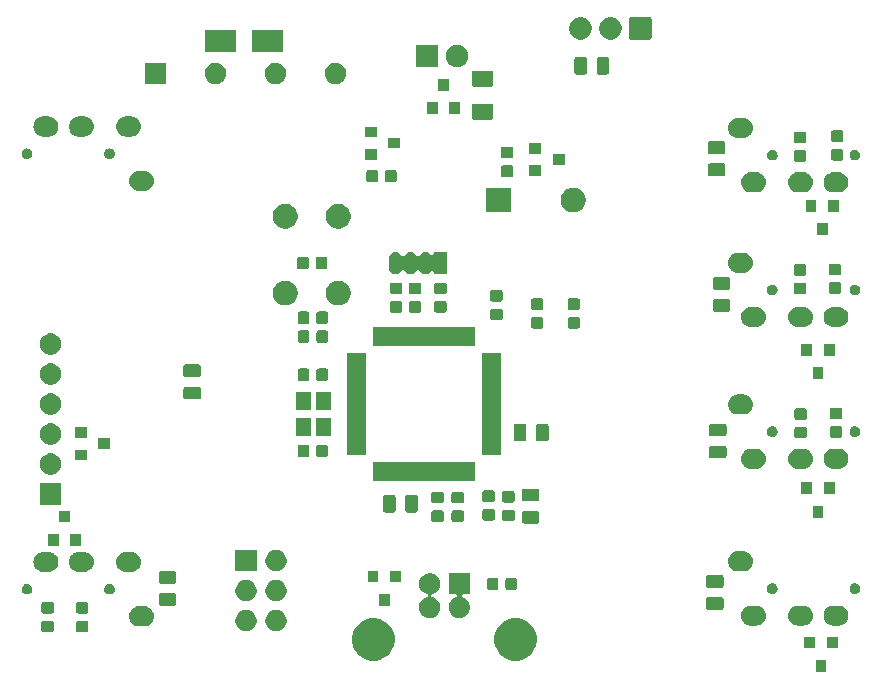
<source format=gbs>
G04 #@! TF.GenerationSoftware,KiCad,Pcbnew,5.1.5-52549c5~86~ubuntu16.04.1*
G04 #@! TF.CreationDate,2020-04-28T17:17:38-04:00*
G04 #@! TF.ProjectId,atmega32u4_hub_pcb_2,61746d65-6761-4333-9275-345f6875625f,1.2*
G04 #@! TF.SameCoordinates,Original*
G04 #@! TF.FileFunction,Soldermask,Bot*
G04 #@! TF.FilePolarity,Negative*
%FSLAX46Y46*%
G04 Gerber Fmt 4.6, Leading zero omitted, Abs format (unit mm)*
G04 Created by KiCad (PCBNEW 5.1.5-52549c5~86~ubuntu16.04.1) date 2020-04-28 17:17:38*
%MOMM*%
%LPD*%
G04 APERTURE LIST*
%ADD10C,0.100000*%
G04 APERTURE END LIST*
D10*
G36*
X177133400Y-128094600D02*
G01*
X176231400Y-128094600D01*
X176231400Y-127092600D01*
X177133400Y-127092600D01*
X177133400Y-128094600D01*
G37*
G36*
X151345331Y-123602811D02*
G01*
X151673092Y-123738574D01*
X151968070Y-123935672D01*
X152218928Y-124186530D01*
X152416026Y-124481508D01*
X152551789Y-124809269D01*
X152621000Y-125157216D01*
X152621000Y-125511984D01*
X152551789Y-125859931D01*
X152416026Y-126187692D01*
X152218928Y-126482670D01*
X151968070Y-126733528D01*
X151673092Y-126930626D01*
X151345331Y-127066389D01*
X150997384Y-127135600D01*
X150642616Y-127135600D01*
X150294669Y-127066389D01*
X149966908Y-126930626D01*
X149671930Y-126733528D01*
X149421072Y-126482670D01*
X149223974Y-126187692D01*
X149088211Y-125859931D01*
X149019000Y-125511984D01*
X149019000Y-125157216D01*
X149088211Y-124809269D01*
X149223974Y-124481508D01*
X149421072Y-124186530D01*
X149671930Y-123935672D01*
X149966908Y-123738574D01*
X150294669Y-123602811D01*
X150642616Y-123533600D01*
X150997384Y-123533600D01*
X151345331Y-123602811D01*
G37*
G36*
X139305331Y-123602811D02*
G01*
X139633092Y-123738574D01*
X139928070Y-123935672D01*
X140178928Y-124186530D01*
X140376026Y-124481508D01*
X140511789Y-124809269D01*
X140581000Y-125157216D01*
X140581000Y-125511984D01*
X140511789Y-125859931D01*
X140376026Y-126187692D01*
X140178928Y-126482670D01*
X139928070Y-126733528D01*
X139633092Y-126930626D01*
X139305331Y-127066389D01*
X138957384Y-127135600D01*
X138602616Y-127135600D01*
X138254669Y-127066389D01*
X137926908Y-126930626D01*
X137631930Y-126733528D01*
X137381072Y-126482670D01*
X137183974Y-126187692D01*
X137048211Y-125859931D01*
X136979000Y-125511984D01*
X136979000Y-125157216D01*
X137048211Y-124809269D01*
X137183974Y-124481508D01*
X137381072Y-124186530D01*
X137631930Y-123935672D01*
X137926908Y-123738574D01*
X138254669Y-123602811D01*
X138602616Y-123533600D01*
X138957384Y-123533600D01*
X139305331Y-123602811D01*
G37*
G36*
X176183400Y-126094600D02*
G01*
X175281400Y-126094600D01*
X175281400Y-125092600D01*
X176183400Y-125092600D01*
X176183400Y-126094600D01*
G37*
G36*
X178083400Y-126094600D02*
G01*
X177181400Y-126094600D01*
X177181400Y-125092600D01*
X178083400Y-125092600D01*
X178083400Y-126094600D01*
G37*
G36*
X111580791Y-123747085D02*
G01*
X111614769Y-123757393D01*
X111646090Y-123774134D01*
X111673539Y-123796661D01*
X111696066Y-123824110D01*
X111712807Y-123855431D01*
X111723115Y-123889409D01*
X111727200Y-123930890D01*
X111727200Y-124532110D01*
X111723115Y-124573591D01*
X111712807Y-124607569D01*
X111696066Y-124638890D01*
X111673539Y-124666339D01*
X111646090Y-124688866D01*
X111614769Y-124705607D01*
X111580791Y-124715915D01*
X111539310Y-124720000D01*
X110863090Y-124720000D01*
X110821609Y-124715915D01*
X110787631Y-124705607D01*
X110756310Y-124688866D01*
X110728861Y-124666339D01*
X110706334Y-124638890D01*
X110689593Y-124607569D01*
X110679285Y-124573591D01*
X110675200Y-124532110D01*
X110675200Y-123930890D01*
X110679285Y-123889409D01*
X110689593Y-123855431D01*
X110706334Y-123824110D01*
X110728861Y-123796661D01*
X110756310Y-123774134D01*
X110787631Y-123757393D01*
X110821609Y-123747085D01*
X110863090Y-123743000D01*
X111539310Y-123743000D01*
X111580791Y-123747085D01*
G37*
G36*
X114501791Y-123747085D02*
G01*
X114535769Y-123757393D01*
X114567090Y-123774134D01*
X114594539Y-123796661D01*
X114617066Y-123824110D01*
X114633807Y-123855431D01*
X114644115Y-123889409D01*
X114648200Y-123930890D01*
X114648200Y-124532110D01*
X114644115Y-124573591D01*
X114633807Y-124607569D01*
X114617066Y-124638890D01*
X114594539Y-124666339D01*
X114567090Y-124688866D01*
X114535769Y-124705607D01*
X114501791Y-124715915D01*
X114460310Y-124720000D01*
X113784090Y-124720000D01*
X113742609Y-124715915D01*
X113708631Y-124705607D01*
X113677310Y-124688866D01*
X113649861Y-124666339D01*
X113627334Y-124638890D01*
X113610593Y-124607569D01*
X113600285Y-124573591D01*
X113596200Y-124532110D01*
X113596200Y-123930890D01*
X113600285Y-123889409D01*
X113610593Y-123855431D01*
X113627334Y-123824110D01*
X113649861Y-123796661D01*
X113677310Y-123774134D01*
X113708631Y-123757393D01*
X113742609Y-123747085D01*
X113784090Y-123743000D01*
X114460310Y-123743000D01*
X114501791Y-123747085D01*
G37*
G36*
X130653512Y-122852727D02*
G01*
X130802812Y-122882424D01*
X130966784Y-122950344D01*
X131114354Y-123048947D01*
X131239853Y-123174446D01*
X131338456Y-123322016D01*
X131406376Y-123485988D01*
X131441000Y-123660059D01*
X131441000Y-123837541D01*
X131406376Y-124011612D01*
X131338456Y-124175584D01*
X131239853Y-124323154D01*
X131114354Y-124448653D01*
X130966784Y-124547256D01*
X130802812Y-124615176D01*
X130653512Y-124644873D01*
X130628742Y-124649800D01*
X130451258Y-124649800D01*
X130426488Y-124644873D01*
X130277188Y-124615176D01*
X130113216Y-124547256D01*
X129965646Y-124448653D01*
X129840147Y-124323154D01*
X129741544Y-124175584D01*
X129673624Y-124011612D01*
X129639000Y-123837541D01*
X129639000Y-123660059D01*
X129673624Y-123485988D01*
X129741544Y-123322016D01*
X129840147Y-123174446D01*
X129965646Y-123048947D01*
X130113216Y-122950344D01*
X130277188Y-122882424D01*
X130426488Y-122852727D01*
X130451258Y-122847800D01*
X130628742Y-122847800D01*
X130653512Y-122852727D01*
G37*
G36*
X128113512Y-122852727D02*
G01*
X128262812Y-122882424D01*
X128426784Y-122950344D01*
X128574354Y-123048947D01*
X128699853Y-123174446D01*
X128798456Y-123322016D01*
X128866376Y-123485988D01*
X128901000Y-123660059D01*
X128901000Y-123837541D01*
X128866376Y-124011612D01*
X128798456Y-124175584D01*
X128699853Y-124323154D01*
X128574354Y-124448653D01*
X128426784Y-124547256D01*
X128262812Y-124615176D01*
X128113512Y-124644873D01*
X128088742Y-124649800D01*
X127911258Y-124649800D01*
X127886488Y-124644873D01*
X127737188Y-124615176D01*
X127573216Y-124547256D01*
X127425646Y-124448653D01*
X127300147Y-124323154D01*
X127201544Y-124175584D01*
X127133624Y-124011612D01*
X127099000Y-123837541D01*
X127099000Y-123660059D01*
X127133624Y-123485988D01*
X127201544Y-123322016D01*
X127300147Y-123174446D01*
X127425646Y-123048947D01*
X127573216Y-122950344D01*
X127737188Y-122882424D01*
X127886488Y-122852727D01*
X127911258Y-122847800D01*
X128088742Y-122847800D01*
X128113512Y-122852727D01*
G37*
G36*
X119516823Y-122538413D02*
G01*
X119677242Y-122587076D01*
X119809906Y-122657986D01*
X119825078Y-122666096D01*
X119954659Y-122772441D01*
X120061004Y-122902022D01*
X120061005Y-122902024D01*
X120140024Y-123049858D01*
X120188687Y-123210277D01*
X120205117Y-123377100D01*
X120188687Y-123543923D01*
X120140024Y-123704342D01*
X120109423Y-123761592D01*
X120061004Y-123852178D01*
X119954659Y-123981759D01*
X119825078Y-124088104D01*
X119825076Y-124088105D01*
X119677242Y-124167124D01*
X119677239Y-124167125D01*
X119649360Y-124175582D01*
X119516823Y-124215787D01*
X119391804Y-124228100D01*
X118908196Y-124228100D01*
X118783177Y-124215787D01*
X118650640Y-124175582D01*
X118622761Y-124167125D01*
X118622758Y-124167124D01*
X118474924Y-124088105D01*
X118474922Y-124088104D01*
X118345341Y-123981759D01*
X118238996Y-123852178D01*
X118190577Y-123761592D01*
X118159976Y-123704342D01*
X118111313Y-123543923D01*
X118094883Y-123377100D01*
X118111313Y-123210277D01*
X118159976Y-123049858D01*
X118238995Y-122902024D01*
X118238996Y-122902022D01*
X118345341Y-122772441D01*
X118474922Y-122666096D01*
X118490094Y-122657986D01*
X118622758Y-122587076D01*
X118783177Y-122538413D01*
X118908196Y-122526100D01*
X119391804Y-122526100D01*
X119516823Y-122538413D01*
G37*
G36*
X178316823Y-122478313D02*
G01*
X178410072Y-122506600D01*
X178474355Y-122526100D01*
X178477242Y-122526976D01*
X178589679Y-122587075D01*
X178625078Y-122605996D01*
X178754659Y-122712341D01*
X178861004Y-122841922D01*
X178861005Y-122841924D01*
X178940024Y-122989758D01*
X178940025Y-122989761D01*
X178949083Y-123019620D01*
X178988687Y-123150177D01*
X179005117Y-123317000D01*
X178988687Y-123483823D01*
X178940024Y-123644242D01*
X178907901Y-123704339D01*
X178861004Y-123792078D01*
X178754659Y-123921659D01*
X178625078Y-124028004D01*
X178625076Y-124028005D01*
X178477242Y-124107024D01*
X178316823Y-124155687D01*
X178191804Y-124168000D01*
X177708196Y-124168000D01*
X177583177Y-124155687D01*
X177422758Y-124107024D01*
X177274924Y-124028005D01*
X177274922Y-124028004D01*
X177145341Y-123921659D01*
X177038996Y-123792078D01*
X176992099Y-123704339D01*
X176959976Y-123644242D01*
X176911313Y-123483823D01*
X176894883Y-123317000D01*
X176911313Y-123150177D01*
X176950917Y-123019620D01*
X176959975Y-122989761D01*
X176959976Y-122989758D01*
X177038995Y-122841924D01*
X177038996Y-122841922D01*
X177145341Y-122712341D01*
X177274922Y-122605996D01*
X177310321Y-122587075D01*
X177422758Y-122526976D01*
X177425646Y-122526100D01*
X177489928Y-122506600D01*
X177583177Y-122478313D01*
X177708196Y-122466000D01*
X178191804Y-122466000D01*
X178316823Y-122478313D01*
G37*
G36*
X171316823Y-122478313D02*
G01*
X171410072Y-122506600D01*
X171474355Y-122526100D01*
X171477242Y-122526976D01*
X171589679Y-122587075D01*
X171625078Y-122605996D01*
X171754659Y-122712341D01*
X171861004Y-122841922D01*
X171861005Y-122841924D01*
X171940024Y-122989758D01*
X171940025Y-122989761D01*
X171949083Y-123019620D01*
X171988687Y-123150177D01*
X172005117Y-123317000D01*
X171988687Y-123483823D01*
X171940024Y-123644242D01*
X171907901Y-123704339D01*
X171861004Y-123792078D01*
X171754659Y-123921659D01*
X171625078Y-124028004D01*
X171625076Y-124028005D01*
X171477242Y-124107024D01*
X171316823Y-124155687D01*
X171191804Y-124168000D01*
X170708196Y-124168000D01*
X170583177Y-124155687D01*
X170422758Y-124107024D01*
X170274924Y-124028005D01*
X170274922Y-124028004D01*
X170145341Y-123921659D01*
X170038996Y-123792078D01*
X169992099Y-123704339D01*
X169959976Y-123644242D01*
X169911313Y-123483823D01*
X169894883Y-123317000D01*
X169911313Y-123150177D01*
X169950917Y-123019620D01*
X169959975Y-122989761D01*
X169959976Y-122989758D01*
X170038995Y-122841924D01*
X170038996Y-122841922D01*
X170145341Y-122712341D01*
X170274922Y-122605996D01*
X170310321Y-122587075D01*
X170422758Y-122526976D01*
X170425646Y-122526100D01*
X170489928Y-122506600D01*
X170583177Y-122478313D01*
X170708196Y-122466000D01*
X171191804Y-122466000D01*
X171316823Y-122478313D01*
G37*
G36*
X175316823Y-122478313D02*
G01*
X175410072Y-122506600D01*
X175474355Y-122526100D01*
X175477242Y-122526976D01*
X175589679Y-122587075D01*
X175625078Y-122605996D01*
X175754659Y-122712341D01*
X175861004Y-122841922D01*
X175861005Y-122841924D01*
X175940024Y-122989758D01*
X175940025Y-122989761D01*
X175949083Y-123019620D01*
X175988687Y-123150177D01*
X176005117Y-123317000D01*
X175988687Y-123483823D01*
X175940024Y-123644242D01*
X175907901Y-123704339D01*
X175861004Y-123792078D01*
X175754659Y-123921659D01*
X175625078Y-124028004D01*
X175625076Y-124028005D01*
X175477242Y-124107024D01*
X175316823Y-124155687D01*
X175191804Y-124168000D01*
X174708196Y-124168000D01*
X174583177Y-124155687D01*
X174422758Y-124107024D01*
X174274924Y-124028005D01*
X174274922Y-124028004D01*
X174145341Y-123921659D01*
X174038996Y-123792078D01*
X173992099Y-123704339D01*
X173959976Y-123644242D01*
X173911313Y-123483823D01*
X173894883Y-123317000D01*
X173911313Y-123150177D01*
X173950917Y-123019620D01*
X173959975Y-122989761D01*
X173959976Y-122989758D01*
X174038995Y-122841924D01*
X174038996Y-122841922D01*
X174145341Y-122712341D01*
X174274922Y-122605996D01*
X174310321Y-122587075D01*
X174422758Y-122526976D01*
X174425646Y-122526100D01*
X174489928Y-122506600D01*
X174583177Y-122478313D01*
X174708196Y-122466000D01*
X175191804Y-122466000D01*
X175316823Y-122478313D01*
G37*
G36*
X143663512Y-119728527D02*
G01*
X143812812Y-119758224D01*
X143976784Y-119826144D01*
X144124354Y-119924747D01*
X144249853Y-120050246D01*
X144348456Y-120197816D01*
X144416376Y-120361788D01*
X144451000Y-120535859D01*
X144451000Y-120713341D01*
X144416376Y-120887412D01*
X144348456Y-121051384D01*
X144249853Y-121198954D01*
X144124354Y-121324453D01*
X143976784Y-121423056D01*
X143812812Y-121490976D01*
X143757362Y-121502005D01*
X143733922Y-121509116D01*
X143712311Y-121520667D01*
X143693369Y-121536213D01*
X143677824Y-121555155D01*
X143666273Y-121576765D01*
X143659160Y-121600214D01*
X143656758Y-121624600D01*
X143659160Y-121648987D01*
X143666273Y-121672435D01*
X143677824Y-121694046D01*
X143693370Y-121712988D01*
X143712312Y-121728533D01*
X143733922Y-121740084D01*
X143757362Y-121747195D01*
X143812812Y-121758224D01*
X143976784Y-121826144D01*
X144124354Y-121924747D01*
X144249853Y-122050246D01*
X144348456Y-122197816D01*
X144416376Y-122361788D01*
X144439554Y-122478314D01*
X144451000Y-122535858D01*
X144451000Y-122713342D01*
X144446073Y-122738112D01*
X144416376Y-122887412D01*
X144348456Y-123051384D01*
X144249853Y-123198954D01*
X144124354Y-123324453D01*
X143976784Y-123423056D01*
X143812812Y-123490976D01*
X143663512Y-123520673D01*
X143638742Y-123525600D01*
X143461258Y-123525600D01*
X143436488Y-123520673D01*
X143287188Y-123490976D01*
X143123216Y-123423056D01*
X142975646Y-123324453D01*
X142850147Y-123198954D01*
X142751544Y-123051384D01*
X142683624Y-122887412D01*
X142653927Y-122738112D01*
X142649000Y-122713342D01*
X142649000Y-122535858D01*
X142660446Y-122478314D01*
X142683624Y-122361788D01*
X142751544Y-122197816D01*
X142850147Y-122050246D01*
X142975646Y-121924747D01*
X143123216Y-121826144D01*
X143287188Y-121758224D01*
X143342638Y-121747195D01*
X143366078Y-121740084D01*
X143387689Y-121728533D01*
X143406631Y-121712987D01*
X143422176Y-121694045D01*
X143433727Y-121672435D01*
X143440840Y-121648986D01*
X143443242Y-121624600D01*
X143440840Y-121600213D01*
X143433727Y-121576765D01*
X143422176Y-121555154D01*
X143406630Y-121536212D01*
X143387688Y-121520667D01*
X143366078Y-121509116D01*
X143342638Y-121502005D01*
X143287188Y-121490976D01*
X143123216Y-121423056D01*
X142975646Y-121324453D01*
X142850147Y-121198954D01*
X142751544Y-121051384D01*
X142683624Y-120887412D01*
X142649000Y-120713341D01*
X142649000Y-120535859D01*
X142683624Y-120361788D01*
X142751544Y-120197816D01*
X142850147Y-120050246D01*
X142975646Y-119924747D01*
X143123216Y-119826144D01*
X143287188Y-119758224D01*
X143436488Y-119728527D01*
X143461258Y-119723600D01*
X143638742Y-119723600D01*
X143663512Y-119728527D01*
G37*
G36*
X146951000Y-121525600D02*
G01*
X146379617Y-121525600D01*
X146355231Y-121528002D01*
X146331782Y-121535115D01*
X146310171Y-121546666D01*
X146291229Y-121562211D01*
X146275684Y-121581153D01*
X146264133Y-121602764D01*
X146257020Y-121626213D01*
X146254618Y-121650599D01*
X146257020Y-121674985D01*
X146264133Y-121698434D01*
X146275684Y-121720045D01*
X146291229Y-121738987D01*
X146310171Y-121754532D01*
X146331771Y-121766077D01*
X146476784Y-121826144D01*
X146624354Y-121924747D01*
X146749853Y-122050246D01*
X146848456Y-122197816D01*
X146916376Y-122361788D01*
X146939554Y-122478314D01*
X146951000Y-122535858D01*
X146951000Y-122713342D01*
X146946073Y-122738112D01*
X146916376Y-122887412D01*
X146848456Y-123051384D01*
X146749853Y-123198954D01*
X146624354Y-123324453D01*
X146476784Y-123423056D01*
X146312812Y-123490976D01*
X146163512Y-123520673D01*
X146138742Y-123525600D01*
X145961258Y-123525600D01*
X145936488Y-123520673D01*
X145787188Y-123490976D01*
X145623216Y-123423056D01*
X145475646Y-123324453D01*
X145350147Y-123198954D01*
X145251544Y-123051384D01*
X145183624Y-122887412D01*
X145153927Y-122738112D01*
X145149000Y-122713342D01*
X145149000Y-122535858D01*
X145160446Y-122478314D01*
X145183624Y-122361788D01*
X145251544Y-122197816D01*
X145350147Y-122050246D01*
X145475646Y-121924747D01*
X145623216Y-121826144D01*
X145768229Y-121766077D01*
X145789829Y-121754532D01*
X145808771Y-121738987D01*
X145824316Y-121720045D01*
X145835867Y-121698434D01*
X145842980Y-121674985D01*
X145845382Y-121650599D01*
X145842980Y-121626213D01*
X145835867Y-121602764D01*
X145824316Y-121581153D01*
X145808771Y-121562211D01*
X145789829Y-121546666D01*
X145768218Y-121535115D01*
X145744769Y-121528002D01*
X145720383Y-121525600D01*
X145149000Y-121525600D01*
X145149000Y-119723600D01*
X146951000Y-119723600D01*
X146951000Y-121525600D01*
G37*
G36*
X111580791Y-122172085D02*
G01*
X111614769Y-122182393D01*
X111646090Y-122199134D01*
X111673539Y-122221661D01*
X111696066Y-122249110D01*
X111712807Y-122280431D01*
X111723115Y-122314409D01*
X111727200Y-122355890D01*
X111727200Y-122957110D01*
X111723115Y-122998591D01*
X111712807Y-123032569D01*
X111696066Y-123063890D01*
X111673539Y-123091339D01*
X111646090Y-123113866D01*
X111614769Y-123130607D01*
X111580791Y-123140915D01*
X111539310Y-123145000D01*
X110863090Y-123145000D01*
X110821609Y-123140915D01*
X110787631Y-123130607D01*
X110756310Y-123113866D01*
X110728861Y-123091339D01*
X110706334Y-123063890D01*
X110689593Y-123032569D01*
X110679285Y-122998591D01*
X110675200Y-122957110D01*
X110675200Y-122355890D01*
X110679285Y-122314409D01*
X110689593Y-122280431D01*
X110706334Y-122249110D01*
X110728861Y-122221661D01*
X110756310Y-122199134D01*
X110787631Y-122182393D01*
X110821609Y-122172085D01*
X110863090Y-122168000D01*
X111539310Y-122168000D01*
X111580791Y-122172085D01*
G37*
G36*
X114501791Y-122172085D02*
G01*
X114535769Y-122182393D01*
X114567090Y-122199134D01*
X114594539Y-122221661D01*
X114617066Y-122249110D01*
X114633807Y-122280431D01*
X114644115Y-122314409D01*
X114648200Y-122355890D01*
X114648200Y-122957110D01*
X114644115Y-122998591D01*
X114633807Y-123032569D01*
X114617066Y-123063890D01*
X114594539Y-123091339D01*
X114567090Y-123113866D01*
X114535769Y-123130607D01*
X114501791Y-123140915D01*
X114460310Y-123145000D01*
X113784090Y-123145000D01*
X113742609Y-123140915D01*
X113708631Y-123130607D01*
X113677310Y-123113866D01*
X113649861Y-123091339D01*
X113627334Y-123063890D01*
X113610593Y-123032569D01*
X113600285Y-122998591D01*
X113596200Y-122957110D01*
X113596200Y-122355890D01*
X113600285Y-122314409D01*
X113610593Y-122280431D01*
X113627334Y-122249110D01*
X113649861Y-122221661D01*
X113677310Y-122199134D01*
X113708631Y-122182393D01*
X113742609Y-122172085D01*
X113784090Y-122168000D01*
X114460310Y-122168000D01*
X114501791Y-122172085D01*
G37*
G36*
X168275268Y-121764765D02*
G01*
X168313938Y-121776496D01*
X168349577Y-121795546D01*
X168380817Y-121821183D01*
X168406454Y-121852423D01*
X168425504Y-121888062D01*
X168437235Y-121926732D01*
X168441800Y-121973088D01*
X168441800Y-122624312D01*
X168437235Y-122670668D01*
X168425504Y-122709338D01*
X168406454Y-122744977D01*
X168380817Y-122776217D01*
X168349577Y-122801854D01*
X168313938Y-122820904D01*
X168275268Y-122832635D01*
X168228912Y-122837200D01*
X167152688Y-122837200D01*
X167106332Y-122832635D01*
X167067662Y-122820904D01*
X167032023Y-122801854D01*
X167000783Y-122776217D01*
X166975146Y-122744977D01*
X166956096Y-122709338D01*
X166944365Y-122670668D01*
X166939800Y-122624312D01*
X166939800Y-121973088D01*
X166944365Y-121926732D01*
X166956096Y-121888062D01*
X166975146Y-121852423D01*
X167000783Y-121821183D01*
X167032023Y-121795546D01*
X167067662Y-121776496D01*
X167106332Y-121764765D01*
X167152688Y-121760200D01*
X168228912Y-121760200D01*
X168275268Y-121764765D01*
G37*
G36*
X140151000Y-122506600D02*
G01*
X139249000Y-122506600D01*
X139249000Y-121504600D01*
X140151000Y-121504600D01*
X140151000Y-122506600D01*
G37*
G36*
X121945668Y-121409165D02*
G01*
X121984338Y-121420896D01*
X122019977Y-121439946D01*
X122051217Y-121465583D01*
X122076854Y-121496823D01*
X122095904Y-121532462D01*
X122107635Y-121571132D01*
X122112200Y-121617488D01*
X122112200Y-122268712D01*
X122107635Y-122315068D01*
X122095904Y-122353738D01*
X122076854Y-122389377D01*
X122051217Y-122420617D01*
X122019977Y-122446254D01*
X121984338Y-122465304D01*
X121945668Y-122477035D01*
X121899312Y-122481600D01*
X120823088Y-122481600D01*
X120776732Y-122477035D01*
X120738062Y-122465304D01*
X120702423Y-122446254D01*
X120671183Y-122420617D01*
X120645546Y-122389377D01*
X120626496Y-122353738D01*
X120614765Y-122315068D01*
X120610200Y-122268712D01*
X120610200Y-121617488D01*
X120614765Y-121571132D01*
X120626496Y-121532462D01*
X120645546Y-121496823D01*
X120671183Y-121465583D01*
X120702423Y-121439946D01*
X120738062Y-121420896D01*
X120776732Y-121409165D01*
X120823088Y-121404600D01*
X121899312Y-121404600D01*
X121945668Y-121409165D01*
G37*
G36*
X128113512Y-120312727D02*
G01*
X128262812Y-120342424D01*
X128426784Y-120410344D01*
X128574354Y-120508947D01*
X128699853Y-120634446D01*
X128798456Y-120782016D01*
X128866376Y-120945988D01*
X128901000Y-121120059D01*
X128901000Y-121297541D01*
X128866376Y-121471612D01*
X128798456Y-121635584D01*
X128699853Y-121783154D01*
X128574354Y-121908653D01*
X128426784Y-122007256D01*
X128262812Y-122075176D01*
X128113512Y-122104873D01*
X128088742Y-122109800D01*
X127911258Y-122109800D01*
X127886488Y-122104873D01*
X127737188Y-122075176D01*
X127573216Y-122007256D01*
X127425646Y-121908653D01*
X127300147Y-121783154D01*
X127201544Y-121635584D01*
X127133624Y-121471612D01*
X127099000Y-121297541D01*
X127099000Y-121120059D01*
X127133624Y-120945988D01*
X127201544Y-120782016D01*
X127300147Y-120634446D01*
X127425646Y-120508947D01*
X127573216Y-120410344D01*
X127737188Y-120342424D01*
X127886488Y-120312727D01*
X127911258Y-120307800D01*
X128088742Y-120307800D01*
X128113512Y-120312727D01*
G37*
G36*
X130653512Y-120312727D02*
G01*
X130802812Y-120342424D01*
X130966784Y-120410344D01*
X131114354Y-120508947D01*
X131239853Y-120634446D01*
X131338456Y-120782016D01*
X131406376Y-120945988D01*
X131441000Y-121120059D01*
X131441000Y-121297541D01*
X131406376Y-121471612D01*
X131338456Y-121635584D01*
X131239853Y-121783154D01*
X131114354Y-121908653D01*
X130966784Y-122007256D01*
X130802812Y-122075176D01*
X130653512Y-122104873D01*
X130628742Y-122109800D01*
X130451258Y-122109800D01*
X130426488Y-122104873D01*
X130277188Y-122075176D01*
X130113216Y-122007256D01*
X129965646Y-121908653D01*
X129840147Y-121783154D01*
X129741544Y-121635584D01*
X129673624Y-121471612D01*
X129639000Y-121297541D01*
X129639000Y-121120059D01*
X129673624Y-120945988D01*
X129741544Y-120782016D01*
X129840147Y-120634446D01*
X129965646Y-120508947D01*
X130113216Y-120410344D01*
X130277188Y-120342424D01*
X130426488Y-120312727D01*
X130451258Y-120307800D01*
X130628742Y-120307800D01*
X130653512Y-120312727D01*
G37*
G36*
X109581552Y-120643431D02*
G01*
X109663627Y-120677428D01*
X109663629Y-120677429D01*
X109700813Y-120702275D01*
X109737495Y-120726785D01*
X109800315Y-120789605D01*
X109849672Y-120863473D01*
X109883669Y-120945548D01*
X109901000Y-121032679D01*
X109901000Y-121121521D01*
X109883669Y-121208652D01*
X109849672Y-121290727D01*
X109849671Y-121290729D01*
X109800314Y-121364596D01*
X109737496Y-121427414D01*
X109663629Y-121476771D01*
X109663628Y-121476772D01*
X109663627Y-121476772D01*
X109581552Y-121510769D01*
X109494421Y-121528100D01*
X109405579Y-121528100D01*
X109318448Y-121510769D01*
X109236373Y-121476772D01*
X109236372Y-121476772D01*
X109236371Y-121476771D01*
X109162504Y-121427414D01*
X109099686Y-121364596D01*
X109050329Y-121290729D01*
X109050328Y-121290727D01*
X109016331Y-121208652D01*
X108999000Y-121121521D01*
X108999000Y-121032679D01*
X109016331Y-120945548D01*
X109050328Y-120863473D01*
X109099685Y-120789605D01*
X109162505Y-120726785D01*
X109199187Y-120702275D01*
X109236371Y-120677429D01*
X109236373Y-120677428D01*
X109318448Y-120643431D01*
X109405579Y-120626100D01*
X109494421Y-120626100D01*
X109581552Y-120643431D01*
G37*
G36*
X116581552Y-120643431D02*
G01*
X116663627Y-120677428D01*
X116663629Y-120677429D01*
X116700813Y-120702275D01*
X116737495Y-120726785D01*
X116800315Y-120789605D01*
X116849672Y-120863473D01*
X116883669Y-120945548D01*
X116901000Y-121032679D01*
X116901000Y-121121521D01*
X116883669Y-121208652D01*
X116849672Y-121290727D01*
X116849671Y-121290729D01*
X116800314Y-121364596D01*
X116737496Y-121427414D01*
X116663629Y-121476771D01*
X116663628Y-121476772D01*
X116663627Y-121476772D01*
X116581552Y-121510769D01*
X116494421Y-121528100D01*
X116405579Y-121528100D01*
X116318448Y-121510769D01*
X116236373Y-121476772D01*
X116236372Y-121476772D01*
X116236371Y-121476771D01*
X116162504Y-121427414D01*
X116099686Y-121364596D01*
X116050329Y-121290729D01*
X116050328Y-121290727D01*
X116016331Y-121208652D01*
X115999000Y-121121521D01*
X115999000Y-121032679D01*
X116016331Y-120945548D01*
X116050328Y-120863473D01*
X116099685Y-120789605D01*
X116162505Y-120726785D01*
X116199187Y-120702275D01*
X116236371Y-120677429D01*
X116236373Y-120677428D01*
X116318448Y-120643431D01*
X116405579Y-120626100D01*
X116494421Y-120626100D01*
X116581552Y-120643431D01*
G37*
G36*
X172681552Y-120583331D02*
G01*
X172763627Y-120617328D01*
X172763629Y-120617329D01*
X172800813Y-120642175D01*
X172837495Y-120666685D01*
X172900315Y-120729505D01*
X172949672Y-120803373D01*
X172983669Y-120885448D01*
X173001000Y-120972579D01*
X173001000Y-121061421D01*
X172983669Y-121148552D01*
X172949672Y-121230627D01*
X172904962Y-121297541D01*
X172900314Y-121304496D01*
X172837496Y-121367314D01*
X172763629Y-121416671D01*
X172763628Y-121416672D01*
X172763627Y-121416672D01*
X172681552Y-121450669D01*
X172594421Y-121468000D01*
X172505579Y-121468000D01*
X172418448Y-121450669D01*
X172336373Y-121416672D01*
X172336372Y-121416672D01*
X172336371Y-121416671D01*
X172262504Y-121367314D01*
X172199686Y-121304496D01*
X172195039Y-121297541D01*
X172150328Y-121230627D01*
X172116331Y-121148552D01*
X172099000Y-121061421D01*
X172099000Y-120972579D01*
X172116331Y-120885448D01*
X172150328Y-120803373D01*
X172199685Y-120729505D01*
X172262505Y-120666685D01*
X172299187Y-120642175D01*
X172336371Y-120617329D01*
X172336373Y-120617328D01*
X172418448Y-120583331D01*
X172505579Y-120566000D01*
X172594421Y-120566000D01*
X172681552Y-120583331D01*
G37*
G36*
X179681552Y-120583331D02*
G01*
X179763627Y-120617328D01*
X179763629Y-120617329D01*
X179800813Y-120642175D01*
X179837495Y-120666685D01*
X179900315Y-120729505D01*
X179949672Y-120803373D01*
X179983669Y-120885448D01*
X180001000Y-120972579D01*
X180001000Y-121061421D01*
X179983669Y-121148552D01*
X179949672Y-121230627D01*
X179904962Y-121297541D01*
X179900314Y-121304496D01*
X179837496Y-121367314D01*
X179763629Y-121416671D01*
X179763628Y-121416672D01*
X179763627Y-121416672D01*
X179681552Y-121450669D01*
X179594421Y-121468000D01*
X179505579Y-121468000D01*
X179418448Y-121450669D01*
X179336373Y-121416672D01*
X179336372Y-121416672D01*
X179336371Y-121416671D01*
X179262504Y-121367314D01*
X179199686Y-121304496D01*
X179195039Y-121297541D01*
X179150328Y-121230627D01*
X179116331Y-121148552D01*
X179099000Y-121061421D01*
X179099000Y-120972579D01*
X179116331Y-120885448D01*
X179150328Y-120803373D01*
X179199685Y-120729505D01*
X179262505Y-120666685D01*
X179299187Y-120642175D01*
X179336371Y-120617329D01*
X179336373Y-120617328D01*
X179418448Y-120583331D01*
X179505579Y-120566000D01*
X179594421Y-120566000D01*
X179681552Y-120583331D01*
G37*
G36*
X149224091Y-120102685D02*
G01*
X149258069Y-120112993D01*
X149289390Y-120129734D01*
X149316839Y-120152261D01*
X149339366Y-120179710D01*
X149356107Y-120211031D01*
X149366415Y-120245009D01*
X149370500Y-120286490D01*
X149370500Y-120962710D01*
X149366415Y-121004191D01*
X149356107Y-121038169D01*
X149339366Y-121069490D01*
X149316839Y-121096939D01*
X149289390Y-121119466D01*
X149258069Y-121136207D01*
X149224091Y-121146515D01*
X149182610Y-121150600D01*
X148581390Y-121150600D01*
X148539909Y-121146515D01*
X148505931Y-121136207D01*
X148474610Y-121119466D01*
X148447161Y-121096939D01*
X148424634Y-121069490D01*
X148407893Y-121038169D01*
X148397585Y-121004191D01*
X148393500Y-120962710D01*
X148393500Y-120286490D01*
X148397585Y-120245009D01*
X148407893Y-120211031D01*
X148424634Y-120179710D01*
X148447161Y-120152261D01*
X148474610Y-120129734D01*
X148505931Y-120112993D01*
X148539909Y-120102685D01*
X148581390Y-120098600D01*
X149182610Y-120098600D01*
X149224091Y-120102685D01*
G37*
G36*
X150799091Y-120102685D02*
G01*
X150833069Y-120112993D01*
X150864390Y-120129734D01*
X150891839Y-120152261D01*
X150914366Y-120179710D01*
X150931107Y-120211031D01*
X150941415Y-120245009D01*
X150945500Y-120286490D01*
X150945500Y-120962710D01*
X150941415Y-121004191D01*
X150931107Y-121038169D01*
X150914366Y-121069490D01*
X150891839Y-121096939D01*
X150864390Y-121119466D01*
X150833069Y-121136207D01*
X150799091Y-121146515D01*
X150757610Y-121150600D01*
X150156390Y-121150600D01*
X150114909Y-121146515D01*
X150080931Y-121136207D01*
X150049610Y-121119466D01*
X150022161Y-121096939D01*
X149999634Y-121069490D01*
X149982893Y-121038169D01*
X149972585Y-121004191D01*
X149968500Y-120962710D01*
X149968500Y-120286490D01*
X149972585Y-120245009D01*
X149982893Y-120211031D01*
X149999634Y-120179710D01*
X150022161Y-120152261D01*
X150049610Y-120129734D01*
X150080931Y-120112993D01*
X150114909Y-120102685D01*
X150156390Y-120098600D01*
X150757610Y-120098600D01*
X150799091Y-120102685D01*
G37*
G36*
X168275268Y-119889765D02*
G01*
X168313938Y-119901496D01*
X168349577Y-119920546D01*
X168380817Y-119946183D01*
X168406454Y-119977423D01*
X168425504Y-120013062D01*
X168437235Y-120051732D01*
X168441800Y-120098088D01*
X168441800Y-120749312D01*
X168437235Y-120795668D01*
X168425504Y-120834338D01*
X168406454Y-120869977D01*
X168380817Y-120901217D01*
X168349577Y-120926854D01*
X168313938Y-120945904D01*
X168275268Y-120957635D01*
X168228912Y-120962200D01*
X167152688Y-120962200D01*
X167106332Y-120957635D01*
X167067662Y-120945904D01*
X167032023Y-120926854D01*
X167000783Y-120901217D01*
X166975146Y-120869977D01*
X166956096Y-120834338D01*
X166944365Y-120795668D01*
X166939800Y-120749312D01*
X166939800Y-120098088D01*
X166944365Y-120051732D01*
X166956096Y-120013062D01*
X166975146Y-119977423D01*
X167000783Y-119946183D01*
X167032023Y-119920546D01*
X167067662Y-119901496D01*
X167106332Y-119889765D01*
X167152688Y-119885200D01*
X168228912Y-119885200D01*
X168275268Y-119889765D01*
G37*
G36*
X121945668Y-119534165D02*
G01*
X121984338Y-119545896D01*
X122019977Y-119564946D01*
X122051217Y-119590583D01*
X122076854Y-119621823D01*
X122095904Y-119657462D01*
X122107635Y-119696132D01*
X122112200Y-119742488D01*
X122112200Y-120393712D01*
X122107635Y-120440068D01*
X122095904Y-120478738D01*
X122076854Y-120514377D01*
X122051217Y-120545617D01*
X122019977Y-120571254D01*
X121984338Y-120590304D01*
X121945668Y-120602035D01*
X121899312Y-120606600D01*
X120823088Y-120606600D01*
X120776732Y-120602035D01*
X120738062Y-120590304D01*
X120702423Y-120571254D01*
X120671183Y-120545617D01*
X120645546Y-120514377D01*
X120626496Y-120478738D01*
X120614765Y-120440068D01*
X120610200Y-120393712D01*
X120610200Y-119742488D01*
X120614765Y-119696132D01*
X120626496Y-119657462D01*
X120645546Y-119621823D01*
X120671183Y-119590583D01*
X120702423Y-119564946D01*
X120738062Y-119545896D01*
X120776732Y-119534165D01*
X120823088Y-119529600D01*
X121899312Y-119529600D01*
X121945668Y-119534165D01*
G37*
G36*
X139201000Y-120506600D02*
G01*
X138299000Y-120506600D01*
X138299000Y-119504600D01*
X139201000Y-119504600D01*
X139201000Y-120506600D01*
G37*
G36*
X141101000Y-120506600D02*
G01*
X140199000Y-120506600D01*
X140199000Y-119504600D01*
X141101000Y-119504600D01*
X141101000Y-120506600D01*
G37*
G36*
X111416823Y-117938413D02*
G01*
X111577242Y-117987076D01*
X111709906Y-118057986D01*
X111725078Y-118066096D01*
X111854659Y-118172441D01*
X111961004Y-118302022D01*
X111961005Y-118302024D01*
X112040024Y-118449858D01*
X112088687Y-118610277D01*
X112105117Y-118777100D01*
X112088687Y-118943923D01*
X112040024Y-119104342D01*
X111993129Y-119192076D01*
X111961004Y-119252178D01*
X111854659Y-119381759D01*
X111725078Y-119488104D01*
X111725076Y-119488105D01*
X111577242Y-119567124D01*
X111577239Y-119567125D01*
X111551354Y-119574977D01*
X111416823Y-119615787D01*
X111291804Y-119628100D01*
X110808196Y-119628100D01*
X110683177Y-119615787D01*
X110548646Y-119574977D01*
X110522761Y-119567125D01*
X110522758Y-119567124D01*
X110374924Y-119488105D01*
X110374922Y-119488104D01*
X110245341Y-119381759D01*
X110138996Y-119252178D01*
X110106871Y-119192076D01*
X110059976Y-119104342D01*
X110011313Y-118943923D01*
X109994883Y-118777100D01*
X110011313Y-118610277D01*
X110059976Y-118449858D01*
X110138995Y-118302024D01*
X110138996Y-118302022D01*
X110245341Y-118172441D01*
X110374922Y-118066096D01*
X110390094Y-118057986D01*
X110522758Y-117987076D01*
X110683177Y-117938413D01*
X110808196Y-117926100D01*
X111291804Y-117926100D01*
X111416823Y-117938413D01*
G37*
G36*
X114416823Y-117938413D02*
G01*
X114577242Y-117987076D01*
X114709906Y-118057986D01*
X114725078Y-118066096D01*
X114854659Y-118172441D01*
X114961004Y-118302022D01*
X114961005Y-118302024D01*
X115040024Y-118449858D01*
X115088687Y-118610277D01*
X115105117Y-118777100D01*
X115088687Y-118943923D01*
X115040024Y-119104342D01*
X114993129Y-119192076D01*
X114961004Y-119252178D01*
X114854659Y-119381759D01*
X114725078Y-119488104D01*
X114725076Y-119488105D01*
X114577242Y-119567124D01*
X114577239Y-119567125D01*
X114551354Y-119574977D01*
X114416823Y-119615787D01*
X114291804Y-119628100D01*
X113808196Y-119628100D01*
X113683177Y-119615787D01*
X113548646Y-119574977D01*
X113522761Y-119567125D01*
X113522758Y-119567124D01*
X113374924Y-119488105D01*
X113374922Y-119488104D01*
X113245341Y-119381759D01*
X113138996Y-119252178D01*
X113106871Y-119192076D01*
X113059976Y-119104342D01*
X113011313Y-118943923D01*
X112994883Y-118777100D01*
X113011313Y-118610277D01*
X113059976Y-118449858D01*
X113138995Y-118302024D01*
X113138996Y-118302022D01*
X113245341Y-118172441D01*
X113374922Y-118066096D01*
X113390094Y-118057986D01*
X113522758Y-117987076D01*
X113683177Y-117938413D01*
X113808196Y-117926100D01*
X114291804Y-117926100D01*
X114416823Y-117938413D01*
G37*
G36*
X118416823Y-117938413D02*
G01*
X118577242Y-117987076D01*
X118709906Y-118057986D01*
X118725078Y-118066096D01*
X118854659Y-118172441D01*
X118961004Y-118302022D01*
X118961005Y-118302024D01*
X119040024Y-118449858D01*
X119088687Y-118610277D01*
X119105117Y-118777100D01*
X119088687Y-118943923D01*
X119040024Y-119104342D01*
X118993129Y-119192076D01*
X118961004Y-119252178D01*
X118854659Y-119381759D01*
X118725078Y-119488104D01*
X118725076Y-119488105D01*
X118577242Y-119567124D01*
X118577239Y-119567125D01*
X118551354Y-119574977D01*
X118416823Y-119615787D01*
X118291804Y-119628100D01*
X117808196Y-119628100D01*
X117683177Y-119615787D01*
X117548646Y-119574977D01*
X117522761Y-119567125D01*
X117522758Y-119567124D01*
X117374924Y-119488105D01*
X117374922Y-119488104D01*
X117245341Y-119381759D01*
X117138996Y-119252178D01*
X117106871Y-119192076D01*
X117059976Y-119104342D01*
X117011313Y-118943923D01*
X116994883Y-118777100D01*
X117011313Y-118610277D01*
X117059976Y-118449858D01*
X117138995Y-118302024D01*
X117138996Y-118302022D01*
X117245341Y-118172441D01*
X117374922Y-118066096D01*
X117390094Y-118057986D01*
X117522758Y-117987076D01*
X117683177Y-117938413D01*
X117808196Y-117926100D01*
X118291804Y-117926100D01*
X118416823Y-117938413D01*
G37*
G36*
X130653512Y-117772727D02*
G01*
X130802812Y-117802424D01*
X130966784Y-117870344D01*
X131114354Y-117968947D01*
X131239853Y-118094446D01*
X131338456Y-118242016D01*
X131406376Y-118405988D01*
X131441000Y-118580059D01*
X131441000Y-118757541D01*
X131406376Y-118931612D01*
X131338456Y-119095584D01*
X131239853Y-119243154D01*
X131114354Y-119368653D01*
X130966784Y-119467256D01*
X130802812Y-119535176D01*
X130653512Y-119564873D01*
X130628742Y-119569800D01*
X130451258Y-119569800D01*
X130426488Y-119564873D01*
X130277188Y-119535176D01*
X130113216Y-119467256D01*
X129965646Y-119368653D01*
X129840147Y-119243154D01*
X129741544Y-119095584D01*
X129673624Y-118931612D01*
X129639000Y-118757541D01*
X129639000Y-118580059D01*
X129673624Y-118405988D01*
X129741544Y-118242016D01*
X129840147Y-118094446D01*
X129965646Y-117968947D01*
X130113216Y-117870344D01*
X130277188Y-117802424D01*
X130426488Y-117772727D01*
X130451258Y-117767800D01*
X130628742Y-117767800D01*
X130653512Y-117772727D01*
G37*
G36*
X128901000Y-119569800D02*
G01*
X127099000Y-119569800D01*
X127099000Y-117767800D01*
X128901000Y-117767800D01*
X128901000Y-119569800D01*
G37*
G36*
X170216823Y-117878313D02*
G01*
X170347380Y-117917917D01*
X170374355Y-117926100D01*
X170377242Y-117926976D01*
X170455764Y-117968947D01*
X170525078Y-118005996D01*
X170654659Y-118112341D01*
X170761004Y-118241922D01*
X170761005Y-118241924D01*
X170840024Y-118389758D01*
X170888687Y-118550177D01*
X170905117Y-118717000D01*
X170888687Y-118883823D01*
X170840024Y-119044242D01*
X170812582Y-119095582D01*
X170761004Y-119192078D01*
X170654659Y-119321659D01*
X170525078Y-119428004D01*
X170525076Y-119428005D01*
X170377242Y-119507024D01*
X170216823Y-119555687D01*
X170091804Y-119568000D01*
X169608196Y-119568000D01*
X169483177Y-119555687D01*
X169322758Y-119507024D01*
X169174924Y-119428005D01*
X169174922Y-119428004D01*
X169045341Y-119321659D01*
X168938996Y-119192078D01*
X168887418Y-119095582D01*
X168859976Y-119044242D01*
X168811313Y-118883823D01*
X168794883Y-118717000D01*
X168811313Y-118550177D01*
X168859976Y-118389758D01*
X168938995Y-118241924D01*
X168938996Y-118241922D01*
X169045341Y-118112341D01*
X169174922Y-118005996D01*
X169244236Y-117968947D01*
X169322758Y-117926976D01*
X169325646Y-117926100D01*
X169352620Y-117917917D01*
X169483177Y-117878313D01*
X169608196Y-117866000D01*
X170091804Y-117866000D01*
X170216823Y-117878313D01*
G37*
G36*
X114024600Y-117426600D02*
G01*
X113122600Y-117426600D01*
X113122600Y-116424600D01*
X114024600Y-116424600D01*
X114024600Y-117426600D01*
G37*
G36*
X112124600Y-117426600D02*
G01*
X111222600Y-117426600D01*
X111222600Y-116424600D01*
X112124600Y-116424600D01*
X112124600Y-117426600D01*
G37*
G36*
X152679668Y-114449565D02*
G01*
X152718338Y-114461296D01*
X152753977Y-114480346D01*
X152785217Y-114505983D01*
X152810854Y-114537223D01*
X152829904Y-114572862D01*
X152841635Y-114611532D01*
X152846200Y-114657888D01*
X152846200Y-115309112D01*
X152841635Y-115355468D01*
X152829904Y-115394138D01*
X152810854Y-115429777D01*
X152785217Y-115461017D01*
X152753977Y-115486654D01*
X152718338Y-115505704D01*
X152679668Y-115517435D01*
X152633312Y-115522000D01*
X151557088Y-115522000D01*
X151510732Y-115517435D01*
X151472062Y-115505704D01*
X151436423Y-115486654D01*
X151405183Y-115461017D01*
X151379546Y-115429777D01*
X151360496Y-115394138D01*
X151348765Y-115355468D01*
X151344200Y-115309112D01*
X151344200Y-114657888D01*
X151348765Y-114611532D01*
X151360496Y-114572862D01*
X151379546Y-114537223D01*
X151405183Y-114505983D01*
X151436423Y-114480346D01*
X151472062Y-114461296D01*
X151510732Y-114449565D01*
X151557088Y-114445000D01*
X152633312Y-114445000D01*
X152679668Y-114449565D01*
G37*
G36*
X113074600Y-115426600D02*
G01*
X112172600Y-115426600D01*
X112172600Y-114424600D01*
X113074600Y-114424600D01*
X113074600Y-115426600D01*
G37*
G36*
X146302591Y-114412585D02*
G01*
X146336569Y-114422893D01*
X146367890Y-114439634D01*
X146395339Y-114462161D01*
X146417866Y-114489610D01*
X146434607Y-114520931D01*
X146444915Y-114554909D01*
X146449000Y-114596390D01*
X146449000Y-115197610D01*
X146444915Y-115239091D01*
X146434607Y-115273069D01*
X146417866Y-115304390D01*
X146395339Y-115331839D01*
X146367890Y-115354366D01*
X146336569Y-115371107D01*
X146302591Y-115381415D01*
X146261110Y-115385500D01*
X145584890Y-115385500D01*
X145543409Y-115381415D01*
X145509431Y-115371107D01*
X145478110Y-115354366D01*
X145450661Y-115331839D01*
X145428134Y-115304390D01*
X145411393Y-115273069D01*
X145401085Y-115239091D01*
X145397000Y-115197610D01*
X145397000Y-114596390D01*
X145401085Y-114554909D01*
X145411393Y-114520931D01*
X145428134Y-114489610D01*
X145450661Y-114462161D01*
X145478110Y-114439634D01*
X145509431Y-114422893D01*
X145543409Y-114412585D01*
X145584890Y-114408500D01*
X146261110Y-114408500D01*
X146302591Y-114412585D01*
G37*
G36*
X144588091Y-114412585D02*
G01*
X144622069Y-114422893D01*
X144653390Y-114439634D01*
X144680839Y-114462161D01*
X144703366Y-114489610D01*
X144720107Y-114520931D01*
X144730415Y-114554909D01*
X144734500Y-114596390D01*
X144734500Y-115197610D01*
X144730415Y-115239091D01*
X144720107Y-115273069D01*
X144703366Y-115304390D01*
X144680839Y-115331839D01*
X144653390Y-115354366D01*
X144622069Y-115371107D01*
X144588091Y-115381415D01*
X144546610Y-115385500D01*
X143870390Y-115385500D01*
X143828909Y-115381415D01*
X143794931Y-115371107D01*
X143763610Y-115354366D01*
X143736161Y-115331839D01*
X143713634Y-115304390D01*
X143696893Y-115273069D01*
X143686585Y-115239091D01*
X143682500Y-115197610D01*
X143682500Y-114596390D01*
X143686585Y-114554909D01*
X143696893Y-114520931D01*
X143713634Y-114489610D01*
X143736161Y-114462161D01*
X143763610Y-114439634D01*
X143794931Y-114422893D01*
X143828909Y-114412585D01*
X143870390Y-114408500D01*
X144546610Y-114408500D01*
X144588091Y-114412585D01*
G37*
G36*
X150595191Y-114349085D02*
G01*
X150629169Y-114359393D01*
X150660490Y-114376134D01*
X150687939Y-114398661D01*
X150710466Y-114426110D01*
X150727207Y-114457431D01*
X150737515Y-114491409D01*
X150741600Y-114532890D01*
X150741600Y-115134110D01*
X150737515Y-115175591D01*
X150727207Y-115209569D01*
X150710466Y-115240890D01*
X150687939Y-115268339D01*
X150660490Y-115290866D01*
X150629169Y-115307607D01*
X150595191Y-115317915D01*
X150553710Y-115322000D01*
X149877490Y-115322000D01*
X149836009Y-115317915D01*
X149802031Y-115307607D01*
X149770710Y-115290866D01*
X149743261Y-115268339D01*
X149720734Y-115240890D01*
X149703993Y-115209569D01*
X149693685Y-115175591D01*
X149689600Y-115134110D01*
X149689600Y-114532890D01*
X149693685Y-114491409D01*
X149703993Y-114457431D01*
X149720734Y-114426110D01*
X149743261Y-114398661D01*
X149770710Y-114376134D01*
X149802031Y-114359393D01*
X149836009Y-114349085D01*
X149877490Y-114345000D01*
X150553710Y-114345000D01*
X150595191Y-114349085D01*
G37*
G36*
X148918791Y-114298285D02*
G01*
X148952769Y-114308593D01*
X148984090Y-114325334D01*
X149011539Y-114347861D01*
X149034066Y-114375310D01*
X149050807Y-114406631D01*
X149061115Y-114440609D01*
X149065200Y-114482090D01*
X149065200Y-115083310D01*
X149061115Y-115124791D01*
X149050807Y-115158769D01*
X149034066Y-115190090D01*
X149011539Y-115217539D01*
X148984090Y-115240066D01*
X148952769Y-115256807D01*
X148918791Y-115267115D01*
X148877310Y-115271200D01*
X148201090Y-115271200D01*
X148159609Y-115267115D01*
X148125631Y-115256807D01*
X148094310Y-115240066D01*
X148066861Y-115217539D01*
X148044334Y-115190090D01*
X148027593Y-115158769D01*
X148017285Y-115124791D01*
X148013200Y-115083310D01*
X148013200Y-114482090D01*
X148017285Y-114440609D01*
X148027593Y-114406631D01*
X148044334Y-114375310D01*
X148066861Y-114347861D01*
X148094310Y-114325334D01*
X148125631Y-114308593D01*
X148159609Y-114298285D01*
X148201090Y-114294200D01*
X148877310Y-114294200D01*
X148918791Y-114298285D01*
G37*
G36*
X176879400Y-115039000D02*
G01*
X175977400Y-115039000D01*
X175977400Y-114037000D01*
X176879400Y-114037000D01*
X176879400Y-115039000D01*
G37*
G36*
X140506068Y-113096365D02*
G01*
X140544738Y-113108096D01*
X140580377Y-113127146D01*
X140611617Y-113152783D01*
X140637254Y-113184023D01*
X140656304Y-113219662D01*
X140668035Y-113258332D01*
X140672600Y-113304688D01*
X140672600Y-114380912D01*
X140668035Y-114427268D01*
X140656304Y-114465938D01*
X140637254Y-114501577D01*
X140611617Y-114532817D01*
X140580377Y-114558454D01*
X140544738Y-114577504D01*
X140506068Y-114589235D01*
X140459712Y-114593800D01*
X139808488Y-114593800D01*
X139762132Y-114589235D01*
X139723462Y-114577504D01*
X139687823Y-114558454D01*
X139656583Y-114532817D01*
X139630946Y-114501577D01*
X139611896Y-114465938D01*
X139600165Y-114427268D01*
X139595600Y-114380912D01*
X139595600Y-113304688D01*
X139600165Y-113258332D01*
X139611896Y-113219662D01*
X139630946Y-113184023D01*
X139656583Y-113152783D01*
X139687823Y-113127146D01*
X139723462Y-113108096D01*
X139762132Y-113096365D01*
X139808488Y-113091800D01*
X140459712Y-113091800D01*
X140506068Y-113096365D01*
G37*
G36*
X142381068Y-113096365D02*
G01*
X142419738Y-113108096D01*
X142455377Y-113127146D01*
X142486617Y-113152783D01*
X142512254Y-113184023D01*
X142531304Y-113219662D01*
X142543035Y-113258332D01*
X142547600Y-113304688D01*
X142547600Y-114380912D01*
X142543035Y-114427268D01*
X142531304Y-114465938D01*
X142512254Y-114501577D01*
X142486617Y-114532817D01*
X142455377Y-114558454D01*
X142419738Y-114577504D01*
X142381068Y-114589235D01*
X142334712Y-114593800D01*
X141683488Y-114593800D01*
X141637132Y-114589235D01*
X141598462Y-114577504D01*
X141562823Y-114558454D01*
X141531583Y-114532817D01*
X141505946Y-114501577D01*
X141486896Y-114465938D01*
X141475165Y-114427268D01*
X141470600Y-114380912D01*
X141470600Y-113304688D01*
X141475165Y-113258332D01*
X141486896Y-113219662D01*
X141505946Y-113184023D01*
X141531583Y-113152783D01*
X141562823Y-113127146D01*
X141598462Y-113108096D01*
X141637132Y-113096365D01*
X141683488Y-113091800D01*
X142334712Y-113091800D01*
X142381068Y-113096365D01*
G37*
G36*
X112356200Y-113931000D02*
G01*
X110554200Y-113931000D01*
X110554200Y-112129000D01*
X112356200Y-112129000D01*
X112356200Y-113931000D01*
G37*
G36*
X144588091Y-112837585D02*
G01*
X144622069Y-112847893D01*
X144653390Y-112864634D01*
X144680839Y-112887161D01*
X144703366Y-112914610D01*
X144720107Y-112945931D01*
X144730415Y-112979909D01*
X144734500Y-113021390D01*
X144734500Y-113622610D01*
X144730415Y-113664091D01*
X144720107Y-113698069D01*
X144703366Y-113729390D01*
X144680839Y-113756839D01*
X144653390Y-113779366D01*
X144622069Y-113796107D01*
X144588091Y-113806415D01*
X144546610Y-113810500D01*
X143870390Y-113810500D01*
X143828909Y-113806415D01*
X143794931Y-113796107D01*
X143763610Y-113779366D01*
X143736161Y-113756839D01*
X143713634Y-113729390D01*
X143696893Y-113698069D01*
X143686585Y-113664091D01*
X143682500Y-113622610D01*
X143682500Y-113021390D01*
X143686585Y-112979909D01*
X143696893Y-112945931D01*
X143713634Y-112914610D01*
X143736161Y-112887161D01*
X143763610Y-112864634D01*
X143794931Y-112847893D01*
X143828909Y-112837585D01*
X143870390Y-112833500D01*
X144546610Y-112833500D01*
X144588091Y-112837585D01*
G37*
G36*
X146302591Y-112837585D02*
G01*
X146336569Y-112847893D01*
X146367890Y-112864634D01*
X146395339Y-112887161D01*
X146417866Y-112914610D01*
X146434607Y-112945931D01*
X146444915Y-112979909D01*
X146449000Y-113021390D01*
X146449000Y-113622610D01*
X146444915Y-113664091D01*
X146434607Y-113698069D01*
X146417866Y-113729390D01*
X146395339Y-113756839D01*
X146367890Y-113779366D01*
X146336569Y-113796107D01*
X146302591Y-113806415D01*
X146261110Y-113810500D01*
X145584890Y-113810500D01*
X145543409Y-113806415D01*
X145509431Y-113796107D01*
X145478110Y-113779366D01*
X145450661Y-113756839D01*
X145428134Y-113729390D01*
X145411393Y-113698069D01*
X145401085Y-113664091D01*
X145397000Y-113622610D01*
X145397000Y-113021390D01*
X145401085Y-112979909D01*
X145411393Y-112945931D01*
X145428134Y-112914610D01*
X145450661Y-112887161D01*
X145478110Y-112864634D01*
X145509431Y-112847893D01*
X145543409Y-112837585D01*
X145584890Y-112833500D01*
X146261110Y-112833500D01*
X146302591Y-112837585D01*
G37*
G36*
X150595191Y-112774085D02*
G01*
X150629169Y-112784393D01*
X150660490Y-112801134D01*
X150687939Y-112823661D01*
X150710466Y-112851110D01*
X150727207Y-112882431D01*
X150737515Y-112916409D01*
X150741600Y-112957890D01*
X150741600Y-113559110D01*
X150737515Y-113600591D01*
X150727207Y-113634569D01*
X150710466Y-113665890D01*
X150687939Y-113693339D01*
X150660490Y-113715866D01*
X150629169Y-113732607D01*
X150595191Y-113742915D01*
X150553710Y-113747000D01*
X149877490Y-113747000D01*
X149836009Y-113742915D01*
X149802031Y-113732607D01*
X149770710Y-113715866D01*
X149743261Y-113693339D01*
X149720734Y-113665890D01*
X149703993Y-113634569D01*
X149693685Y-113600591D01*
X149689600Y-113559110D01*
X149689600Y-112957890D01*
X149693685Y-112916409D01*
X149703993Y-112882431D01*
X149720734Y-112851110D01*
X149743261Y-112823661D01*
X149770710Y-112801134D01*
X149802031Y-112784393D01*
X149836009Y-112774085D01*
X149877490Y-112770000D01*
X150553710Y-112770000D01*
X150595191Y-112774085D01*
G37*
G36*
X148918791Y-112723285D02*
G01*
X148952769Y-112733593D01*
X148984090Y-112750334D01*
X149011539Y-112772861D01*
X149034066Y-112800310D01*
X149050807Y-112831631D01*
X149061115Y-112865609D01*
X149065200Y-112907090D01*
X149065200Y-113508310D01*
X149061115Y-113549791D01*
X149050807Y-113583769D01*
X149034066Y-113615090D01*
X149011539Y-113642539D01*
X148984090Y-113665066D01*
X148952769Y-113681807D01*
X148918791Y-113692115D01*
X148877310Y-113696200D01*
X148201090Y-113696200D01*
X148159609Y-113692115D01*
X148125631Y-113681807D01*
X148094310Y-113665066D01*
X148066861Y-113642539D01*
X148044334Y-113615090D01*
X148027593Y-113583769D01*
X148017285Y-113549791D01*
X148013200Y-113508310D01*
X148013200Y-112907090D01*
X148017285Y-112865609D01*
X148027593Y-112831631D01*
X148044334Y-112800310D01*
X148066861Y-112772861D01*
X148094310Y-112750334D01*
X148125631Y-112733593D01*
X148159609Y-112723285D01*
X148201090Y-112719200D01*
X148877310Y-112719200D01*
X148918791Y-112723285D01*
G37*
G36*
X152679668Y-112574565D02*
G01*
X152718338Y-112586296D01*
X152753977Y-112605346D01*
X152785217Y-112630983D01*
X152810854Y-112662223D01*
X152829904Y-112697862D01*
X152841635Y-112736532D01*
X152846200Y-112782888D01*
X152846200Y-113434112D01*
X152841635Y-113480468D01*
X152829904Y-113519138D01*
X152810854Y-113554777D01*
X152785217Y-113586017D01*
X152753977Y-113611654D01*
X152718338Y-113630704D01*
X152679668Y-113642435D01*
X152633312Y-113647000D01*
X151557088Y-113647000D01*
X151510732Y-113642435D01*
X151472062Y-113630704D01*
X151436423Y-113611654D01*
X151405183Y-113586017D01*
X151379546Y-113554777D01*
X151360496Y-113519138D01*
X151348765Y-113480468D01*
X151344200Y-113434112D01*
X151344200Y-112782888D01*
X151348765Y-112736532D01*
X151360496Y-112697862D01*
X151379546Y-112662223D01*
X151405183Y-112630983D01*
X151436423Y-112605346D01*
X151472062Y-112586296D01*
X151510732Y-112574565D01*
X151557088Y-112570000D01*
X152633312Y-112570000D01*
X152679668Y-112574565D01*
G37*
G36*
X175929400Y-113039000D02*
G01*
X175027400Y-113039000D01*
X175027400Y-112037000D01*
X175929400Y-112037000D01*
X175929400Y-113039000D01*
G37*
G36*
X177829400Y-113039000D02*
G01*
X176927400Y-113039000D01*
X176927400Y-112037000D01*
X177829400Y-112037000D01*
X177829400Y-113039000D01*
G37*
G36*
X147391500Y-111911000D02*
G01*
X138739500Y-111911000D01*
X138739500Y-110309000D01*
X147391500Y-110309000D01*
X147391500Y-111911000D01*
G37*
G36*
X111568712Y-109593927D02*
G01*
X111718012Y-109623624D01*
X111881984Y-109691544D01*
X112029554Y-109790147D01*
X112155053Y-109915646D01*
X112253656Y-110063216D01*
X112321576Y-110227188D01*
X112356200Y-110401259D01*
X112356200Y-110578741D01*
X112321576Y-110752812D01*
X112253656Y-110916784D01*
X112155053Y-111064354D01*
X112029554Y-111189853D01*
X111881984Y-111288456D01*
X111718012Y-111356376D01*
X111568712Y-111386073D01*
X111543942Y-111391000D01*
X111366458Y-111391000D01*
X111341688Y-111386073D01*
X111192388Y-111356376D01*
X111028416Y-111288456D01*
X110880846Y-111189853D01*
X110755347Y-111064354D01*
X110656744Y-110916784D01*
X110588824Y-110752812D01*
X110554200Y-110578741D01*
X110554200Y-110401259D01*
X110588824Y-110227188D01*
X110656744Y-110063216D01*
X110755347Y-109915646D01*
X110880846Y-109790147D01*
X111028416Y-109691544D01*
X111192388Y-109623624D01*
X111341688Y-109593927D01*
X111366458Y-109589000D01*
X111543942Y-109589000D01*
X111568712Y-109593927D01*
G37*
G36*
X178316823Y-109200113D02*
G01*
X178477242Y-109248776D01*
X178609906Y-109319686D01*
X178625078Y-109327796D01*
X178754659Y-109434141D01*
X178861004Y-109563722D01*
X178861005Y-109563724D01*
X178940024Y-109711558D01*
X178988687Y-109871977D01*
X179005117Y-110038800D01*
X178988687Y-110205623D01*
X178940024Y-110366042D01*
X178921200Y-110401259D01*
X178861004Y-110513878D01*
X178754659Y-110643459D01*
X178625078Y-110749804D01*
X178625076Y-110749805D01*
X178477242Y-110828824D01*
X178316823Y-110877487D01*
X178191804Y-110889800D01*
X177708196Y-110889800D01*
X177583177Y-110877487D01*
X177422758Y-110828824D01*
X177274924Y-110749805D01*
X177274922Y-110749804D01*
X177145341Y-110643459D01*
X177038996Y-110513878D01*
X176978800Y-110401259D01*
X176959976Y-110366042D01*
X176911313Y-110205623D01*
X176894883Y-110038800D01*
X176911313Y-109871977D01*
X176959976Y-109711558D01*
X177038995Y-109563724D01*
X177038996Y-109563722D01*
X177145341Y-109434141D01*
X177274922Y-109327796D01*
X177290094Y-109319686D01*
X177422758Y-109248776D01*
X177583177Y-109200113D01*
X177708196Y-109187800D01*
X178191804Y-109187800D01*
X178316823Y-109200113D01*
G37*
G36*
X171316823Y-109200113D02*
G01*
X171477242Y-109248776D01*
X171609906Y-109319686D01*
X171625078Y-109327796D01*
X171754659Y-109434141D01*
X171861004Y-109563722D01*
X171861005Y-109563724D01*
X171940024Y-109711558D01*
X171988687Y-109871977D01*
X172005117Y-110038800D01*
X171988687Y-110205623D01*
X171940024Y-110366042D01*
X171921200Y-110401259D01*
X171861004Y-110513878D01*
X171754659Y-110643459D01*
X171625078Y-110749804D01*
X171625076Y-110749805D01*
X171477242Y-110828824D01*
X171316823Y-110877487D01*
X171191804Y-110889800D01*
X170708196Y-110889800D01*
X170583177Y-110877487D01*
X170422758Y-110828824D01*
X170274924Y-110749805D01*
X170274922Y-110749804D01*
X170145341Y-110643459D01*
X170038996Y-110513878D01*
X169978800Y-110401259D01*
X169959976Y-110366042D01*
X169911313Y-110205623D01*
X169894883Y-110038800D01*
X169911313Y-109871977D01*
X169959976Y-109711558D01*
X170038995Y-109563724D01*
X170038996Y-109563722D01*
X170145341Y-109434141D01*
X170274922Y-109327796D01*
X170290094Y-109319686D01*
X170422758Y-109248776D01*
X170583177Y-109200113D01*
X170708196Y-109187800D01*
X171191804Y-109187800D01*
X171316823Y-109200113D01*
G37*
G36*
X175316823Y-109200113D02*
G01*
X175477242Y-109248776D01*
X175609906Y-109319686D01*
X175625078Y-109327796D01*
X175754659Y-109434141D01*
X175861004Y-109563722D01*
X175861005Y-109563724D01*
X175940024Y-109711558D01*
X175988687Y-109871977D01*
X176005117Y-110038800D01*
X175988687Y-110205623D01*
X175940024Y-110366042D01*
X175921200Y-110401259D01*
X175861004Y-110513878D01*
X175754659Y-110643459D01*
X175625078Y-110749804D01*
X175625076Y-110749805D01*
X175477242Y-110828824D01*
X175316823Y-110877487D01*
X175191804Y-110889800D01*
X174708196Y-110889800D01*
X174583177Y-110877487D01*
X174422758Y-110828824D01*
X174274924Y-110749805D01*
X174274922Y-110749804D01*
X174145341Y-110643459D01*
X174038996Y-110513878D01*
X173978800Y-110401259D01*
X173959976Y-110366042D01*
X173911313Y-110205623D01*
X173894883Y-110038800D01*
X173911313Y-109871977D01*
X173959976Y-109711558D01*
X174038995Y-109563724D01*
X174038996Y-109563722D01*
X174145341Y-109434141D01*
X174274922Y-109327796D01*
X174290094Y-109319686D01*
X174422758Y-109248776D01*
X174583177Y-109200113D01*
X174708196Y-109187800D01*
X175191804Y-109187800D01*
X175316823Y-109200113D01*
G37*
G36*
X114512200Y-110163800D02*
G01*
X113510200Y-110163800D01*
X113510200Y-109261800D01*
X114512200Y-109261800D01*
X114512200Y-110163800D01*
G37*
G36*
X168516568Y-108937765D02*
G01*
X168555238Y-108949496D01*
X168590877Y-108968546D01*
X168622117Y-108994183D01*
X168647754Y-109025423D01*
X168666804Y-109061062D01*
X168678535Y-109099732D01*
X168683100Y-109146088D01*
X168683100Y-109797312D01*
X168678535Y-109843668D01*
X168666804Y-109882338D01*
X168647754Y-109917977D01*
X168622117Y-109949217D01*
X168590877Y-109974854D01*
X168555238Y-109993904D01*
X168516568Y-110005635D01*
X168470212Y-110010200D01*
X167393988Y-110010200D01*
X167347632Y-110005635D01*
X167308962Y-109993904D01*
X167273323Y-109974854D01*
X167242083Y-109949217D01*
X167216446Y-109917977D01*
X167197396Y-109882338D01*
X167185665Y-109843668D01*
X167181100Y-109797312D01*
X167181100Y-109146088D01*
X167185665Y-109099732D01*
X167197396Y-109061062D01*
X167216446Y-109025423D01*
X167242083Y-108994183D01*
X167273323Y-108968546D01*
X167308962Y-108949496D01*
X167347632Y-108937765D01*
X167393988Y-108933200D01*
X168470212Y-108933200D01*
X168516568Y-108937765D01*
G37*
G36*
X134784391Y-108850485D02*
G01*
X134818369Y-108860793D01*
X134849690Y-108877534D01*
X134877139Y-108900061D01*
X134899666Y-108927510D01*
X134916407Y-108958831D01*
X134926715Y-108992809D01*
X134930800Y-109034290D01*
X134930800Y-109710510D01*
X134926715Y-109751991D01*
X134916407Y-109785969D01*
X134899666Y-109817290D01*
X134877139Y-109844739D01*
X134849690Y-109867266D01*
X134818369Y-109884007D01*
X134784391Y-109894315D01*
X134742910Y-109898400D01*
X134141690Y-109898400D01*
X134100209Y-109894315D01*
X134066231Y-109884007D01*
X134034910Y-109867266D01*
X134007461Y-109844739D01*
X133984934Y-109817290D01*
X133968193Y-109785969D01*
X133957885Y-109751991D01*
X133953800Y-109710510D01*
X133953800Y-109034290D01*
X133957885Y-108992809D01*
X133968193Y-108958831D01*
X133984934Y-108927510D01*
X134007461Y-108900061D01*
X134034910Y-108877534D01*
X134066231Y-108860793D01*
X134100209Y-108850485D01*
X134141690Y-108846400D01*
X134742910Y-108846400D01*
X134784391Y-108850485D01*
G37*
G36*
X133209391Y-108850485D02*
G01*
X133243369Y-108860793D01*
X133274690Y-108877534D01*
X133302139Y-108900061D01*
X133324666Y-108927510D01*
X133341407Y-108958831D01*
X133351715Y-108992809D01*
X133355800Y-109034290D01*
X133355800Y-109710510D01*
X133351715Y-109751991D01*
X133341407Y-109785969D01*
X133324666Y-109817290D01*
X133302139Y-109844739D01*
X133274690Y-109867266D01*
X133243369Y-109884007D01*
X133209391Y-109894315D01*
X133167910Y-109898400D01*
X132566690Y-109898400D01*
X132525209Y-109894315D01*
X132491231Y-109884007D01*
X132459910Y-109867266D01*
X132432461Y-109844739D01*
X132409934Y-109817290D01*
X132393193Y-109785969D01*
X132382885Y-109751991D01*
X132378800Y-109710510D01*
X132378800Y-109034290D01*
X132382885Y-108992809D01*
X132393193Y-108958831D01*
X132409934Y-108927510D01*
X132432461Y-108900061D01*
X132459910Y-108877534D01*
X132491231Y-108860793D01*
X132525209Y-108850485D01*
X132566690Y-108846400D01*
X133167910Y-108846400D01*
X133209391Y-108850485D01*
G37*
G36*
X149566500Y-109736000D02*
G01*
X147964500Y-109736000D01*
X147964500Y-101084000D01*
X149566500Y-101084000D01*
X149566500Y-109736000D01*
G37*
G36*
X138166500Y-109736000D02*
G01*
X136564500Y-109736000D01*
X136564500Y-101084000D01*
X138166500Y-101084000D01*
X138166500Y-109736000D01*
G37*
G36*
X116512200Y-109213800D02*
G01*
X115510200Y-109213800D01*
X115510200Y-108311800D01*
X116512200Y-108311800D01*
X116512200Y-109213800D01*
G37*
G36*
X111568712Y-107053927D02*
G01*
X111718012Y-107083624D01*
X111881984Y-107151544D01*
X112029554Y-107250147D01*
X112155053Y-107375646D01*
X112253656Y-107523216D01*
X112321576Y-107687188D01*
X112351273Y-107836488D01*
X112356200Y-107861258D01*
X112356200Y-108038742D01*
X112352700Y-108056339D01*
X112321576Y-108212812D01*
X112253656Y-108376784D01*
X112155053Y-108524354D01*
X112029554Y-108649853D01*
X111881984Y-108748456D01*
X111718012Y-108816376D01*
X111568712Y-108846073D01*
X111543942Y-108851000D01*
X111366458Y-108851000D01*
X111341688Y-108846073D01*
X111192388Y-108816376D01*
X111028416Y-108748456D01*
X110880846Y-108649853D01*
X110755347Y-108524354D01*
X110656744Y-108376784D01*
X110588824Y-108212812D01*
X110557700Y-108056339D01*
X110554200Y-108038742D01*
X110554200Y-107861258D01*
X110559127Y-107836488D01*
X110588824Y-107687188D01*
X110656744Y-107523216D01*
X110755347Y-107375646D01*
X110880846Y-107250147D01*
X111028416Y-107151544D01*
X111192388Y-107083624D01*
X111341688Y-107053927D01*
X111366458Y-107049000D01*
X111543942Y-107049000D01*
X111568712Y-107053927D01*
G37*
G36*
X151580468Y-107076565D02*
G01*
X151619138Y-107088296D01*
X151654777Y-107107346D01*
X151686017Y-107132983D01*
X151711654Y-107164223D01*
X151730704Y-107199862D01*
X151742435Y-107238532D01*
X151747000Y-107284888D01*
X151747000Y-108361112D01*
X151742435Y-108407468D01*
X151730704Y-108446138D01*
X151711654Y-108481777D01*
X151686017Y-108513017D01*
X151654777Y-108538654D01*
X151619138Y-108557704D01*
X151580468Y-108569435D01*
X151534112Y-108574000D01*
X150882888Y-108574000D01*
X150836532Y-108569435D01*
X150797862Y-108557704D01*
X150762223Y-108538654D01*
X150730983Y-108513017D01*
X150705346Y-108481777D01*
X150686296Y-108446138D01*
X150674565Y-108407468D01*
X150670000Y-108361112D01*
X150670000Y-107284888D01*
X150674565Y-107238532D01*
X150686296Y-107199862D01*
X150705346Y-107164223D01*
X150730983Y-107132983D01*
X150762223Y-107107346D01*
X150797862Y-107088296D01*
X150836532Y-107076565D01*
X150882888Y-107072000D01*
X151534112Y-107072000D01*
X151580468Y-107076565D01*
G37*
G36*
X153455468Y-107076565D02*
G01*
X153494138Y-107088296D01*
X153529777Y-107107346D01*
X153561017Y-107132983D01*
X153586654Y-107164223D01*
X153605704Y-107199862D01*
X153617435Y-107238532D01*
X153622000Y-107284888D01*
X153622000Y-108361112D01*
X153617435Y-108407468D01*
X153605704Y-108446138D01*
X153586654Y-108481777D01*
X153561017Y-108513017D01*
X153529777Y-108538654D01*
X153494138Y-108557704D01*
X153455468Y-108569435D01*
X153409112Y-108574000D01*
X152757888Y-108574000D01*
X152711532Y-108569435D01*
X152672862Y-108557704D01*
X152637223Y-108538654D01*
X152605983Y-108513017D01*
X152580346Y-108481777D01*
X152561296Y-108446138D01*
X152549565Y-108407468D01*
X152545000Y-108361112D01*
X152545000Y-107284888D01*
X152549565Y-107238532D01*
X152561296Y-107199862D01*
X152580346Y-107164223D01*
X152605983Y-107132983D01*
X152637223Y-107107346D01*
X152672862Y-107088296D01*
X152711532Y-107076565D01*
X152757888Y-107072000D01*
X153409112Y-107072000D01*
X153455468Y-107076565D01*
G37*
G36*
X175334791Y-107338685D02*
G01*
X175368769Y-107348993D01*
X175400090Y-107365734D01*
X175427539Y-107388261D01*
X175450066Y-107415710D01*
X175466807Y-107447031D01*
X175477115Y-107481009D01*
X175481200Y-107522490D01*
X175481200Y-108123710D01*
X175477115Y-108165191D01*
X175466807Y-108199169D01*
X175450066Y-108230490D01*
X175427539Y-108257939D01*
X175400090Y-108280466D01*
X175368769Y-108297207D01*
X175334791Y-108307515D01*
X175293310Y-108311600D01*
X174617090Y-108311600D01*
X174575609Y-108307515D01*
X174541631Y-108297207D01*
X174510310Y-108280466D01*
X174482861Y-108257939D01*
X174460334Y-108230490D01*
X174443593Y-108199169D01*
X174433285Y-108165191D01*
X174429200Y-108123710D01*
X174429200Y-107522490D01*
X174433285Y-107481009D01*
X174443593Y-107447031D01*
X174460334Y-107415710D01*
X174482861Y-107388261D01*
X174510310Y-107365734D01*
X174541631Y-107348993D01*
X174575609Y-107338685D01*
X174617090Y-107334600D01*
X175293310Y-107334600D01*
X175334791Y-107338685D01*
G37*
G36*
X114512200Y-108263800D02*
G01*
X113510200Y-108263800D01*
X113510200Y-107361800D01*
X114512200Y-107361800D01*
X114512200Y-108263800D01*
G37*
G36*
X178331991Y-107287885D02*
G01*
X178365969Y-107298193D01*
X178397290Y-107314934D01*
X178424739Y-107337461D01*
X178447266Y-107364910D01*
X178464007Y-107396231D01*
X178474315Y-107430209D01*
X178478400Y-107471690D01*
X178478400Y-108072910D01*
X178474315Y-108114391D01*
X178464007Y-108148369D01*
X178447266Y-108179690D01*
X178424739Y-108207139D01*
X178397290Y-108229666D01*
X178365969Y-108246407D01*
X178331991Y-108256715D01*
X178290510Y-108260800D01*
X177614290Y-108260800D01*
X177572809Y-108256715D01*
X177538831Y-108246407D01*
X177507510Y-108229666D01*
X177480061Y-108207139D01*
X177457534Y-108179690D01*
X177440793Y-108148369D01*
X177430485Y-108114391D01*
X177426400Y-108072910D01*
X177426400Y-107471690D01*
X177430485Y-107430209D01*
X177440793Y-107396231D01*
X177457534Y-107364910D01*
X177480061Y-107337461D01*
X177507510Y-107314934D01*
X177538831Y-107298193D01*
X177572809Y-107287885D01*
X177614290Y-107283800D01*
X178290510Y-107283800D01*
X178331991Y-107287885D01*
G37*
G36*
X172681552Y-107305131D02*
G01*
X172763627Y-107339128D01*
X172763629Y-107339129D01*
X172797558Y-107361800D01*
X172837160Y-107388261D01*
X172837496Y-107388486D01*
X172900314Y-107451304D01*
X172948365Y-107523216D01*
X172949672Y-107525173D01*
X172983669Y-107607248D01*
X173001000Y-107694379D01*
X173001000Y-107783221D01*
X172983669Y-107870352D01*
X172949672Y-107952427D01*
X172912982Y-108007338D01*
X172900314Y-108026296D01*
X172837496Y-108089114D01*
X172763629Y-108138471D01*
X172763628Y-108138472D01*
X172763627Y-108138472D01*
X172681552Y-108172469D01*
X172594421Y-108189800D01*
X172505579Y-108189800D01*
X172418448Y-108172469D01*
X172336373Y-108138472D01*
X172336372Y-108138472D01*
X172336371Y-108138471D01*
X172262504Y-108089114D01*
X172199686Y-108026296D01*
X172187019Y-108007338D01*
X172150328Y-107952427D01*
X172116331Y-107870352D01*
X172099000Y-107783221D01*
X172099000Y-107694379D01*
X172116331Y-107607248D01*
X172150328Y-107525173D01*
X172151636Y-107523216D01*
X172199686Y-107451304D01*
X172262504Y-107388486D01*
X172262841Y-107388261D01*
X172302442Y-107361800D01*
X172336371Y-107339129D01*
X172336373Y-107339128D01*
X172418448Y-107305131D01*
X172505579Y-107287800D01*
X172594421Y-107287800D01*
X172681552Y-107305131D01*
G37*
G36*
X179681552Y-107305131D02*
G01*
X179763627Y-107339128D01*
X179763629Y-107339129D01*
X179797558Y-107361800D01*
X179837160Y-107388261D01*
X179837496Y-107388486D01*
X179900314Y-107451304D01*
X179948365Y-107523216D01*
X179949672Y-107525173D01*
X179983669Y-107607248D01*
X180001000Y-107694379D01*
X180001000Y-107783221D01*
X179983669Y-107870352D01*
X179949672Y-107952427D01*
X179912982Y-108007338D01*
X179900314Y-108026296D01*
X179837496Y-108089114D01*
X179763629Y-108138471D01*
X179763628Y-108138472D01*
X179763627Y-108138472D01*
X179681552Y-108172469D01*
X179594421Y-108189800D01*
X179505579Y-108189800D01*
X179418448Y-108172469D01*
X179336373Y-108138472D01*
X179336372Y-108138472D01*
X179336371Y-108138471D01*
X179262504Y-108089114D01*
X179199686Y-108026296D01*
X179187019Y-108007338D01*
X179150328Y-107952427D01*
X179116331Y-107870352D01*
X179099000Y-107783221D01*
X179099000Y-107694379D01*
X179116331Y-107607248D01*
X179150328Y-107525173D01*
X179151636Y-107523216D01*
X179199686Y-107451304D01*
X179262504Y-107388486D01*
X179262841Y-107388261D01*
X179302442Y-107361800D01*
X179336371Y-107339129D01*
X179336373Y-107339128D01*
X179418448Y-107305131D01*
X179505579Y-107287800D01*
X179594421Y-107287800D01*
X179681552Y-107305131D01*
G37*
G36*
X168516568Y-107062765D02*
G01*
X168555238Y-107074496D01*
X168590877Y-107093546D01*
X168622117Y-107119183D01*
X168647754Y-107150423D01*
X168666804Y-107186062D01*
X168678535Y-107224732D01*
X168683100Y-107271088D01*
X168683100Y-107922312D01*
X168678535Y-107968668D01*
X168666804Y-108007338D01*
X168647754Y-108042977D01*
X168622117Y-108074217D01*
X168590877Y-108099854D01*
X168555238Y-108118904D01*
X168516568Y-108130635D01*
X168470212Y-108135200D01*
X167393988Y-108135200D01*
X167347632Y-108130635D01*
X167308962Y-108118904D01*
X167273323Y-108099854D01*
X167242083Y-108074217D01*
X167216446Y-108042977D01*
X167197396Y-108007338D01*
X167185665Y-107968668D01*
X167181100Y-107922312D01*
X167181100Y-107271088D01*
X167185665Y-107224732D01*
X167197396Y-107186062D01*
X167216446Y-107150423D01*
X167242083Y-107119183D01*
X167273323Y-107093546D01*
X167308962Y-107074496D01*
X167347632Y-107062765D01*
X167393988Y-107058200D01*
X168470212Y-107058200D01*
X168516568Y-107062765D01*
G37*
G36*
X133506600Y-108073800D02*
G01*
X132204600Y-108073800D01*
X132204600Y-106571800D01*
X133506600Y-106571800D01*
X133506600Y-108073800D01*
G37*
G36*
X135206600Y-108073800D02*
G01*
X133904600Y-108073800D01*
X133904600Y-106571800D01*
X135206600Y-106571800D01*
X135206600Y-108073800D01*
G37*
G36*
X175334791Y-105763685D02*
G01*
X175368769Y-105773993D01*
X175400090Y-105790734D01*
X175427539Y-105813261D01*
X175450066Y-105840710D01*
X175466807Y-105872031D01*
X175477115Y-105906009D01*
X175481200Y-105947490D01*
X175481200Y-106548710D01*
X175477115Y-106590191D01*
X175466807Y-106624169D01*
X175450066Y-106655490D01*
X175427539Y-106682939D01*
X175400090Y-106705466D01*
X175368769Y-106722207D01*
X175334791Y-106732515D01*
X175293310Y-106736600D01*
X174617090Y-106736600D01*
X174575609Y-106732515D01*
X174541631Y-106722207D01*
X174510310Y-106705466D01*
X174482861Y-106682939D01*
X174460334Y-106655490D01*
X174443593Y-106624169D01*
X174433285Y-106590191D01*
X174429200Y-106548710D01*
X174429200Y-105947490D01*
X174433285Y-105906009D01*
X174443593Y-105872031D01*
X174460334Y-105840710D01*
X174482861Y-105813261D01*
X174510310Y-105790734D01*
X174541631Y-105773993D01*
X174575609Y-105763685D01*
X174617090Y-105759600D01*
X175293310Y-105759600D01*
X175334791Y-105763685D01*
G37*
G36*
X178331991Y-105712885D02*
G01*
X178365969Y-105723193D01*
X178397290Y-105739934D01*
X178424739Y-105762461D01*
X178447266Y-105789910D01*
X178464007Y-105821231D01*
X178474315Y-105855209D01*
X178478400Y-105896690D01*
X178478400Y-106497910D01*
X178474315Y-106539391D01*
X178464007Y-106573369D01*
X178447266Y-106604690D01*
X178424739Y-106632139D01*
X178397290Y-106654666D01*
X178365969Y-106671407D01*
X178331991Y-106681715D01*
X178290510Y-106685800D01*
X177614290Y-106685800D01*
X177572809Y-106681715D01*
X177538831Y-106671407D01*
X177507510Y-106654666D01*
X177480061Y-106632139D01*
X177457534Y-106604690D01*
X177440793Y-106573369D01*
X177430485Y-106539391D01*
X177426400Y-106497910D01*
X177426400Y-105896690D01*
X177430485Y-105855209D01*
X177440793Y-105821231D01*
X177457534Y-105789910D01*
X177480061Y-105762461D01*
X177507510Y-105739934D01*
X177538831Y-105723193D01*
X177572809Y-105712885D01*
X177614290Y-105708800D01*
X178290510Y-105708800D01*
X178331991Y-105712885D01*
G37*
G36*
X111568712Y-104513927D02*
G01*
X111718012Y-104543624D01*
X111881984Y-104611544D01*
X112029554Y-104710147D01*
X112155053Y-104835646D01*
X112253656Y-104983216D01*
X112321576Y-105147188D01*
X112356200Y-105321259D01*
X112356200Y-105498741D01*
X112321576Y-105672812D01*
X112253656Y-105836784D01*
X112155053Y-105984354D01*
X112029554Y-106109853D01*
X111881984Y-106208456D01*
X111718012Y-106276376D01*
X111568712Y-106306073D01*
X111543942Y-106311000D01*
X111366458Y-106311000D01*
X111341688Y-106306073D01*
X111192388Y-106276376D01*
X111028416Y-106208456D01*
X110880846Y-106109853D01*
X110755347Y-105984354D01*
X110656744Y-105836784D01*
X110588824Y-105672812D01*
X110554200Y-105498741D01*
X110554200Y-105321259D01*
X110588824Y-105147188D01*
X110656744Y-104983216D01*
X110755347Y-104835646D01*
X110880846Y-104710147D01*
X111028416Y-104611544D01*
X111192388Y-104543624D01*
X111341688Y-104513927D01*
X111366458Y-104509000D01*
X111543942Y-104509000D01*
X111568712Y-104513927D01*
G37*
G36*
X170216823Y-104600113D02*
G01*
X170377242Y-104648776D01*
X170492059Y-104710147D01*
X170525078Y-104727796D01*
X170654659Y-104834141D01*
X170761004Y-104963722D01*
X170761005Y-104963724D01*
X170840024Y-105111558D01*
X170888687Y-105271977D01*
X170905117Y-105438800D01*
X170888687Y-105605623D01*
X170840024Y-105766042D01*
X170800113Y-105840710D01*
X170761004Y-105913878D01*
X170654659Y-106043459D01*
X170525078Y-106149804D01*
X170525076Y-106149805D01*
X170377242Y-106228824D01*
X170216823Y-106277487D01*
X170091804Y-106289800D01*
X169608196Y-106289800D01*
X169483177Y-106277487D01*
X169322758Y-106228824D01*
X169174924Y-106149805D01*
X169174922Y-106149804D01*
X169045341Y-106043459D01*
X168938996Y-105913878D01*
X168899887Y-105840710D01*
X168859976Y-105766042D01*
X168811313Y-105605623D01*
X168794883Y-105438800D01*
X168811313Y-105271977D01*
X168859976Y-105111558D01*
X168938995Y-104963724D01*
X168938996Y-104963722D01*
X169045341Y-104834141D01*
X169174922Y-104727796D01*
X169207941Y-104710147D01*
X169322758Y-104648776D01*
X169483177Y-104600113D01*
X169608196Y-104587800D01*
X170091804Y-104587800D01*
X170216823Y-104600113D01*
G37*
G36*
X135206600Y-105873800D02*
G01*
X133904600Y-105873800D01*
X133904600Y-104371800D01*
X135206600Y-104371800D01*
X135206600Y-105873800D01*
G37*
G36*
X133506600Y-105873800D02*
G01*
X132204600Y-105873800D01*
X132204600Y-104371800D01*
X133506600Y-104371800D01*
X133506600Y-105873800D01*
G37*
G36*
X124028468Y-103933965D02*
G01*
X124067138Y-103945696D01*
X124102777Y-103964746D01*
X124134017Y-103990383D01*
X124159654Y-104021623D01*
X124178704Y-104057262D01*
X124190435Y-104095932D01*
X124195000Y-104142288D01*
X124195000Y-104793512D01*
X124190435Y-104839868D01*
X124178704Y-104878538D01*
X124159654Y-104914177D01*
X124134017Y-104945417D01*
X124102777Y-104971054D01*
X124067138Y-104990104D01*
X124028468Y-105001835D01*
X123982112Y-105006400D01*
X122905888Y-105006400D01*
X122859532Y-105001835D01*
X122820862Y-104990104D01*
X122785223Y-104971054D01*
X122753983Y-104945417D01*
X122728346Y-104914177D01*
X122709296Y-104878538D01*
X122697565Y-104839868D01*
X122693000Y-104793512D01*
X122693000Y-104142288D01*
X122697565Y-104095932D01*
X122709296Y-104057262D01*
X122728346Y-104021623D01*
X122753983Y-103990383D01*
X122785223Y-103964746D01*
X122820862Y-103945696D01*
X122859532Y-103933965D01*
X122905888Y-103929400D01*
X123982112Y-103929400D01*
X124028468Y-103933965D01*
G37*
G36*
X111568712Y-101973927D02*
G01*
X111718012Y-102003624D01*
X111881984Y-102071544D01*
X112029554Y-102170147D01*
X112155053Y-102295646D01*
X112253656Y-102443216D01*
X112321576Y-102607188D01*
X112356200Y-102781259D01*
X112356200Y-102958741D01*
X112321576Y-103132812D01*
X112253656Y-103296784D01*
X112155053Y-103444354D01*
X112029554Y-103569853D01*
X111881984Y-103668456D01*
X111718012Y-103736376D01*
X111568712Y-103766073D01*
X111543942Y-103771000D01*
X111366458Y-103771000D01*
X111341688Y-103766073D01*
X111192388Y-103736376D01*
X111028416Y-103668456D01*
X110880846Y-103569853D01*
X110755347Y-103444354D01*
X110656744Y-103296784D01*
X110588824Y-103132812D01*
X110554200Y-102958741D01*
X110554200Y-102781259D01*
X110588824Y-102607188D01*
X110656744Y-102443216D01*
X110755347Y-102295646D01*
X110880846Y-102170147D01*
X111028416Y-102071544D01*
X111192388Y-102003624D01*
X111341688Y-101973927D01*
X111366458Y-101969000D01*
X111543942Y-101969000D01*
X111568712Y-101973927D01*
G37*
G36*
X133209391Y-102398885D02*
G01*
X133243369Y-102409193D01*
X133274690Y-102425934D01*
X133302139Y-102448461D01*
X133324666Y-102475910D01*
X133341407Y-102507231D01*
X133351715Y-102541209D01*
X133355800Y-102582690D01*
X133355800Y-103258910D01*
X133351715Y-103300391D01*
X133341407Y-103334369D01*
X133324666Y-103365690D01*
X133302139Y-103393139D01*
X133274690Y-103415666D01*
X133243369Y-103432407D01*
X133209391Y-103442715D01*
X133167910Y-103446800D01*
X132566690Y-103446800D01*
X132525209Y-103442715D01*
X132491231Y-103432407D01*
X132459910Y-103415666D01*
X132432461Y-103393139D01*
X132409934Y-103365690D01*
X132393193Y-103334369D01*
X132382885Y-103300391D01*
X132378800Y-103258910D01*
X132378800Y-102582690D01*
X132382885Y-102541209D01*
X132393193Y-102507231D01*
X132409934Y-102475910D01*
X132432461Y-102448461D01*
X132459910Y-102425934D01*
X132491231Y-102409193D01*
X132525209Y-102398885D01*
X132566690Y-102394800D01*
X133167910Y-102394800D01*
X133209391Y-102398885D01*
G37*
G36*
X134784391Y-102398885D02*
G01*
X134818369Y-102409193D01*
X134849690Y-102425934D01*
X134877139Y-102448461D01*
X134899666Y-102475910D01*
X134916407Y-102507231D01*
X134926715Y-102541209D01*
X134930800Y-102582690D01*
X134930800Y-103258910D01*
X134926715Y-103300391D01*
X134916407Y-103334369D01*
X134899666Y-103365690D01*
X134877139Y-103393139D01*
X134849690Y-103415666D01*
X134818369Y-103432407D01*
X134784391Y-103442715D01*
X134742910Y-103446800D01*
X134141690Y-103446800D01*
X134100209Y-103442715D01*
X134066231Y-103432407D01*
X134034910Y-103415666D01*
X134007461Y-103393139D01*
X133984934Y-103365690D01*
X133968193Y-103334369D01*
X133957885Y-103300391D01*
X133953800Y-103258910D01*
X133953800Y-102582690D01*
X133957885Y-102541209D01*
X133968193Y-102507231D01*
X133984934Y-102475910D01*
X134007461Y-102448461D01*
X134034910Y-102425934D01*
X134066231Y-102409193D01*
X134100209Y-102398885D01*
X134141690Y-102394800D01*
X134742910Y-102394800D01*
X134784391Y-102398885D01*
G37*
G36*
X176879400Y-103304200D02*
G01*
X175977400Y-103304200D01*
X175977400Y-102302200D01*
X176879400Y-102302200D01*
X176879400Y-103304200D01*
G37*
G36*
X124028468Y-102058965D02*
G01*
X124067138Y-102070696D01*
X124102777Y-102089746D01*
X124134017Y-102115383D01*
X124159654Y-102146623D01*
X124178704Y-102182262D01*
X124190435Y-102220932D01*
X124195000Y-102267288D01*
X124195000Y-102918512D01*
X124190435Y-102964868D01*
X124178704Y-103003538D01*
X124159654Y-103039177D01*
X124134017Y-103070417D01*
X124102777Y-103096054D01*
X124067138Y-103115104D01*
X124028468Y-103126835D01*
X123982112Y-103131400D01*
X122905888Y-103131400D01*
X122859532Y-103126835D01*
X122820862Y-103115104D01*
X122785223Y-103096054D01*
X122753983Y-103070417D01*
X122728346Y-103039177D01*
X122709296Y-103003538D01*
X122697565Y-102964868D01*
X122693000Y-102918512D01*
X122693000Y-102267288D01*
X122697565Y-102220932D01*
X122709296Y-102182262D01*
X122728346Y-102146623D01*
X122753983Y-102115383D01*
X122785223Y-102089746D01*
X122820862Y-102070696D01*
X122859532Y-102058965D01*
X122905888Y-102054400D01*
X123982112Y-102054400D01*
X124028468Y-102058965D01*
G37*
G36*
X177829400Y-101304200D02*
G01*
X176927400Y-101304200D01*
X176927400Y-100302200D01*
X177829400Y-100302200D01*
X177829400Y-101304200D01*
G37*
G36*
X175929400Y-101304200D02*
G01*
X175027400Y-101304200D01*
X175027400Y-100302200D01*
X175929400Y-100302200D01*
X175929400Y-101304200D01*
G37*
G36*
X111568712Y-99433927D02*
G01*
X111718012Y-99463624D01*
X111881984Y-99531544D01*
X112029554Y-99630147D01*
X112155053Y-99755646D01*
X112253656Y-99903216D01*
X112321576Y-100067188D01*
X112356200Y-100241259D01*
X112356200Y-100418741D01*
X112321576Y-100592812D01*
X112253656Y-100756784D01*
X112155053Y-100904354D01*
X112029554Y-101029853D01*
X111881984Y-101128456D01*
X111718012Y-101196376D01*
X111568712Y-101226073D01*
X111543942Y-101231000D01*
X111366458Y-101231000D01*
X111341688Y-101226073D01*
X111192388Y-101196376D01*
X111028416Y-101128456D01*
X110880846Y-101029853D01*
X110755347Y-100904354D01*
X110656744Y-100756784D01*
X110588824Y-100592812D01*
X110554200Y-100418741D01*
X110554200Y-100241259D01*
X110588824Y-100067188D01*
X110656744Y-99903216D01*
X110755347Y-99755646D01*
X110880846Y-99630147D01*
X111028416Y-99531544D01*
X111192388Y-99463624D01*
X111341688Y-99433927D01*
X111366458Y-99429000D01*
X111543942Y-99429000D01*
X111568712Y-99433927D01*
G37*
G36*
X147391500Y-100511000D02*
G01*
X138739500Y-100511000D01*
X138739500Y-98909000D01*
X147391500Y-98909000D01*
X147391500Y-100511000D01*
G37*
G36*
X134797091Y-99173085D02*
G01*
X134831069Y-99183393D01*
X134862390Y-99200134D01*
X134889839Y-99222661D01*
X134912366Y-99250110D01*
X134929107Y-99281431D01*
X134939415Y-99315409D01*
X134943500Y-99356890D01*
X134943500Y-100033110D01*
X134939415Y-100074591D01*
X134929107Y-100108569D01*
X134912366Y-100139890D01*
X134889839Y-100167339D01*
X134862390Y-100189866D01*
X134831069Y-100206607D01*
X134797091Y-100216915D01*
X134755610Y-100221000D01*
X134154390Y-100221000D01*
X134112909Y-100216915D01*
X134078931Y-100206607D01*
X134047610Y-100189866D01*
X134020161Y-100167339D01*
X133997634Y-100139890D01*
X133980893Y-100108569D01*
X133970585Y-100074591D01*
X133966500Y-100033110D01*
X133966500Y-99356890D01*
X133970585Y-99315409D01*
X133980893Y-99281431D01*
X133997634Y-99250110D01*
X134020161Y-99222661D01*
X134047610Y-99200134D01*
X134078931Y-99183393D01*
X134112909Y-99173085D01*
X134154390Y-99169000D01*
X134755610Y-99169000D01*
X134797091Y-99173085D01*
G37*
G36*
X133222091Y-99173085D02*
G01*
X133256069Y-99183393D01*
X133287390Y-99200134D01*
X133314839Y-99222661D01*
X133337366Y-99250110D01*
X133354107Y-99281431D01*
X133364415Y-99315409D01*
X133368500Y-99356890D01*
X133368500Y-100033110D01*
X133364415Y-100074591D01*
X133354107Y-100108569D01*
X133337366Y-100139890D01*
X133314839Y-100167339D01*
X133287390Y-100189866D01*
X133256069Y-100206607D01*
X133222091Y-100216915D01*
X133180610Y-100221000D01*
X132579390Y-100221000D01*
X132537909Y-100216915D01*
X132503931Y-100206607D01*
X132472610Y-100189866D01*
X132445161Y-100167339D01*
X132422634Y-100139890D01*
X132405893Y-100108569D01*
X132395585Y-100074591D01*
X132391500Y-100033110D01*
X132391500Y-99356890D01*
X132395585Y-99315409D01*
X132405893Y-99281431D01*
X132422634Y-99250110D01*
X132445161Y-99222661D01*
X132472610Y-99200134D01*
X132503931Y-99183393D01*
X132537909Y-99173085D01*
X132579390Y-99169000D01*
X133180610Y-99169000D01*
X133222091Y-99173085D01*
G37*
G36*
X156132391Y-98042285D02*
G01*
X156166369Y-98052593D01*
X156197690Y-98069334D01*
X156225139Y-98091861D01*
X156247666Y-98119310D01*
X156264407Y-98150631D01*
X156274715Y-98184609D01*
X156278800Y-98226090D01*
X156278800Y-98827310D01*
X156274715Y-98868791D01*
X156264407Y-98902769D01*
X156247666Y-98934090D01*
X156225139Y-98961539D01*
X156197690Y-98984066D01*
X156166369Y-99000807D01*
X156132391Y-99011115D01*
X156090910Y-99015200D01*
X155414690Y-99015200D01*
X155373209Y-99011115D01*
X155339231Y-99000807D01*
X155307910Y-98984066D01*
X155280461Y-98961539D01*
X155257934Y-98934090D01*
X155241193Y-98902769D01*
X155230885Y-98868791D01*
X155226800Y-98827310D01*
X155226800Y-98226090D01*
X155230885Y-98184609D01*
X155241193Y-98150631D01*
X155257934Y-98119310D01*
X155280461Y-98091861D01*
X155307910Y-98069334D01*
X155339231Y-98052593D01*
X155373209Y-98042285D01*
X155414690Y-98038200D01*
X156090910Y-98038200D01*
X156132391Y-98042285D01*
G37*
G36*
X153033591Y-98042285D02*
G01*
X153067569Y-98052593D01*
X153098890Y-98069334D01*
X153126339Y-98091861D01*
X153148866Y-98119310D01*
X153165607Y-98150631D01*
X153175915Y-98184609D01*
X153180000Y-98226090D01*
X153180000Y-98827310D01*
X153175915Y-98868791D01*
X153165607Y-98902769D01*
X153148866Y-98934090D01*
X153126339Y-98961539D01*
X153098890Y-98984066D01*
X153067569Y-99000807D01*
X153033591Y-99011115D01*
X152992110Y-99015200D01*
X152315890Y-99015200D01*
X152274409Y-99011115D01*
X152240431Y-99000807D01*
X152209110Y-98984066D01*
X152181661Y-98961539D01*
X152159134Y-98934090D01*
X152142393Y-98902769D01*
X152132085Y-98868791D01*
X152128000Y-98827310D01*
X152128000Y-98226090D01*
X152132085Y-98184609D01*
X152142393Y-98150631D01*
X152159134Y-98119310D01*
X152181661Y-98091861D01*
X152209110Y-98069334D01*
X152240431Y-98052593D01*
X152274409Y-98042285D01*
X152315890Y-98038200D01*
X152992110Y-98038200D01*
X153033591Y-98042285D01*
G37*
G36*
X171316823Y-97198613D02*
G01*
X171477242Y-97247276D01*
X171564265Y-97293791D01*
X171625078Y-97326296D01*
X171754659Y-97432641D01*
X171861004Y-97562222D01*
X171861005Y-97562224D01*
X171940024Y-97710058D01*
X171940025Y-97710061D01*
X171949083Y-97739920D01*
X171988687Y-97870477D01*
X172005117Y-98037300D01*
X171988687Y-98204123D01*
X171940024Y-98364542D01*
X171883645Y-98470020D01*
X171861004Y-98512378D01*
X171754659Y-98641959D01*
X171625078Y-98748304D01*
X171625076Y-98748305D01*
X171477242Y-98827324D01*
X171316823Y-98875987D01*
X171191804Y-98888300D01*
X170708196Y-98888300D01*
X170583177Y-98875987D01*
X170422758Y-98827324D01*
X170274924Y-98748305D01*
X170274922Y-98748304D01*
X170145341Y-98641959D01*
X170038996Y-98512378D01*
X170016355Y-98470020D01*
X169959976Y-98364542D01*
X169911313Y-98204123D01*
X169894883Y-98037300D01*
X169911313Y-97870477D01*
X169950917Y-97739920D01*
X169959975Y-97710061D01*
X169959976Y-97710058D01*
X170038995Y-97562224D01*
X170038996Y-97562222D01*
X170145341Y-97432641D01*
X170274922Y-97326296D01*
X170335735Y-97293791D01*
X170422758Y-97247276D01*
X170583177Y-97198613D01*
X170708196Y-97186300D01*
X171191804Y-97186300D01*
X171316823Y-97198613D01*
G37*
G36*
X178316823Y-97198613D02*
G01*
X178477242Y-97247276D01*
X178564265Y-97293791D01*
X178625078Y-97326296D01*
X178754659Y-97432641D01*
X178861004Y-97562222D01*
X178861005Y-97562224D01*
X178940024Y-97710058D01*
X178940025Y-97710061D01*
X178949083Y-97739920D01*
X178988687Y-97870477D01*
X179005117Y-98037300D01*
X178988687Y-98204123D01*
X178940024Y-98364542D01*
X178883645Y-98470020D01*
X178861004Y-98512378D01*
X178754659Y-98641959D01*
X178625078Y-98748304D01*
X178625076Y-98748305D01*
X178477242Y-98827324D01*
X178316823Y-98875987D01*
X178191804Y-98888300D01*
X177708196Y-98888300D01*
X177583177Y-98875987D01*
X177422758Y-98827324D01*
X177274924Y-98748305D01*
X177274922Y-98748304D01*
X177145341Y-98641959D01*
X177038996Y-98512378D01*
X177016355Y-98470020D01*
X176959976Y-98364542D01*
X176911313Y-98204123D01*
X176894883Y-98037300D01*
X176911313Y-97870477D01*
X176950917Y-97739920D01*
X176959975Y-97710061D01*
X176959976Y-97710058D01*
X177038995Y-97562224D01*
X177038996Y-97562222D01*
X177145341Y-97432641D01*
X177274922Y-97326296D01*
X177335735Y-97293791D01*
X177422758Y-97247276D01*
X177583177Y-97198613D01*
X177708196Y-97186300D01*
X178191804Y-97186300D01*
X178316823Y-97198613D01*
G37*
G36*
X175316823Y-97198613D02*
G01*
X175477242Y-97247276D01*
X175564265Y-97293791D01*
X175625078Y-97326296D01*
X175754659Y-97432641D01*
X175861004Y-97562222D01*
X175861005Y-97562224D01*
X175940024Y-97710058D01*
X175940025Y-97710061D01*
X175949083Y-97739920D01*
X175988687Y-97870477D01*
X176005117Y-98037300D01*
X175988687Y-98204123D01*
X175940024Y-98364542D01*
X175883645Y-98470020D01*
X175861004Y-98512378D01*
X175754659Y-98641959D01*
X175625078Y-98748304D01*
X175625076Y-98748305D01*
X175477242Y-98827324D01*
X175316823Y-98875987D01*
X175191804Y-98888300D01*
X174708196Y-98888300D01*
X174583177Y-98875987D01*
X174422758Y-98827324D01*
X174274924Y-98748305D01*
X174274922Y-98748304D01*
X174145341Y-98641959D01*
X174038996Y-98512378D01*
X174016355Y-98470020D01*
X173959976Y-98364542D01*
X173911313Y-98204123D01*
X173894883Y-98037300D01*
X173911313Y-97870477D01*
X173950917Y-97739920D01*
X173959975Y-97710061D01*
X173959976Y-97710058D01*
X174038995Y-97562224D01*
X174038996Y-97562222D01*
X174145341Y-97432641D01*
X174274922Y-97326296D01*
X174335735Y-97293791D01*
X174422758Y-97247276D01*
X174583177Y-97198613D01*
X174708196Y-97186300D01*
X175191804Y-97186300D01*
X175316823Y-97198613D01*
G37*
G36*
X134784391Y-97572885D02*
G01*
X134818369Y-97583193D01*
X134849690Y-97599934D01*
X134877139Y-97622461D01*
X134899666Y-97649910D01*
X134916407Y-97681231D01*
X134926715Y-97715209D01*
X134930800Y-97756690D01*
X134930800Y-98432910D01*
X134926715Y-98474391D01*
X134916407Y-98508369D01*
X134899666Y-98539690D01*
X134877139Y-98567139D01*
X134849690Y-98589666D01*
X134818369Y-98606407D01*
X134784391Y-98616715D01*
X134742910Y-98620800D01*
X134141690Y-98620800D01*
X134100209Y-98616715D01*
X134066231Y-98606407D01*
X134034910Y-98589666D01*
X134007461Y-98567139D01*
X133984934Y-98539690D01*
X133968193Y-98508369D01*
X133957885Y-98474391D01*
X133953800Y-98432910D01*
X133953800Y-97756690D01*
X133957885Y-97715209D01*
X133968193Y-97681231D01*
X133984934Y-97649910D01*
X134007461Y-97622461D01*
X134034910Y-97599934D01*
X134066231Y-97583193D01*
X134100209Y-97572885D01*
X134141690Y-97568800D01*
X134742910Y-97568800D01*
X134784391Y-97572885D01*
G37*
G36*
X133209391Y-97572885D02*
G01*
X133243369Y-97583193D01*
X133274690Y-97599934D01*
X133302139Y-97622461D01*
X133324666Y-97649910D01*
X133341407Y-97681231D01*
X133351715Y-97715209D01*
X133355800Y-97756690D01*
X133355800Y-98432910D01*
X133351715Y-98474391D01*
X133341407Y-98508369D01*
X133324666Y-98539690D01*
X133302139Y-98567139D01*
X133274690Y-98589666D01*
X133243369Y-98606407D01*
X133209391Y-98616715D01*
X133167910Y-98620800D01*
X132566690Y-98620800D01*
X132525209Y-98616715D01*
X132491231Y-98606407D01*
X132459910Y-98589666D01*
X132432461Y-98567139D01*
X132409934Y-98539690D01*
X132393193Y-98508369D01*
X132382885Y-98474391D01*
X132378800Y-98432910D01*
X132378800Y-97756690D01*
X132382885Y-97715209D01*
X132393193Y-97681231D01*
X132409934Y-97649910D01*
X132432461Y-97622461D01*
X132459910Y-97599934D01*
X132491231Y-97583193D01*
X132525209Y-97572885D01*
X132566690Y-97568800D01*
X133167910Y-97568800D01*
X133209391Y-97572885D01*
G37*
G36*
X149579191Y-97331085D02*
G01*
X149613169Y-97341393D01*
X149644490Y-97358134D01*
X149671939Y-97380661D01*
X149694466Y-97408110D01*
X149711207Y-97439431D01*
X149721515Y-97473409D01*
X149725600Y-97514890D01*
X149725600Y-98116110D01*
X149721515Y-98157591D01*
X149711207Y-98191569D01*
X149694466Y-98222890D01*
X149671939Y-98250339D01*
X149644490Y-98272866D01*
X149613169Y-98289607D01*
X149579191Y-98299915D01*
X149537710Y-98304000D01*
X148861490Y-98304000D01*
X148820009Y-98299915D01*
X148786031Y-98289607D01*
X148754710Y-98272866D01*
X148727261Y-98250339D01*
X148704734Y-98222890D01*
X148687993Y-98191569D01*
X148677685Y-98157591D01*
X148673600Y-98116110D01*
X148673600Y-97514890D01*
X148677685Y-97473409D01*
X148687993Y-97439431D01*
X148704734Y-97408110D01*
X148727261Y-97380661D01*
X148754710Y-97358134D01*
X148786031Y-97341393D01*
X148820009Y-97331085D01*
X148861490Y-97327000D01*
X149537710Y-97327000D01*
X149579191Y-97331085D01*
G37*
G36*
X141095591Y-96696085D02*
G01*
X141129569Y-96706393D01*
X141160890Y-96723134D01*
X141188339Y-96745661D01*
X141210866Y-96773110D01*
X141227607Y-96804431D01*
X141237915Y-96838409D01*
X141242000Y-96879890D01*
X141242000Y-97481110D01*
X141237915Y-97522591D01*
X141227607Y-97556569D01*
X141210866Y-97587890D01*
X141188339Y-97615339D01*
X141160890Y-97637866D01*
X141129569Y-97654607D01*
X141095591Y-97664915D01*
X141054110Y-97669000D01*
X140377890Y-97669000D01*
X140336409Y-97664915D01*
X140302431Y-97654607D01*
X140271110Y-97637866D01*
X140243661Y-97615339D01*
X140221134Y-97587890D01*
X140204393Y-97556569D01*
X140194085Y-97522591D01*
X140190000Y-97481110D01*
X140190000Y-96879890D01*
X140194085Y-96838409D01*
X140204393Y-96804431D01*
X140221134Y-96773110D01*
X140243661Y-96745661D01*
X140271110Y-96723134D01*
X140302431Y-96706393D01*
X140336409Y-96696085D01*
X140377890Y-96692000D01*
X141054110Y-96692000D01*
X141095591Y-96696085D01*
G37*
G36*
X142683091Y-96696085D02*
G01*
X142717069Y-96706393D01*
X142748390Y-96723134D01*
X142775839Y-96745661D01*
X142798366Y-96773110D01*
X142815107Y-96804431D01*
X142825415Y-96838409D01*
X142829500Y-96879890D01*
X142829500Y-97481110D01*
X142825415Y-97522591D01*
X142815107Y-97556569D01*
X142798366Y-97587890D01*
X142775839Y-97615339D01*
X142748390Y-97637866D01*
X142717069Y-97654607D01*
X142683091Y-97664915D01*
X142641610Y-97669000D01*
X141965390Y-97669000D01*
X141923909Y-97664915D01*
X141889931Y-97654607D01*
X141858610Y-97637866D01*
X141831161Y-97615339D01*
X141808634Y-97587890D01*
X141791893Y-97556569D01*
X141781585Y-97522591D01*
X141777500Y-97481110D01*
X141777500Y-96879890D01*
X141781585Y-96838409D01*
X141791893Y-96804431D01*
X141808634Y-96773110D01*
X141831161Y-96745661D01*
X141858610Y-96723134D01*
X141889931Y-96706393D01*
X141923909Y-96696085D01*
X141965390Y-96692000D01*
X142641610Y-96692000D01*
X142683091Y-96696085D01*
G37*
G36*
X144842091Y-96696085D02*
G01*
X144876069Y-96706393D01*
X144907390Y-96723134D01*
X144934839Y-96745661D01*
X144957366Y-96773110D01*
X144974107Y-96804431D01*
X144984415Y-96838409D01*
X144988500Y-96879890D01*
X144988500Y-97481110D01*
X144984415Y-97522591D01*
X144974107Y-97556569D01*
X144957366Y-97587890D01*
X144934839Y-97615339D01*
X144907390Y-97637866D01*
X144876069Y-97654607D01*
X144842091Y-97664915D01*
X144800610Y-97669000D01*
X144124390Y-97669000D01*
X144082909Y-97664915D01*
X144048931Y-97654607D01*
X144017610Y-97637866D01*
X143990161Y-97615339D01*
X143967634Y-97587890D01*
X143950893Y-97556569D01*
X143940585Y-97522591D01*
X143936500Y-97481110D01*
X143936500Y-96879890D01*
X143940585Y-96838409D01*
X143950893Y-96804431D01*
X143967634Y-96773110D01*
X143990161Y-96745661D01*
X144017610Y-96723134D01*
X144048931Y-96706393D01*
X144082909Y-96696085D01*
X144124390Y-96692000D01*
X144800610Y-96692000D01*
X144842091Y-96696085D01*
G37*
G36*
X168846768Y-96529865D02*
G01*
X168885438Y-96541596D01*
X168921077Y-96560646D01*
X168952317Y-96586283D01*
X168977954Y-96617523D01*
X168997004Y-96653162D01*
X169008735Y-96691832D01*
X169013300Y-96738188D01*
X169013300Y-97389412D01*
X169008735Y-97435768D01*
X168997004Y-97474438D01*
X168977954Y-97510077D01*
X168952317Y-97541317D01*
X168921077Y-97566954D01*
X168885438Y-97586004D01*
X168846768Y-97597735D01*
X168800412Y-97602300D01*
X167724188Y-97602300D01*
X167677832Y-97597735D01*
X167639162Y-97586004D01*
X167603523Y-97566954D01*
X167572283Y-97541317D01*
X167546646Y-97510077D01*
X167527596Y-97474438D01*
X167515865Y-97435768D01*
X167511300Y-97389412D01*
X167511300Y-96738188D01*
X167515865Y-96691832D01*
X167527596Y-96653162D01*
X167546646Y-96617523D01*
X167572283Y-96586283D01*
X167603523Y-96560646D01*
X167639162Y-96541596D01*
X167677832Y-96529865D01*
X167724188Y-96525300D01*
X168800412Y-96525300D01*
X168846768Y-96529865D01*
G37*
G36*
X153033591Y-96467285D02*
G01*
X153067569Y-96477593D01*
X153098890Y-96494334D01*
X153126339Y-96516861D01*
X153148866Y-96544310D01*
X153165607Y-96575631D01*
X153175915Y-96609609D01*
X153180000Y-96651090D01*
X153180000Y-97252310D01*
X153175915Y-97293791D01*
X153165607Y-97327769D01*
X153148866Y-97359090D01*
X153126339Y-97386539D01*
X153098890Y-97409066D01*
X153067569Y-97425807D01*
X153033591Y-97436115D01*
X152992110Y-97440200D01*
X152315890Y-97440200D01*
X152274409Y-97436115D01*
X152240431Y-97425807D01*
X152209110Y-97409066D01*
X152181661Y-97386539D01*
X152159134Y-97359090D01*
X152142393Y-97327769D01*
X152132085Y-97293791D01*
X152128000Y-97252310D01*
X152128000Y-96651090D01*
X152132085Y-96609609D01*
X152142393Y-96575631D01*
X152159134Y-96544310D01*
X152181661Y-96516861D01*
X152209110Y-96494334D01*
X152240431Y-96477593D01*
X152274409Y-96467285D01*
X152315890Y-96463200D01*
X152992110Y-96463200D01*
X153033591Y-96467285D01*
G37*
G36*
X156132391Y-96467285D02*
G01*
X156166369Y-96477593D01*
X156197690Y-96494334D01*
X156225139Y-96516861D01*
X156247666Y-96544310D01*
X156264407Y-96575631D01*
X156274715Y-96609609D01*
X156278800Y-96651090D01*
X156278800Y-97252310D01*
X156274715Y-97293791D01*
X156264407Y-97327769D01*
X156247666Y-97359090D01*
X156225139Y-97386539D01*
X156197690Y-97409066D01*
X156166369Y-97425807D01*
X156132391Y-97436115D01*
X156090910Y-97440200D01*
X155414690Y-97440200D01*
X155373209Y-97436115D01*
X155339231Y-97425807D01*
X155307910Y-97409066D01*
X155280461Y-97386539D01*
X155257934Y-97359090D01*
X155241193Y-97327769D01*
X155230885Y-97293791D01*
X155226800Y-97252310D01*
X155226800Y-96651090D01*
X155230885Y-96609609D01*
X155241193Y-96575631D01*
X155257934Y-96544310D01*
X155280461Y-96516861D01*
X155307910Y-96494334D01*
X155339231Y-96477593D01*
X155373209Y-96467285D01*
X155414690Y-96463200D01*
X156090910Y-96463200D01*
X156132391Y-96467285D01*
G37*
G36*
X136124564Y-95001389D02*
G01*
X136315833Y-95080615D01*
X136315835Y-95080616D01*
X136412882Y-95145461D01*
X136487973Y-95195635D01*
X136634365Y-95342027D01*
X136749385Y-95514167D01*
X136828611Y-95705436D01*
X136869000Y-95908484D01*
X136869000Y-96115516D01*
X136828611Y-96318564D01*
X136755805Y-96494334D01*
X136749384Y-96509835D01*
X136634365Y-96681973D01*
X136487973Y-96828365D01*
X136315835Y-96943384D01*
X136315834Y-96943385D01*
X136315833Y-96943385D01*
X136124564Y-97022611D01*
X135921516Y-97063000D01*
X135714484Y-97063000D01*
X135511436Y-97022611D01*
X135320167Y-96943385D01*
X135320166Y-96943385D01*
X135320165Y-96943384D01*
X135148027Y-96828365D01*
X135001635Y-96681973D01*
X134886616Y-96509835D01*
X134880195Y-96494334D01*
X134807389Y-96318564D01*
X134767000Y-96115516D01*
X134767000Y-95908484D01*
X134807389Y-95705436D01*
X134886615Y-95514167D01*
X135001635Y-95342027D01*
X135148027Y-95195635D01*
X135223118Y-95145461D01*
X135320165Y-95080616D01*
X135320167Y-95080615D01*
X135511436Y-95001389D01*
X135714484Y-94961000D01*
X135921516Y-94961000D01*
X136124564Y-95001389D01*
G37*
G36*
X131624564Y-95001389D02*
G01*
X131815833Y-95080615D01*
X131815835Y-95080616D01*
X131912882Y-95145461D01*
X131987973Y-95195635D01*
X132134365Y-95342027D01*
X132249385Y-95514167D01*
X132328611Y-95705436D01*
X132369000Y-95908484D01*
X132369000Y-96115516D01*
X132328611Y-96318564D01*
X132255805Y-96494334D01*
X132249384Y-96509835D01*
X132134365Y-96681973D01*
X131987973Y-96828365D01*
X131815835Y-96943384D01*
X131815834Y-96943385D01*
X131815833Y-96943385D01*
X131624564Y-97022611D01*
X131421516Y-97063000D01*
X131214484Y-97063000D01*
X131011436Y-97022611D01*
X130820167Y-96943385D01*
X130820166Y-96943385D01*
X130820165Y-96943384D01*
X130648027Y-96828365D01*
X130501635Y-96681973D01*
X130386616Y-96509835D01*
X130380195Y-96494334D01*
X130307389Y-96318564D01*
X130267000Y-96115516D01*
X130267000Y-95908484D01*
X130307389Y-95705436D01*
X130386615Y-95514167D01*
X130501635Y-95342027D01*
X130648027Y-95195635D01*
X130723118Y-95145461D01*
X130820165Y-95080616D01*
X130820167Y-95080615D01*
X131011436Y-95001389D01*
X131214484Y-94961000D01*
X131421516Y-94961000D01*
X131624564Y-95001389D01*
G37*
G36*
X149579191Y-95756085D02*
G01*
X149613169Y-95766393D01*
X149644490Y-95783134D01*
X149671939Y-95805661D01*
X149694466Y-95833110D01*
X149711207Y-95864431D01*
X149721515Y-95898409D01*
X149725600Y-95939890D01*
X149725600Y-96541110D01*
X149721515Y-96582591D01*
X149711207Y-96616569D01*
X149694466Y-96647890D01*
X149671939Y-96675339D01*
X149644490Y-96697866D01*
X149613169Y-96714607D01*
X149579191Y-96724915D01*
X149537710Y-96729000D01*
X148861490Y-96729000D01*
X148820009Y-96724915D01*
X148786031Y-96714607D01*
X148754710Y-96697866D01*
X148727261Y-96675339D01*
X148704734Y-96647890D01*
X148687993Y-96616569D01*
X148677685Y-96582591D01*
X148673600Y-96541110D01*
X148673600Y-95939890D01*
X148677685Y-95898409D01*
X148687993Y-95864431D01*
X148704734Y-95833110D01*
X148727261Y-95805661D01*
X148754710Y-95783134D01*
X148786031Y-95766393D01*
X148820009Y-95756085D01*
X148861490Y-95752000D01*
X149537710Y-95752000D01*
X149579191Y-95756085D01*
G37*
G36*
X179681552Y-95303631D02*
G01*
X179759817Y-95336050D01*
X179763629Y-95337629D01*
X179770211Y-95342027D01*
X179837293Y-95386850D01*
X179837496Y-95386986D01*
X179900314Y-95449804D01*
X179943321Y-95514167D01*
X179949672Y-95523673D01*
X179983669Y-95605748D01*
X180001000Y-95692879D01*
X180001000Y-95781721D01*
X179983669Y-95868852D01*
X179949672Y-95950927D01*
X179900315Y-96024795D01*
X179837495Y-96087615D01*
X179827939Y-96094000D01*
X179763629Y-96136971D01*
X179763628Y-96136972D01*
X179763627Y-96136972D01*
X179681552Y-96170969D01*
X179594421Y-96188300D01*
X179505579Y-96188300D01*
X179418448Y-96170969D01*
X179336373Y-96136972D01*
X179336372Y-96136972D01*
X179336371Y-96136971D01*
X179272061Y-96094000D01*
X179262505Y-96087615D01*
X179199685Y-96024795D01*
X179150328Y-95950927D01*
X179116331Y-95868852D01*
X179099000Y-95781721D01*
X179099000Y-95692879D01*
X179116331Y-95605748D01*
X179150328Y-95523673D01*
X179156680Y-95514167D01*
X179199686Y-95449804D01*
X179262504Y-95386986D01*
X179262708Y-95386850D01*
X179329789Y-95342027D01*
X179336371Y-95337629D01*
X179340183Y-95336050D01*
X179418448Y-95303631D01*
X179505579Y-95286300D01*
X179594421Y-95286300D01*
X179681552Y-95303631D01*
G37*
G36*
X172681552Y-95303631D02*
G01*
X172759817Y-95336050D01*
X172763629Y-95337629D01*
X172770211Y-95342027D01*
X172837293Y-95386850D01*
X172837496Y-95386986D01*
X172900314Y-95449804D01*
X172943321Y-95514167D01*
X172949672Y-95523673D01*
X172983669Y-95605748D01*
X173001000Y-95692879D01*
X173001000Y-95781721D01*
X172983669Y-95868852D01*
X172949672Y-95950927D01*
X172900315Y-96024795D01*
X172837495Y-96087615D01*
X172827939Y-96094000D01*
X172763629Y-96136971D01*
X172763628Y-96136972D01*
X172763627Y-96136972D01*
X172681552Y-96170969D01*
X172594421Y-96188300D01*
X172505579Y-96188300D01*
X172418448Y-96170969D01*
X172336373Y-96136972D01*
X172336372Y-96136972D01*
X172336371Y-96136971D01*
X172272061Y-96094000D01*
X172262505Y-96087615D01*
X172199685Y-96024795D01*
X172150328Y-95950927D01*
X172116331Y-95868852D01*
X172099000Y-95781721D01*
X172099000Y-95692879D01*
X172116331Y-95605748D01*
X172150328Y-95523673D01*
X172156680Y-95514167D01*
X172199686Y-95449804D01*
X172262504Y-95386986D01*
X172262708Y-95386850D01*
X172329789Y-95342027D01*
X172336371Y-95337629D01*
X172340183Y-95336050D01*
X172418448Y-95303631D01*
X172505579Y-95286300D01*
X172594421Y-95286300D01*
X172681552Y-95303631D01*
G37*
G36*
X175283991Y-95146685D02*
G01*
X175317969Y-95156993D01*
X175349290Y-95173734D01*
X175376739Y-95196261D01*
X175399266Y-95223710D01*
X175416007Y-95255031D01*
X175426315Y-95289009D01*
X175430400Y-95330490D01*
X175430400Y-95931710D01*
X175426315Y-95973191D01*
X175416007Y-96007169D01*
X175399266Y-96038490D01*
X175376739Y-96065939D01*
X175349290Y-96088466D01*
X175317969Y-96105207D01*
X175283991Y-96115515D01*
X175242510Y-96119600D01*
X174566290Y-96119600D01*
X174524809Y-96115515D01*
X174490831Y-96105207D01*
X174459510Y-96088466D01*
X174432061Y-96065939D01*
X174409534Y-96038490D01*
X174392793Y-96007169D01*
X174382485Y-95973191D01*
X174378400Y-95931710D01*
X174378400Y-95330490D01*
X174382485Y-95289009D01*
X174392793Y-95255031D01*
X174409534Y-95223710D01*
X174432061Y-95196261D01*
X174459510Y-95173734D01*
X174490831Y-95156993D01*
X174524809Y-95146685D01*
X174566290Y-95142600D01*
X175242510Y-95142600D01*
X175283991Y-95146685D01*
G37*
G36*
X141095591Y-95121085D02*
G01*
X141129569Y-95131393D01*
X141160890Y-95148134D01*
X141188339Y-95170661D01*
X141210866Y-95198110D01*
X141227607Y-95229431D01*
X141237915Y-95263409D01*
X141242000Y-95304890D01*
X141242000Y-95906110D01*
X141237915Y-95947591D01*
X141227607Y-95981569D01*
X141210866Y-96012890D01*
X141188339Y-96040339D01*
X141160890Y-96062866D01*
X141129569Y-96079607D01*
X141095591Y-96089915D01*
X141054110Y-96094000D01*
X140377890Y-96094000D01*
X140336409Y-96089915D01*
X140302431Y-96079607D01*
X140271110Y-96062866D01*
X140243661Y-96040339D01*
X140221134Y-96012890D01*
X140204393Y-95981569D01*
X140194085Y-95947591D01*
X140190000Y-95906110D01*
X140190000Y-95304890D01*
X140194085Y-95263409D01*
X140204393Y-95229431D01*
X140221134Y-95198110D01*
X140243661Y-95170661D01*
X140271110Y-95148134D01*
X140302431Y-95131393D01*
X140336409Y-95121085D01*
X140377890Y-95117000D01*
X141054110Y-95117000D01*
X141095591Y-95121085D01*
G37*
G36*
X142683091Y-95121085D02*
G01*
X142717069Y-95131393D01*
X142748390Y-95148134D01*
X142775839Y-95170661D01*
X142798366Y-95198110D01*
X142815107Y-95229431D01*
X142825415Y-95263409D01*
X142829500Y-95304890D01*
X142829500Y-95906110D01*
X142825415Y-95947591D01*
X142815107Y-95981569D01*
X142798366Y-96012890D01*
X142775839Y-96040339D01*
X142748390Y-96062866D01*
X142717069Y-96079607D01*
X142683091Y-96089915D01*
X142641610Y-96094000D01*
X141965390Y-96094000D01*
X141923909Y-96089915D01*
X141889931Y-96079607D01*
X141858610Y-96062866D01*
X141831161Y-96040339D01*
X141808634Y-96012890D01*
X141791893Y-95981569D01*
X141781585Y-95947591D01*
X141777500Y-95906110D01*
X141777500Y-95304890D01*
X141781585Y-95263409D01*
X141791893Y-95229431D01*
X141808634Y-95198110D01*
X141831161Y-95170661D01*
X141858610Y-95148134D01*
X141889931Y-95131393D01*
X141923909Y-95121085D01*
X141965390Y-95117000D01*
X142641610Y-95117000D01*
X142683091Y-95121085D01*
G37*
G36*
X144842091Y-95121085D02*
G01*
X144876069Y-95131393D01*
X144907390Y-95148134D01*
X144934839Y-95170661D01*
X144957366Y-95198110D01*
X144974107Y-95229431D01*
X144984415Y-95263409D01*
X144988500Y-95304890D01*
X144988500Y-95906110D01*
X144984415Y-95947591D01*
X144974107Y-95981569D01*
X144957366Y-96012890D01*
X144934839Y-96040339D01*
X144907390Y-96062866D01*
X144876069Y-96079607D01*
X144842091Y-96089915D01*
X144800610Y-96094000D01*
X144124390Y-96094000D01*
X144082909Y-96089915D01*
X144048931Y-96079607D01*
X144017610Y-96062866D01*
X143990161Y-96040339D01*
X143967634Y-96012890D01*
X143950893Y-95981569D01*
X143940585Y-95947591D01*
X143936500Y-95906110D01*
X143936500Y-95304890D01*
X143940585Y-95263409D01*
X143950893Y-95229431D01*
X143967634Y-95198110D01*
X143990161Y-95170661D01*
X144017610Y-95148134D01*
X144048931Y-95131393D01*
X144082909Y-95121085D01*
X144124390Y-95117000D01*
X144800610Y-95117000D01*
X144842091Y-95121085D01*
G37*
G36*
X178230391Y-95095885D02*
G01*
X178264369Y-95106193D01*
X178295690Y-95122934D01*
X178323139Y-95145461D01*
X178345666Y-95172910D01*
X178362407Y-95204231D01*
X178372715Y-95238209D01*
X178376800Y-95279690D01*
X178376800Y-95880910D01*
X178372715Y-95922391D01*
X178362407Y-95956369D01*
X178345666Y-95987690D01*
X178323139Y-96015139D01*
X178295690Y-96037666D01*
X178264369Y-96054407D01*
X178230391Y-96064715D01*
X178188910Y-96068800D01*
X177512690Y-96068800D01*
X177471209Y-96064715D01*
X177437231Y-96054407D01*
X177405910Y-96037666D01*
X177378461Y-96015139D01*
X177355934Y-95987690D01*
X177339193Y-95956369D01*
X177328885Y-95922391D01*
X177324800Y-95880910D01*
X177324800Y-95279690D01*
X177328885Y-95238209D01*
X177339193Y-95204231D01*
X177355934Y-95172910D01*
X177378461Y-95145461D01*
X177405910Y-95122934D01*
X177437231Y-95106193D01*
X177471209Y-95095885D01*
X177512690Y-95091800D01*
X178188910Y-95091800D01*
X178230391Y-95095885D01*
G37*
G36*
X168846768Y-94654865D02*
G01*
X168885438Y-94666596D01*
X168921077Y-94685646D01*
X168952317Y-94711283D01*
X168977954Y-94742523D01*
X168997004Y-94778162D01*
X169008735Y-94816832D01*
X169013300Y-94863188D01*
X169013300Y-95514412D01*
X169008735Y-95560768D01*
X168997004Y-95599438D01*
X168977954Y-95635077D01*
X168952317Y-95666317D01*
X168921077Y-95691954D01*
X168885438Y-95711004D01*
X168846768Y-95722735D01*
X168800412Y-95727300D01*
X167724188Y-95727300D01*
X167677832Y-95722735D01*
X167639162Y-95711004D01*
X167603523Y-95691954D01*
X167572283Y-95666317D01*
X167546646Y-95635077D01*
X167527596Y-95599438D01*
X167515865Y-95560768D01*
X167511300Y-95514412D01*
X167511300Y-94863188D01*
X167515865Y-94816832D01*
X167527596Y-94778162D01*
X167546646Y-94742523D01*
X167572283Y-94711283D01*
X167603523Y-94685646D01*
X167639162Y-94666596D01*
X167677832Y-94654865D01*
X167724188Y-94650300D01*
X168800412Y-94650300D01*
X168846768Y-94654865D01*
G37*
G36*
X175283991Y-93571685D02*
G01*
X175317969Y-93581993D01*
X175349290Y-93598734D01*
X175376739Y-93621261D01*
X175399266Y-93648710D01*
X175416007Y-93680031D01*
X175426315Y-93714009D01*
X175430400Y-93755490D01*
X175430400Y-94356710D01*
X175426315Y-94398191D01*
X175416007Y-94432169D01*
X175399266Y-94463490D01*
X175376739Y-94490939D01*
X175349290Y-94513466D01*
X175317969Y-94530207D01*
X175283991Y-94540515D01*
X175242510Y-94544600D01*
X174566290Y-94544600D01*
X174524809Y-94540515D01*
X174490831Y-94530207D01*
X174459510Y-94513466D01*
X174432061Y-94490939D01*
X174409534Y-94463490D01*
X174392793Y-94432169D01*
X174382485Y-94398191D01*
X174378400Y-94356710D01*
X174378400Y-93755490D01*
X174382485Y-93714009D01*
X174392793Y-93680031D01*
X174409534Y-93648710D01*
X174432061Y-93621261D01*
X174459510Y-93598734D01*
X174490831Y-93581993D01*
X174524809Y-93571685D01*
X174566290Y-93567600D01*
X175242510Y-93567600D01*
X175283991Y-93571685D01*
G37*
G36*
X178230391Y-93520885D02*
G01*
X178264369Y-93531193D01*
X178295690Y-93547934D01*
X178323139Y-93570461D01*
X178345666Y-93597910D01*
X178362407Y-93629231D01*
X178372715Y-93663209D01*
X178376800Y-93704690D01*
X178376800Y-94305910D01*
X178372715Y-94347391D01*
X178362407Y-94381369D01*
X178345666Y-94412690D01*
X178323139Y-94440139D01*
X178295690Y-94462666D01*
X178264369Y-94479407D01*
X178230391Y-94489715D01*
X178188910Y-94493800D01*
X177512690Y-94493800D01*
X177471209Y-94489715D01*
X177437231Y-94479407D01*
X177405910Y-94462666D01*
X177378461Y-94440139D01*
X177355934Y-94412690D01*
X177339193Y-94381369D01*
X177328885Y-94347391D01*
X177324800Y-94305910D01*
X177324800Y-93704690D01*
X177328885Y-93663209D01*
X177339193Y-93629231D01*
X177355934Y-93597910D01*
X177378461Y-93570461D01*
X177405910Y-93547934D01*
X177437231Y-93531193D01*
X177471209Y-93520885D01*
X177512690Y-93516800D01*
X178188910Y-93516800D01*
X178230391Y-93520885D01*
G37*
G36*
X143307376Y-92529479D02*
G01*
X143381017Y-92551818D01*
X143417838Y-92562987D01*
X143519640Y-92617402D01*
X143608870Y-92690630D01*
X143654875Y-92746689D01*
X143672202Y-92764016D01*
X143692576Y-92777630D01*
X143715215Y-92787007D01*
X143739248Y-92791788D01*
X143763752Y-92791788D01*
X143787785Y-92787008D01*
X143810424Y-92777631D01*
X143830799Y-92764017D01*
X143848126Y-92746690D01*
X143861740Y-92726316D01*
X143871117Y-92703677D01*
X143875898Y-92679644D01*
X143876500Y-92667391D01*
X143876500Y-92521000D01*
X145048500Y-92521000D01*
X145048500Y-94423000D01*
X143876500Y-94423000D01*
X143876500Y-94276609D01*
X143874098Y-94252223D01*
X143866985Y-94228774D01*
X143855434Y-94207163D01*
X143839889Y-94188221D01*
X143820947Y-94172676D01*
X143799336Y-94161125D01*
X143775887Y-94154012D01*
X143751501Y-94151610D01*
X143727115Y-94154012D01*
X143703666Y-94161125D01*
X143682055Y-94172676D01*
X143654876Y-94197310D01*
X143608870Y-94253369D01*
X143519639Y-94326598D01*
X143417837Y-94381013D01*
X143381016Y-94392182D01*
X143307375Y-94414521D01*
X143192500Y-94425835D01*
X143077624Y-94414521D01*
X143003983Y-94392182D01*
X142967162Y-94381013D01*
X142865363Y-94326599D01*
X142865361Y-94326598D01*
X142776131Y-94253369D01*
X142722666Y-94188221D01*
X142702902Y-94164139D01*
X142667739Y-94098354D01*
X142654125Y-94077980D01*
X142636798Y-94060653D01*
X142616424Y-94047039D01*
X142593785Y-94037662D01*
X142569751Y-94032882D01*
X142545247Y-94032882D01*
X142521214Y-94037663D01*
X142498575Y-94047040D01*
X142478201Y-94060654D01*
X142460874Y-94077981D01*
X142447261Y-94098355D01*
X142412101Y-94164135D01*
X142412099Y-94164138D01*
X142412098Y-94164139D01*
X142338869Y-94253369D01*
X142310551Y-94276609D01*
X142249639Y-94326598D01*
X142147837Y-94381013D01*
X142111016Y-94392182D01*
X142037375Y-94414521D01*
X141922500Y-94425835D01*
X141807624Y-94414521D01*
X141733983Y-94392182D01*
X141697162Y-94381013D01*
X141595363Y-94326599D01*
X141595361Y-94326598D01*
X141506131Y-94253369D01*
X141452666Y-94188221D01*
X141432902Y-94164139D01*
X141397739Y-94098354D01*
X141384125Y-94077980D01*
X141366798Y-94060653D01*
X141346424Y-94047039D01*
X141323785Y-94037662D01*
X141299751Y-94032882D01*
X141275247Y-94032882D01*
X141251214Y-94037663D01*
X141228575Y-94047040D01*
X141208201Y-94060654D01*
X141190874Y-94077981D01*
X141177261Y-94098355D01*
X141142101Y-94164135D01*
X141142099Y-94164138D01*
X141142098Y-94164139D01*
X141068869Y-94253369D01*
X141040551Y-94276609D01*
X140979639Y-94326598D01*
X140877837Y-94381013D01*
X140841016Y-94392182D01*
X140767375Y-94414521D01*
X140652500Y-94425835D01*
X140537624Y-94414521D01*
X140463983Y-94392182D01*
X140427162Y-94381013D01*
X140325363Y-94326599D01*
X140325361Y-94326598D01*
X140236131Y-94253369D01*
X140182666Y-94188221D01*
X140162902Y-94164139D01*
X140108487Y-94062337D01*
X140087732Y-93993915D01*
X140074979Y-93951875D01*
X140066500Y-93865784D01*
X140066500Y-93078215D01*
X140074979Y-92992124D01*
X140108488Y-92881663D01*
X140134691Y-92832641D01*
X140162903Y-92779860D01*
X140236131Y-92690630D01*
X140325361Y-92617402D01*
X140427163Y-92562987D01*
X140463984Y-92551818D01*
X140537625Y-92529479D01*
X140652500Y-92518165D01*
X140767376Y-92529479D01*
X140841017Y-92551818D01*
X140877838Y-92562987D01*
X140979640Y-92617402D01*
X141068870Y-92690630D01*
X141142098Y-92779860D01*
X141177262Y-92845646D01*
X141190876Y-92866021D01*
X141208203Y-92883347D01*
X141228578Y-92896961D01*
X141251217Y-92906338D01*
X141275250Y-92911118D01*
X141299754Y-92911118D01*
X141323788Y-92906337D01*
X141346426Y-92896960D01*
X141366801Y-92883346D01*
X141384127Y-92866019D01*
X141397740Y-92845645D01*
X141432902Y-92779862D01*
X141506131Y-92690630D01*
X141595361Y-92617402D01*
X141697163Y-92562987D01*
X141733984Y-92551818D01*
X141807625Y-92529479D01*
X141922500Y-92518165D01*
X142037376Y-92529479D01*
X142111017Y-92551818D01*
X142147838Y-92562987D01*
X142249640Y-92617402D01*
X142338870Y-92690630D01*
X142412098Y-92779860D01*
X142447262Y-92845646D01*
X142460876Y-92866021D01*
X142478203Y-92883347D01*
X142498578Y-92896961D01*
X142521217Y-92906338D01*
X142545250Y-92911118D01*
X142569754Y-92911118D01*
X142593788Y-92906337D01*
X142616426Y-92896960D01*
X142636801Y-92883346D01*
X142654127Y-92866019D01*
X142667740Y-92845645D01*
X142702902Y-92779862D01*
X142776131Y-92690630D01*
X142865361Y-92617402D01*
X142967163Y-92562987D01*
X143003984Y-92551818D01*
X143077625Y-92529479D01*
X143192500Y-92518165D01*
X143307376Y-92529479D01*
G37*
G36*
X170216823Y-92598613D02*
G01*
X170377242Y-92647276D01*
X170458353Y-92690631D01*
X170525078Y-92726296D01*
X170654659Y-92832641D01*
X170761004Y-92962222D01*
X170761005Y-92962224D01*
X170840024Y-93110058D01*
X170888687Y-93270477D01*
X170905117Y-93437300D01*
X170888687Y-93604123D01*
X170840024Y-93764542D01*
X170793495Y-93851591D01*
X170761004Y-93912378D01*
X170654659Y-94041959D01*
X170525078Y-94148304D01*
X170525076Y-94148305D01*
X170377242Y-94227324D01*
X170216823Y-94275987D01*
X170091804Y-94288300D01*
X169608196Y-94288300D01*
X169483177Y-94275987D01*
X169322758Y-94227324D01*
X169174924Y-94148305D01*
X169174922Y-94148304D01*
X169045341Y-94041959D01*
X168938996Y-93912378D01*
X168906505Y-93851591D01*
X168859976Y-93764542D01*
X168811313Y-93604123D01*
X168794883Y-93437300D01*
X168811313Y-93270477D01*
X168859976Y-93110058D01*
X168938995Y-92962224D01*
X168938996Y-92962222D01*
X169045341Y-92832641D01*
X169174922Y-92726296D01*
X169241647Y-92690631D01*
X169322758Y-92647276D01*
X169483177Y-92598613D01*
X169608196Y-92586300D01*
X170091804Y-92586300D01*
X170216823Y-92598613D01*
G37*
G36*
X134733591Y-92950085D02*
G01*
X134767569Y-92960393D01*
X134798890Y-92977134D01*
X134826339Y-92999661D01*
X134848866Y-93027110D01*
X134865607Y-93058431D01*
X134875915Y-93092409D01*
X134880000Y-93133890D01*
X134880000Y-93810110D01*
X134875915Y-93851591D01*
X134865607Y-93885569D01*
X134848866Y-93916890D01*
X134826339Y-93944339D01*
X134798890Y-93966866D01*
X134767569Y-93983607D01*
X134733591Y-93993915D01*
X134692110Y-93998000D01*
X134090890Y-93998000D01*
X134049409Y-93993915D01*
X134015431Y-93983607D01*
X133984110Y-93966866D01*
X133956661Y-93944339D01*
X133934134Y-93916890D01*
X133917393Y-93885569D01*
X133907085Y-93851591D01*
X133903000Y-93810110D01*
X133903000Y-93133890D01*
X133907085Y-93092409D01*
X133917393Y-93058431D01*
X133934134Y-93027110D01*
X133956661Y-92999661D01*
X133984110Y-92977134D01*
X134015431Y-92960393D01*
X134049409Y-92950085D01*
X134090890Y-92946000D01*
X134692110Y-92946000D01*
X134733591Y-92950085D01*
G37*
G36*
X133158591Y-92950085D02*
G01*
X133192569Y-92960393D01*
X133223890Y-92977134D01*
X133251339Y-92999661D01*
X133273866Y-93027110D01*
X133290607Y-93058431D01*
X133300915Y-93092409D01*
X133305000Y-93133890D01*
X133305000Y-93810110D01*
X133300915Y-93851591D01*
X133290607Y-93885569D01*
X133273866Y-93916890D01*
X133251339Y-93944339D01*
X133223890Y-93966866D01*
X133192569Y-93983607D01*
X133158591Y-93993915D01*
X133117110Y-93998000D01*
X132515890Y-93998000D01*
X132474409Y-93993915D01*
X132440431Y-93983607D01*
X132409110Y-93966866D01*
X132381661Y-93944339D01*
X132359134Y-93916890D01*
X132342393Y-93885569D01*
X132332085Y-93851591D01*
X132328000Y-93810110D01*
X132328000Y-93133890D01*
X132332085Y-93092409D01*
X132342393Y-93058431D01*
X132359134Y-93027110D01*
X132381661Y-92999661D01*
X132409110Y-92977134D01*
X132440431Y-92960393D01*
X132474409Y-92950085D01*
X132515890Y-92946000D01*
X133117110Y-92946000D01*
X133158591Y-92950085D01*
G37*
G36*
X177235000Y-91112200D02*
G01*
X176333000Y-91112200D01*
X176333000Y-90110200D01*
X177235000Y-90110200D01*
X177235000Y-91112200D01*
G37*
G36*
X136124564Y-88501389D02*
G01*
X136315833Y-88580615D01*
X136315835Y-88580616D01*
X136383507Y-88625833D01*
X136487973Y-88695635D01*
X136634365Y-88842027D01*
X136749385Y-89014167D01*
X136828611Y-89205436D01*
X136869000Y-89408484D01*
X136869000Y-89615516D01*
X136828611Y-89818564D01*
X136749385Y-90009833D01*
X136749384Y-90009835D01*
X136634365Y-90181973D01*
X136487973Y-90328365D01*
X136315835Y-90443384D01*
X136315834Y-90443385D01*
X136315833Y-90443385D01*
X136124564Y-90522611D01*
X135921516Y-90563000D01*
X135714484Y-90563000D01*
X135511436Y-90522611D01*
X135320167Y-90443385D01*
X135320166Y-90443385D01*
X135320165Y-90443384D01*
X135148027Y-90328365D01*
X135001635Y-90181973D01*
X134886616Y-90009835D01*
X134886615Y-90009833D01*
X134807389Y-89818564D01*
X134767000Y-89615516D01*
X134767000Y-89408484D01*
X134807389Y-89205436D01*
X134886615Y-89014167D01*
X135001635Y-88842027D01*
X135148027Y-88695635D01*
X135252493Y-88625833D01*
X135320165Y-88580616D01*
X135320167Y-88580615D01*
X135511436Y-88501389D01*
X135714484Y-88461000D01*
X135921516Y-88461000D01*
X136124564Y-88501389D01*
G37*
G36*
X131624564Y-88501389D02*
G01*
X131815833Y-88580615D01*
X131815835Y-88580616D01*
X131883507Y-88625833D01*
X131987973Y-88695635D01*
X132134365Y-88842027D01*
X132249385Y-89014167D01*
X132328611Y-89205436D01*
X132369000Y-89408484D01*
X132369000Y-89615516D01*
X132328611Y-89818564D01*
X132249385Y-90009833D01*
X132249384Y-90009835D01*
X132134365Y-90181973D01*
X131987973Y-90328365D01*
X131815835Y-90443384D01*
X131815834Y-90443385D01*
X131815833Y-90443385D01*
X131624564Y-90522611D01*
X131421516Y-90563000D01*
X131214484Y-90563000D01*
X131011436Y-90522611D01*
X130820167Y-90443385D01*
X130820166Y-90443385D01*
X130820165Y-90443384D01*
X130648027Y-90328365D01*
X130501635Y-90181973D01*
X130386616Y-90009835D01*
X130386615Y-90009833D01*
X130307389Y-89818564D01*
X130267000Y-89615516D01*
X130267000Y-89408484D01*
X130307389Y-89205436D01*
X130386615Y-89014167D01*
X130501635Y-88842027D01*
X130648027Y-88695635D01*
X130752493Y-88625833D01*
X130820165Y-88580616D01*
X130820167Y-88580615D01*
X131011436Y-88501389D01*
X131214484Y-88461000D01*
X131421516Y-88461000D01*
X131624564Y-88501389D01*
G37*
G36*
X150453800Y-89189000D02*
G01*
X148351800Y-89189000D01*
X148351800Y-87087000D01*
X150453800Y-87087000D01*
X150453800Y-89189000D01*
G37*
G36*
X156009364Y-87117389D02*
G01*
X156200633Y-87196615D01*
X156200635Y-87196616D01*
X156235639Y-87220005D01*
X156372773Y-87311635D01*
X156519165Y-87458027D01*
X156634185Y-87630167D01*
X156713411Y-87821436D01*
X156753800Y-88024484D01*
X156753800Y-88231516D01*
X156713411Y-88434564D01*
X156652915Y-88580615D01*
X156634184Y-88625835D01*
X156519165Y-88797973D01*
X156372773Y-88944365D01*
X156200635Y-89059384D01*
X156200634Y-89059385D01*
X156200633Y-89059385D01*
X156009364Y-89138611D01*
X155806316Y-89179000D01*
X155599284Y-89179000D01*
X155396236Y-89138611D01*
X155204967Y-89059385D01*
X155204966Y-89059385D01*
X155204965Y-89059384D01*
X155032827Y-88944365D01*
X154886435Y-88797973D01*
X154771416Y-88625835D01*
X154752685Y-88580615D01*
X154692189Y-88434564D01*
X154651800Y-88231516D01*
X154651800Y-88024484D01*
X154692189Y-87821436D01*
X154771415Y-87630167D01*
X154886435Y-87458027D01*
X155032827Y-87311635D01*
X155169961Y-87220005D01*
X155204965Y-87196616D01*
X155204967Y-87196615D01*
X155396236Y-87117389D01*
X155599284Y-87077000D01*
X155806316Y-87077000D01*
X156009364Y-87117389D01*
G37*
G36*
X178185000Y-89112200D02*
G01*
X177283000Y-89112200D01*
X177283000Y-88110200D01*
X178185000Y-88110200D01*
X178185000Y-89112200D01*
G37*
G36*
X176285000Y-89112200D02*
G01*
X175383000Y-89112200D01*
X175383000Y-88110200D01*
X176285000Y-88110200D01*
X176285000Y-89112200D01*
G37*
G36*
X178316823Y-85794013D02*
G01*
X178477242Y-85842676D01*
X178576839Y-85895912D01*
X178625078Y-85921696D01*
X178754659Y-86028041D01*
X178861004Y-86157622D01*
X178861005Y-86157624D01*
X178940024Y-86305458D01*
X178988687Y-86465877D01*
X179005117Y-86632700D01*
X178988687Y-86799523D01*
X178940024Y-86959942D01*
X178927124Y-86984076D01*
X178861004Y-87107778D01*
X178754659Y-87237359D01*
X178625078Y-87343704D01*
X178625076Y-87343705D01*
X178477242Y-87422724D01*
X178316823Y-87471387D01*
X178191804Y-87483700D01*
X177708196Y-87483700D01*
X177583177Y-87471387D01*
X177422758Y-87422724D01*
X177274924Y-87343705D01*
X177274922Y-87343704D01*
X177145341Y-87237359D01*
X177038996Y-87107778D01*
X176972876Y-86984076D01*
X176959976Y-86959942D01*
X176911313Y-86799523D01*
X176894883Y-86632700D01*
X176911313Y-86465877D01*
X176959976Y-86305458D01*
X177038995Y-86157624D01*
X177038996Y-86157622D01*
X177145341Y-86028041D01*
X177274922Y-85921696D01*
X177323161Y-85895912D01*
X177422758Y-85842676D01*
X177583177Y-85794013D01*
X177708196Y-85781700D01*
X178191804Y-85781700D01*
X178316823Y-85794013D01*
G37*
G36*
X171316823Y-85794013D02*
G01*
X171477242Y-85842676D01*
X171576839Y-85895912D01*
X171625078Y-85921696D01*
X171754659Y-86028041D01*
X171861004Y-86157622D01*
X171861005Y-86157624D01*
X171940024Y-86305458D01*
X171988687Y-86465877D01*
X172005117Y-86632700D01*
X171988687Y-86799523D01*
X171940024Y-86959942D01*
X171927124Y-86984076D01*
X171861004Y-87107778D01*
X171754659Y-87237359D01*
X171625078Y-87343704D01*
X171625076Y-87343705D01*
X171477242Y-87422724D01*
X171316823Y-87471387D01*
X171191804Y-87483700D01*
X170708196Y-87483700D01*
X170583177Y-87471387D01*
X170422758Y-87422724D01*
X170274924Y-87343705D01*
X170274922Y-87343704D01*
X170145341Y-87237359D01*
X170038996Y-87107778D01*
X169972876Y-86984076D01*
X169959976Y-86959942D01*
X169911313Y-86799523D01*
X169894883Y-86632700D01*
X169911313Y-86465877D01*
X169959976Y-86305458D01*
X170038995Y-86157624D01*
X170038996Y-86157622D01*
X170145341Y-86028041D01*
X170274922Y-85921696D01*
X170323161Y-85895912D01*
X170422758Y-85842676D01*
X170583177Y-85794013D01*
X170708196Y-85781700D01*
X171191804Y-85781700D01*
X171316823Y-85794013D01*
G37*
G36*
X175316823Y-85794013D02*
G01*
X175477242Y-85842676D01*
X175576839Y-85895912D01*
X175625078Y-85921696D01*
X175754659Y-86028041D01*
X175861004Y-86157622D01*
X175861005Y-86157624D01*
X175940024Y-86305458D01*
X175988687Y-86465877D01*
X176005117Y-86632700D01*
X175988687Y-86799523D01*
X175940024Y-86959942D01*
X175927124Y-86984076D01*
X175861004Y-87107778D01*
X175754659Y-87237359D01*
X175625078Y-87343704D01*
X175625076Y-87343705D01*
X175477242Y-87422724D01*
X175316823Y-87471387D01*
X175191804Y-87483700D01*
X174708196Y-87483700D01*
X174583177Y-87471387D01*
X174422758Y-87422724D01*
X174274924Y-87343705D01*
X174274922Y-87343704D01*
X174145341Y-87237359D01*
X174038996Y-87107778D01*
X173972876Y-86984076D01*
X173959976Y-86959942D01*
X173911313Y-86799523D01*
X173894883Y-86632700D01*
X173911313Y-86465877D01*
X173959976Y-86305458D01*
X174038995Y-86157624D01*
X174038996Y-86157622D01*
X174145341Y-86028041D01*
X174274922Y-85921696D01*
X174323161Y-85895912D01*
X174422758Y-85842676D01*
X174583177Y-85794013D01*
X174708196Y-85781700D01*
X175191804Y-85781700D01*
X175316823Y-85794013D01*
G37*
G36*
X119516823Y-85670313D02*
G01*
X119677242Y-85718976D01*
X119785047Y-85776599D01*
X119825078Y-85797996D01*
X119954659Y-85904341D01*
X120061004Y-86033922D01*
X120061005Y-86033924D01*
X120140024Y-86181758D01*
X120188687Y-86342177D01*
X120205117Y-86509000D01*
X120188687Y-86675823D01*
X120140024Y-86836242D01*
X120073905Y-86959942D01*
X120061004Y-86984078D01*
X119954659Y-87113659D01*
X119825078Y-87220004D01*
X119825076Y-87220005D01*
X119677242Y-87299024D01*
X119516823Y-87347687D01*
X119391804Y-87360000D01*
X118908196Y-87360000D01*
X118783177Y-87347687D01*
X118622758Y-87299024D01*
X118474924Y-87220005D01*
X118474922Y-87220004D01*
X118345341Y-87113659D01*
X118238996Y-86984078D01*
X118226095Y-86959942D01*
X118159976Y-86836242D01*
X118111313Y-86675823D01*
X118094883Y-86509000D01*
X118111313Y-86342177D01*
X118159976Y-86181758D01*
X118238995Y-86033924D01*
X118238996Y-86033922D01*
X118345341Y-85904341D01*
X118474922Y-85797996D01*
X118514953Y-85776599D01*
X118622758Y-85718976D01*
X118783177Y-85670313D01*
X118908196Y-85658000D01*
X119391804Y-85658000D01*
X119516823Y-85670313D01*
G37*
G36*
X139025991Y-85584085D02*
G01*
X139059969Y-85594393D01*
X139091290Y-85611134D01*
X139118739Y-85633661D01*
X139141266Y-85661110D01*
X139158007Y-85692431D01*
X139168315Y-85726409D01*
X139172400Y-85767890D01*
X139172400Y-86444110D01*
X139168315Y-86485591D01*
X139158007Y-86519569D01*
X139141266Y-86550890D01*
X139118739Y-86578339D01*
X139091290Y-86600866D01*
X139059969Y-86617607D01*
X139025991Y-86627915D01*
X138984510Y-86632000D01*
X138383290Y-86632000D01*
X138341809Y-86627915D01*
X138307831Y-86617607D01*
X138276510Y-86600866D01*
X138249061Y-86578339D01*
X138226534Y-86550890D01*
X138209793Y-86519569D01*
X138199485Y-86485591D01*
X138195400Y-86444110D01*
X138195400Y-85767890D01*
X138199485Y-85726409D01*
X138209793Y-85692431D01*
X138226534Y-85661110D01*
X138249061Y-85633661D01*
X138276510Y-85611134D01*
X138307831Y-85594393D01*
X138341809Y-85584085D01*
X138383290Y-85580000D01*
X138984510Y-85580000D01*
X139025991Y-85584085D01*
G37*
G36*
X140600991Y-85584085D02*
G01*
X140634969Y-85594393D01*
X140666290Y-85611134D01*
X140693739Y-85633661D01*
X140716266Y-85661110D01*
X140733007Y-85692431D01*
X140743315Y-85726409D01*
X140747400Y-85767890D01*
X140747400Y-86444110D01*
X140743315Y-86485591D01*
X140733007Y-86519569D01*
X140716266Y-86550890D01*
X140693739Y-86578339D01*
X140666290Y-86600866D01*
X140634969Y-86617607D01*
X140600991Y-86627915D01*
X140559510Y-86632000D01*
X139958290Y-86632000D01*
X139916809Y-86627915D01*
X139882831Y-86617607D01*
X139851510Y-86600866D01*
X139824061Y-86578339D01*
X139801534Y-86550890D01*
X139784793Y-86519569D01*
X139774485Y-86485591D01*
X139770400Y-86444110D01*
X139770400Y-85767890D01*
X139774485Y-85726409D01*
X139784793Y-85692431D01*
X139801534Y-85661110D01*
X139824061Y-85633661D01*
X139851510Y-85611134D01*
X139882831Y-85594393D01*
X139916809Y-85584085D01*
X139958290Y-85580000D01*
X140559510Y-85580000D01*
X140600991Y-85584085D01*
G37*
G36*
X150480891Y-85202585D02*
G01*
X150514869Y-85212893D01*
X150546190Y-85229634D01*
X150573639Y-85252161D01*
X150596166Y-85279610D01*
X150612907Y-85310931D01*
X150623215Y-85344909D01*
X150627300Y-85386390D01*
X150627300Y-85987610D01*
X150623215Y-86029091D01*
X150612907Y-86063069D01*
X150596166Y-86094390D01*
X150573639Y-86121839D01*
X150546190Y-86144366D01*
X150514869Y-86161107D01*
X150480891Y-86171415D01*
X150439410Y-86175500D01*
X149763190Y-86175500D01*
X149721709Y-86171415D01*
X149687731Y-86161107D01*
X149656410Y-86144366D01*
X149628961Y-86121839D01*
X149606434Y-86094390D01*
X149589693Y-86063069D01*
X149579385Y-86029091D01*
X149575300Y-85987610D01*
X149575300Y-85386390D01*
X149579385Y-85344909D01*
X149589693Y-85310931D01*
X149606434Y-85279610D01*
X149628961Y-85252161D01*
X149656410Y-85229634D01*
X149687731Y-85212893D01*
X149721709Y-85202585D01*
X149763190Y-85198500D01*
X150439410Y-85198500D01*
X150480891Y-85202585D01*
G37*
G36*
X152967800Y-86110000D02*
G01*
X151965800Y-86110000D01*
X151965800Y-85208000D01*
X152967800Y-85208000D01*
X152967800Y-86110000D01*
G37*
G36*
X168427668Y-85036365D02*
G01*
X168466338Y-85048096D01*
X168501977Y-85067146D01*
X168533217Y-85092783D01*
X168558854Y-85124023D01*
X168577904Y-85159662D01*
X168589635Y-85198332D01*
X168594200Y-85244688D01*
X168594200Y-85895912D01*
X168589635Y-85942268D01*
X168577904Y-85980938D01*
X168558854Y-86016577D01*
X168533217Y-86047817D01*
X168501977Y-86073454D01*
X168466338Y-86092504D01*
X168427668Y-86104235D01*
X168381312Y-86108800D01*
X167305088Y-86108800D01*
X167258732Y-86104235D01*
X167220062Y-86092504D01*
X167184423Y-86073454D01*
X167153183Y-86047817D01*
X167127546Y-86016577D01*
X167108496Y-85980938D01*
X167096765Y-85942268D01*
X167092200Y-85895912D01*
X167092200Y-85244688D01*
X167096765Y-85198332D01*
X167108496Y-85159662D01*
X167127546Y-85124023D01*
X167153183Y-85092783D01*
X167184423Y-85067146D01*
X167220062Y-85048096D01*
X167258732Y-85036365D01*
X167305088Y-85031800D01*
X168381312Y-85031800D01*
X168427668Y-85036365D01*
G37*
G36*
X154967800Y-85160000D02*
G01*
X153965800Y-85160000D01*
X153965800Y-84258000D01*
X154967800Y-84258000D01*
X154967800Y-85160000D01*
G37*
G36*
X175283991Y-83919885D02*
G01*
X175317969Y-83930193D01*
X175349290Y-83946934D01*
X175376739Y-83969461D01*
X175399266Y-83996910D01*
X175416007Y-84028231D01*
X175426315Y-84062209D01*
X175430400Y-84103690D01*
X175430400Y-84704910D01*
X175426315Y-84746391D01*
X175416007Y-84780369D01*
X175399266Y-84811690D01*
X175376739Y-84839139D01*
X175349290Y-84861666D01*
X175317969Y-84878407D01*
X175283991Y-84888715D01*
X175242510Y-84892800D01*
X174566290Y-84892800D01*
X174524809Y-84888715D01*
X174490831Y-84878407D01*
X174459510Y-84861666D01*
X174432061Y-84839139D01*
X174409534Y-84811690D01*
X174392793Y-84780369D01*
X174382485Y-84746391D01*
X174378400Y-84704910D01*
X174378400Y-84103690D01*
X174382485Y-84062209D01*
X174392793Y-84028231D01*
X174409534Y-83996910D01*
X174432061Y-83969461D01*
X174459510Y-83946934D01*
X174490831Y-83930193D01*
X174524809Y-83919885D01*
X174566290Y-83915800D01*
X175242510Y-83915800D01*
X175283991Y-83919885D01*
G37*
G36*
X178433591Y-83818285D02*
G01*
X178467569Y-83828593D01*
X178498890Y-83845334D01*
X178526339Y-83867861D01*
X178548866Y-83895310D01*
X178565607Y-83926631D01*
X178575915Y-83960609D01*
X178580000Y-84002090D01*
X178580000Y-84603310D01*
X178575915Y-84644791D01*
X178565607Y-84678769D01*
X178548866Y-84710090D01*
X178526339Y-84737539D01*
X178498890Y-84760066D01*
X178467569Y-84776807D01*
X178433591Y-84787115D01*
X178392110Y-84791200D01*
X177715890Y-84791200D01*
X177674409Y-84787115D01*
X177640431Y-84776807D01*
X177609110Y-84760066D01*
X177581661Y-84737539D01*
X177559134Y-84710090D01*
X177542393Y-84678769D01*
X177532085Y-84644791D01*
X177528000Y-84603310D01*
X177528000Y-84002090D01*
X177532085Y-83960609D01*
X177542393Y-83926631D01*
X177559134Y-83895310D01*
X177581661Y-83867861D01*
X177609110Y-83845334D01*
X177640431Y-83828593D01*
X177674409Y-83818285D01*
X177715890Y-83814200D01*
X178392110Y-83814200D01*
X178433591Y-83818285D01*
G37*
G36*
X172681552Y-83899031D02*
G01*
X172763627Y-83933028D01*
X172763629Y-83933029D01*
X172784439Y-83946934D01*
X172811447Y-83964980D01*
X172837496Y-83982386D01*
X172900314Y-84045204D01*
X172940896Y-84105938D01*
X172949672Y-84119073D01*
X172983669Y-84201148D01*
X173001000Y-84288279D01*
X173001000Y-84377121D01*
X172983669Y-84464252D01*
X172956865Y-84528961D01*
X172949671Y-84546329D01*
X172940994Y-84559315D01*
X172916611Y-84595807D01*
X172900314Y-84620196D01*
X172837496Y-84683014D01*
X172763629Y-84732371D01*
X172763628Y-84732372D01*
X172763627Y-84732372D01*
X172681552Y-84766369D01*
X172594421Y-84783700D01*
X172505579Y-84783700D01*
X172418448Y-84766369D01*
X172336373Y-84732372D01*
X172336372Y-84732372D01*
X172336371Y-84732371D01*
X172262504Y-84683014D01*
X172199686Y-84620196D01*
X172183390Y-84595807D01*
X172159006Y-84559315D01*
X172150329Y-84546329D01*
X172143135Y-84528961D01*
X172116331Y-84464252D01*
X172099000Y-84377121D01*
X172099000Y-84288279D01*
X172116331Y-84201148D01*
X172150328Y-84119073D01*
X172159105Y-84105938D01*
X172199686Y-84045204D01*
X172262504Y-83982386D01*
X172288554Y-83964980D01*
X172315561Y-83946934D01*
X172336371Y-83933029D01*
X172336373Y-83933028D01*
X172418448Y-83899031D01*
X172505579Y-83881700D01*
X172594421Y-83881700D01*
X172681552Y-83899031D01*
G37*
G36*
X179681552Y-83899031D02*
G01*
X179763627Y-83933028D01*
X179763629Y-83933029D01*
X179784439Y-83946934D01*
X179811447Y-83964980D01*
X179837496Y-83982386D01*
X179900314Y-84045204D01*
X179940896Y-84105938D01*
X179949672Y-84119073D01*
X179983669Y-84201148D01*
X180001000Y-84288279D01*
X180001000Y-84377121D01*
X179983669Y-84464252D01*
X179956865Y-84528961D01*
X179949671Y-84546329D01*
X179940994Y-84559315D01*
X179916611Y-84595807D01*
X179900314Y-84620196D01*
X179837496Y-84683014D01*
X179763629Y-84732371D01*
X179763628Y-84732372D01*
X179763627Y-84732372D01*
X179681552Y-84766369D01*
X179594421Y-84783700D01*
X179505579Y-84783700D01*
X179418448Y-84766369D01*
X179336373Y-84732372D01*
X179336372Y-84732372D01*
X179336371Y-84732371D01*
X179262504Y-84683014D01*
X179199686Y-84620196D01*
X179183390Y-84595807D01*
X179159006Y-84559315D01*
X179150329Y-84546329D01*
X179143135Y-84528961D01*
X179116331Y-84464252D01*
X179099000Y-84377121D01*
X179099000Y-84288279D01*
X179116331Y-84201148D01*
X179150328Y-84119073D01*
X179159105Y-84105938D01*
X179199686Y-84045204D01*
X179262504Y-83982386D01*
X179288554Y-83964980D01*
X179315561Y-83946934D01*
X179336371Y-83933029D01*
X179336373Y-83933028D01*
X179418448Y-83899031D01*
X179505579Y-83881700D01*
X179594421Y-83881700D01*
X179681552Y-83899031D01*
G37*
G36*
X139048600Y-84713000D02*
G01*
X138046600Y-84713000D01*
X138046600Y-83811000D01*
X139048600Y-83811000D01*
X139048600Y-84713000D01*
G37*
G36*
X116581552Y-83775331D02*
G01*
X116663627Y-83809328D01*
X116663629Y-83809329D01*
X116677032Y-83818285D01*
X116732525Y-83855364D01*
X116737496Y-83858686D01*
X116800314Y-83921504D01*
X116840995Y-83982386D01*
X116849672Y-83995373D01*
X116883669Y-84077448D01*
X116901000Y-84164579D01*
X116901000Y-84253421D01*
X116883669Y-84340552D01*
X116849672Y-84422627D01*
X116800315Y-84496495D01*
X116737495Y-84559315D01*
X116703682Y-84581908D01*
X116663629Y-84608671D01*
X116663628Y-84608672D01*
X116663627Y-84608672D01*
X116581552Y-84642669D01*
X116494421Y-84660000D01*
X116405579Y-84660000D01*
X116318448Y-84642669D01*
X116236373Y-84608672D01*
X116236372Y-84608672D01*
X116236371Y-84608671D01*
X116196318Y-84581908D01*
X116162505Y-84559315D01*
X116099685Y-84496495D01*
X116050328Y-84422627D01*
X116016331Y-84340552D01*
X115999000Y-84253421D01*
X115999000Y-84164579D01*
X116016331Y-84077448D01*
X116050328Y-83995373D01*
X116059006Y-83982386D01*
X116099686Y-83921504D01*
X116162504Y-83858686D01*
X116167476Y-83855364D01*
X116222968Y-83818285D01*
X116236371Y-83809329D01*
X116236373Y-83809328D01*
X116318448Y-83775331D01*
X116405579Y-83758000D01*
X116494421Y-83758000D01*
X116581552Y-83775331D01*
G37*
G36*
X109581552Y-83775331D02*
G01*
X109663627Y-83809328D01*
X109663629Y-83809329D01*
X109677032Y-83818285D01*
X109732525Y-83855364D01*
X109737496Y-83858686D01*
X109800314Y-83921504D01*
X109840995Y-83982386D01*
X109849672Y-83995373D01*
X109883669Y-84077448D01*
X109901000Y-84164579D01*
X109901000Y-84253421D01*
X109883669Y-84340552D01*
X109849672Y-84422627D01*
X109800315Y-84496495D01*
X109737495Y-84559315D01*
X109703682Y-84581908D01*
X109663629Y-84608671D01*
X109663628Y-84608672D01*
X109663627Y-84608672D01*
X109581552Y-84642669D01*
X109494421Y-84660000D01*
X109405579Y-84660000D01*
X109318448Y-84642669D01*
X109236373Y-84608672D01*
X109236372Y-84608672D01*
X109236371Y-84608671D01*
X109196318Y-84581908D01*
X109162505Y-84559315D01*
X109099685Y-84496495D01*
X109050328Y-84422627D01*
X109016331Y-84340552D01*
X108999000Y-84253421D01*
X108999000Y-84164579D01*
X109016331Y-84077448D01*
X109050328Y-83995373D01*
X109059006Y-83982386D01*
X109099686Y-83921504D01*
X109162504Y-83858686D01*
X109167476Y-83855364D01*
X109222968Y-83818285D01*
X109236371Y-83809329D01*
X109236373Y-83809328D01*
X109318448Y-83775331D01*
X109405579Y-83758000D01*
X109494421Y-83758000D01*
X109581552Y-83775331D01*
G37*
G36*
X150480891Y-83627585D02*
G01*
X150514869Y-83637893D01*
X150546190Y-83654634D01*
X150573639Y-83677161D01*
X150596166Y-83704610D01*
X150612907Y-83735931D01*
X150623215Y-83769909D01*
X150627300Y-83811390D01*
X150627300Y-84412610D01*
X150623215Y-84454091D01*
X150612907Y-84488069D01*
X150596166Y-84519390D01*
X150573639Y-84546839D01*
X150546190Y-84569366D01*
X150514869Y-84586107D01*
X150480891Y-84596415D01*
X150439410Y-84600500D01*
X149763190Y-84600500D01*
X149721709Y-84596415D01*
X149687731Y-84586107D01*
X149656410Y-84569366D01*
X149628961Y-84546839D01*
X149606434Y-84519390D01*
X149589693Y-84488069D01*
X149579385Y-84454091D01*
X149575300Y-84412610D01*
X149575300Y-83811390D01*
X149579385Y-83769909D01*
X149589693Y-83735931D01*
X149606434Y-83704610D01*
X149628961Y-83677161D01*
X149656410Y-83654634D01*
X149687731Y-83637893D01*
X149721709Y-83627585D01*
X149763190Y-83623500D01*
X150439410Y-83623500D01*
X150480891Y-83627585D01*
G37*
G36*
X168427668Y-83161365D02*
G01*
X168466338Y-83173096D01*
X168501977Y-83192146D01*
X168533217Y-83217783D01*
X168558854Y-83249023D01*
X168577904Y-83284662D01*
X168589635Y-83323332D01*
X168594200Y-83369688D01*
X168594200Y-84020912D01*
X168589635Y-84067268D01*
X168577904Y-84105938D01*
X168558854Y-84141577D01*
X168533217Y-84172817D01*
X168501977Y-84198454D01*
X168466338Y-84217504D01*
X168427668Y-84229235D01*
X168381312Y-84233800D01*
X167305088Y-84233800D01*
X167258732Y-84229235D01*
X167220062Y-84217504D01*
X167184423Y-84198454D01*
X167153183Y-84172817D01*
X167127546Y-84141577D01*
X167108496Y-84105938D01*
X167096765Y-84067268D01*
X167092200Y-84020912D01*
X167092200Y-83369688D01*
X167096765Y-83323332D01*
X167108496Y-83284662D01*
X167127546Y-83249023D01*
X167153183Y-83217783D01*
X167184423Y-83192146D01*
X167220062Y-83173096D01*
X167258732Y-83161365D01*
X167305088Y-83156800D01*
X168381312Y-83156800D01*
X168427668Y-83161365D01*
G37*
G36*
X152967800Y-84210000D02*
G01*
X151965800Y-84210000D01*
X151965800Y-83308000D01*
X152967800Y-83308000D01*
X152967800Y-84210000D01*
G37*
G36*
X141048600Y-83763000D02*
G01*
X140046600Y-83763000D01*
X140046600Y-82861000D01*
X141048600Y-82861000D01*
X141048600Y-83763000D01*
G37*
G36*
X175283991Y-82344885D02*
G01*
X175317969Y-82355193D01*
X175349290Y-82371934D01*
X175376739Y-82394461D01*
X175399266Y-82421910D01*
X175416007Y-82453231D01*
X175426315Y-82487209D01*
X175430400Y-82528690D01*
X175430400Y-83129910D01*
X175426315Y-83171391D01*
X175416007Y-83205369D01*
X175399266Y-83236690D01*
X175376739Y-83264139D01*
X175349290Y-83286666D01*
X175317969Y-83303407D01*
X175283991Y-83313715D01*
X175242510Y-83317800D01*
X174566290Y-83317800D01*
X174524809Y-83313715D01*
X174490831Y-83303407D01*
X174459510Y-83286666D01*
X174432061Y-83264139D01*
X174409534Y-83236690D01*
X174392793Y-83205369D01*
X174382485Y-83171391D01*
X174378400Y-83129910D01*
X174378400Y-82528690D01*
X174382485Y-82487209D01*
X174392793Y-82453231D01*
X174409534Y-82421910D01*
X174432061Y-82394461D01*
X174459510Y-82371934D01*
X174490831Y-82355193D01*
X174524809Y-82344885D01*
X174566290Y-82340800D01*
X175242510Y-82340800D01*
X175283991Y-82344885D01*
G37*
G36*
X178433591Y-82243285D02*
G01*
X178467569Y-82253593D01*
X178498890Y-82270334D01*
X178526339Y-82292861D01*
X178548866Y-82320310D01*
X178565607Y-82351631D01*
X178575915Y-82385609D01*
X178580000Y-82427090D01*
X178580000Y-83028310D01*
X178575915Y-83069791D01*
X178565607Y-83103769D01*
X178548866Y-83135090D01*
X178526339Y-83162539D01*
X178498890Y-83185066D01*
X178467569Y-83201807D01*
X178433591Y-83212115D01*
X178392110Y-83216200D01*
X177715890Y-83216200D01*
X177674409Y-83212115D01*
X177640431Y-83201807D01*
X177609110Y-83185066D01*
X177581661Y-83162539D01*
X177559134Y-83135090D01*
X177542393Y-83103769D01*
X177532085Y-83069791D01*
X177528000Y-83028310D01*
X177528000Y-82427090D01*
X177532085Y-82385609D01*
X177542393Y-82351631D01*
X177559134Y-82320310D01*
X177581661Y-82292861D01*
X177609110Y-82270334D01*
X177640431Y-82253593D01*
X177674409Y-82243285D01*
X177715890Y-82239200D01*
X178392110Y-82239200D01*
X178433591Y-82243285D01*
G37*
G36*
X170216823Y-81194013D02*
G01*
X170377242Y-81242676D01*
X170490880Y-81303417D01*
X170525078Y-81321696D01*
X170654659Y-81428041D01*
X170761004Y-81557622D01*
X170761005Y-81557624D01*
X170840024Y-81705458D01*
X170888687Y-81865877D01*
X170905117Y-82032700D01*
X170888687Y-82199523D01*
X170840024Y-82359942D01*
X170771998Y-82487209D01*
X170761004Y-82507778D01*
X170654659Y-82637359D01*
X170525078Y-82743704D01*
X170525076Y-82743705D01*
X170377242Y-82822724D01*
X170216823Y-82871387D01*
X170091804Y-82883700D01*
X169608196Y-82883700D01*
X169483177Y-82871387D01*
X169322758Y-82822724D01*
X169174924Y-82743705D01*
X169174922Y-82743704D01*
X169045341Y-82637359D01*
X168938996Y-82507778D01*
X168928002Y-82487209D01*
X168859976Y-82359942D01*
X168811313Y-82199523D01*
X168794883Y-82032700D01*
X168811313Y-81865877D01*
X168859976Y-81705458D01*
X168938995Y-81557624D01*
X168938996Y-81557622D01*
X169045341Y-81428041D01*
X169174922Y-81321696D01*
X169209120Y-81303417D01*
X169322758Y-81242676D01*
X169483177Y-81194013D01*
X169608196Y-81181700D01*
X170091804Y-81181700D01*
X170216823Y-81194013D01*
G37*
G36*
X139048600Y-82813000D02*
G01*
X138046600Y-82813000D01*
X138046600Y-81911000D01*
X139048600Y-81911000D01*
X139048600Y-82813000D01*
G37*
G36*
X118416823Y-81070313D02*
G01*
X118577242Y-81118976D01*
X118694590Y-81181700D01*
X118725078Y-81197996D01*
X118854659Y-81304341D01*
X118961004Y-81433922D01*
X118961005Y-81433924D01*
X119040024Y-81581758D01*
X119088687Y-81742177D01*
X119105117Y-81909000D01*
X119088687Y-82075823D01*
X119040024Y-82236242D01*
X118973905Y-82359942D01*
X118961004Y-82384078D01*
X118854659Y-82513659D01*
X118725078Y-82620004D01*
X118725076Y-82620005D01*
X118577242Y-82699024D01*
X118416823Y-82747687D01*
X118291804Y-82760000D01*
X117808196Y-82760000D01*
X117683177Y-82747687D01*
X117522758Y-82699024D01*
X117374924Y-82620005D01*
X117374922Y-82620004D01*
X117245341Y-82513659D01*
X117138996Y-82384078D01*
X117126095Y-82359942D01*
X117059976Y-82236242D01*
X117011313Y-82075823D01*
X116994883Y-81909000D01*
X117011313Y-81742177D01*
X117059976Y-81581758D01*
X117138995Y-81433924D01*
X117138996Y-81433922D01*
X117245341Y-81304341D01*
X117374922Y-81197996D01*
X117405410Y-81181700D01*
X117522758Y-81118976D01*
X117683177Y-81070313D01*
X117808196Y-81058000D01*
X118291804Y-81058000D01*
X118416823Y-81070313D01*
G37*
G36*
X111416823Y-81070313D02*
G01*
X111577242Y-81118976D01*
X111694590Y-81181700D01*
X111725078Y-81197996D01*
X111854659Y-81304341D01*
X111961004Y-81433922D01*
X111961005Y-81433924D01*
X112040024Y-81581758D01*
X112088687Y-81742177D01*
X112105117Y-81909000D01*
X112088687Y-82075823D01*
X112040024Y-82236242D01*
X111973905Y-82359942D01*
X111961004Y-82384078D01*
X111854659Y-82513659D01*
X111725078Y-82620004D01*
X111725076Y-82620005D01*
X111577242Y-82699024D01*
X111416823Y-82747687D01*
X111291804Y-82760000D01*
X110808196Y-82760000D01*
X110683177Y-82747687D01*
X110522758Y-82699024D01*
X110374924Y-82620005D01*
X110374922Y-82620004D01*
X110245341Y-82513659D01*
X110138996Y-82384078D01*
X110126095Y-82359942D01*
X110059976Y-82236242D01*
X110011313Y-82075823D01*
X109994883Y-81909000D01*
X110011313Y-81742177D01*
X110059976Y-81581758D01*
X110138995Y-81433924D01*
X110138996Y-81433922D01*
X110245341Y-81304341D01*
X110374922Y-81197996D01*
X110405410Y-81181700D01*
X110522758Y-81118976D01*
X110683177Y-81070313D01*
X110808196Y-81058000D01*
X111291804Y-81058000D01*
X111416823Y-81070313D01*
G37*
G36*
X114416823Y-81070313D02*
G01*
X114577242Y-81118976D01*
X114694590Y-81181700D01*
X114725078Y-81197996D01*
X114854659Y-81304341D01*
X114961004Y-81433922D01*
X114961005Y-81433924D01*
X115040024Y-81581758D01*
X115088687Y-81742177D01*
X115105117Y-81909000D01*
X115088687Y-82075823D01*
X115040024Y-82236242D01*
X114973905Y-82359942D01*
X114961004Y-82384078D01*
X114854659Y-82513659D01*
X114725078Y-82620004D01*
X114725076Y-82620005D01*
X114577242Y-82699024D01*
X114416823Y-82747687D01*
X114291804Y-82760000D01*
X113808196Y-82760000D01*
X113683177Y-82747687D01*
X113522758Y-82699024D01*
X113374924Y-82620005D01*
X113374922Y-82620004D01*
X113245341Y-82513659D01*
X113138996Y-82384078D01*
X113126095Y-82359942D01*
X113059976Y-82236242D01*
X113011313Y-82075823D01*
X112994883Y-81909000D01*
X113011313Y-81742177D01*
X113059976Y-81581758D01*
X113138995Y-81433924D01*
X113138996Y-81433922D01*
X113245341Y-81304341D01*
X113374922Y-81197996D01*
X113405410Y-81181700D01*
X113522758Y-81118976D01*
X113683177Y-81070313D01*
X113808196Y-81058000D01*
X114291804Y-81058000D01*
X114416823Y-81070313D01*
G37*
G36*
X148787104Y-79976347D02*
G01*
X148823644Y-79987432D01*
X148857321Y-80005433D01*
X148886841Y-80029659D01*
X148911067Y-80059179D01*
X148929068Y-80092856D01*
X148940153Y-80129396D01*
X148944500Y-80173538D01*
X148944500Y-81122462D01*
X148940153Y-81166604D01*
X148929068Y-81203144D01*
X148911067Y-81236821D01*
X148886841Y-81266341D01*
X148857321Y-81290567D01*
X148823644Y-81308568D01*
X148787104Y-81319653D01*
X148742962Y-81324000D01*
X147294038Y-81324000D01*
X147249896Y-81319653D01*
X147213356Y-81308568D01*
X147179679Y-81290567D01*
X147150159Y-81266341D01*
X147125933Y-81236821D01*
X147107932Y-81203144D01*
X147096847Y-81166604D01*
X147092500Y-81122462D01*
X147092500Y-80173538D01*
X147096847Y-80129396D01*
X147107932Y-80092856D01*
X147125933Y-80059179D01*
X147150159Y-80029659D01*
X147179679Y-80005433D01*
X147213356Y-79987432D01*
X147249896Y-79976347D01*
X147294038Y-79972000D01*
X148742962Y-79972000D01*
X148787104Y-79976347D01*
G37*
G36*
X146117500Y-80876000D02*
G01*
X145215500Y-80876000D01*
X145215500Y-79874000D01*
X146117500Y-79874000D01*
X146117500Y-80876000D01*
G37*
G36*
X144217500Y-80876000D02*
G01*
X143315500Y-80876000D01*
X143315500Y-79874000D01*
X144217500Y-79874000D01*
X144217500Y-80876000D01*
G37*
G36*
X145167500Y-78876000D02*
G01*
X144265500Y-78876000D01*
X144265500Y-77874000D01*
X145167500Y-77874000D01*
X145167500Y-78876000D01*
G37*
G36*
X148787104Y-77176347D02*
G01*
X148823644Y-77187432D01*
X148857321Y-77205433D01*
X148886841Y-77229659D01*
X148911067Y-77259179D01*
X148929068Y-77292856D01*
X148940153Y-77329396D01*
X148944500Y-77373538D01*
X148944500Y-78322462D01*
X148940153Y-78366604D01*
X148929068Y-78403144D01*
X148911067Y-78436821D01*
X148886841Y-78466341D01*
X148857321Y-78490567D01*
X148823644Y-78508568D01*
X148787104Y-78519653D01*
X148742962Y-78524000D01*
X147294038Y-78524000D01*
X147249896Y-78519653D01*
X147213356Y-78508568D01*
X147179679Y-78490567D01*
X147150159Y-78466341D01*
X147125933Y-78436821D01*
X147107932Y-78403144D01*
X147096847Y-78366604D01*
X147092500Y-78322462D01*
X147092500Y-77373538D01*
X147096847Y-77329396D01*
X147107932Y-77292856D01*
X147125933Y-77259179D01*
X147150159Y-77229659D01*
X147179679Y-77205433D01*
X147213356Y-77187432D01*
X147249896Y-77176347D01*
X147294038Y-77172000D01*
X148742962Y-77172000D01*
X148787104Y-77176347D01*
G37*
G36*
X121223500Y-78307500D02*
G01*
X119421500Y-78307500D01*
X119421500Y-76505500D01*
X121223500Y-76505500D01*
X121223500Y-78307500D01*
G37*
G36*
X130606012Y-76510427D02*
G01*
X130755312Y-76540124D01*
X130919284Y-76608044D01*
X131066854Y-76706647D01*
X131192353Y-76832146D01*
X131290956Y-76979716D01*
X131358876Y-77143688D01*
X131393500Y-77317759D01*
X131393500Y-77495241D01*
X131358876Y-77669312D01*
X131290956Y-77833284D01*
X131192353Y-77980854D01*
X131066854Y-78106353D01*
X130919284Y-78204956D01*
X130755312Y-78272876D01*
X130606012Y-78302573D01*
X130581242Y-78307500D01*
X130403758Y-78307500D01*
X130378988Y-78302573D01*
X130229688Y-78272876D01*
X130065716Y-78204956D01*
X129918146Y-78106353D01*
X129792647Y-77980854D01*
X129694044Y-77833284D01*
X129626124Y-77669312D01*
X129591500Y-77495241D01*
X129591500Y-77317759D01*
X129626124Y-77143688D01*
X129694044Y-76979716D01*
X129792647Y-76832146D01*
X129918146Y-76706647D01*
X130065716Y-76608044D01*
X130229688Y-76540124D01*
X130378988Y-76510427D01*
X130403758Y-76505500D01*
X130581242Y-76505500D01*
X130606012Y-76510427D01*
G37*
G36*
X125526012Y-76510427D02*
G01*
X125675312Y-76540124D01*
X125839284Y-76608044D01*
X125986854Y-76706647D01*
X126112353Y-76832146D01*
X126210956Y-76979716D01*
X126278876Y-77143688D01*
X126313500Y-77317759D01*
X126313500Y-77495241D01*
X126278876Y-77669312D01*
X126210956Y-77833284D01*
X126112353Y-77980854D01*
X125986854Y-78106353D01*
X125839284Y-78204956D01*
X125675312Y-78272876D01*
X125526012Y-78302573D01*
X125501242Y-78307500D01*
X125323758Y-78307500D01*
X125298988Y-78302573D01*
X125149688Y-78272876D01*
X124985716Y-78204956D01*
X124838146Y-78106353D01*
X124712647Y-77980854D01*
X124614044Y-77833284D01*
X124546124Y-77669312D01*
X124511500Y-77495241D01*
X124511500Y-77317759D01*
X124546124Y-77143688D01*
X124614044Y-76979716D01*
X124712647Y-76832146D01*
X124838146Y-76706647D01*
X124985716Y-76608044D01*
X125149688Y-76540124D01*
X125298988Y-76510427D01*
X125323758Y-76505500D01*
X125501242Y-76505500D01*
X125526012Y-76510427D01*
G37*
G36*
X135686012Y-76510427D02*
G01*
X135835312Y-76540124D01*
X135999284Y-76608044D01*
X136146854Y-76706647D01*
X136272353Y-76832146D01*
X136370956Y-76979716D01*
X136438876Y-77143688D01*
X136473500Y-77317759D01*
X136473500Y-77495241D01*
X136438876Y-77669312D01*
X136370956Y-77833284D01*
X136272353Y-77980854D01*
X136146854Y-78106353D01*
X135999284Y-78204956D01*
X135835312Y-78272876D01*
X135686012Y-78302573D01*
X135661242Y-78307500D01*
X135483758Y-78307500D01*
X135458988Y-78302573D01*
X135309688Y-78272876D01*
X135145716Y-78204956D01*
X134998146Y-78106353D01*
X134872647Y-77980854D01*
X134774044Y-77833284D01*
X134706124Y-77669312D01*
X134671500Y-77495241D01*
X134671500Y-77317759D01*
X134706124Y-77143688D01*
X134774044Y-76979716D01*
X134872647Y-76832146D01*
X134998146Y-76706647D01*
X135145716Y-76608044D01*
X135309688Y-76540124D01*
X135458988Y-76510427D01*
X135483758Y-76505500D01*
X135661242Y-76505500D01*
X135686012Y-76510427D01*
G37*
G36*
X158586268Y-76012365D02*
G01*
X158624938Y-76024096D01*
X158660577Y-76043146D01*
X158691817Y-76068783D01*
X158717454Y-76100023D01*
X158736504Y-76135662D01*
X158748235Y-76174332D01*
X158752800Y-76220688D01*
X158752800Y-77296912D01*
X158748235Y-77343268D01*
X158736504Y-77381938D01*
X158717454Y-77417577D01*
X158691817Y-77448817D01*
X158660577Y-77474454D01*
X158624938Y-77493504D01*
X158586268Y-77505235D01*
X158539912Y-77509800D01*
X157888688Y-77509800D01*
X157842332Y-77505235D01*
X157803662Y-77493504D01*
X157768023Y-77474454D01*
X157736783Y-77448817D01*
X157711146Y-77417577D01*
X157692096Y-77381938D01*
X157680365Y-77343268D01*
X157675800Y-77296912D01*
X157675800Y-76220688D01*
X157680365Y-76174332D01*
X157692096Y-76135662D01*
X157711146Y-76100023D01*
X157736783Y-76068783D01*
X157768023Y-76043146D01*
X157803662Y-76024096D01*
X157842332Y-76012365D01*
X157888688Y-76007800D01*
X158539912Y-76007800D01*
X158586268Y-76012365D01*
G37*
G36*
X156711268Y-76012365D02*
G01*
X156749938Y-76024096D01*
X156785577Y-76043146D01*
X156816817Y-76068783D01*
X156842454Y-76100023D01*
X156861504Y-76135662D01*
X156873235Y-76174332D01*
X156877800Y-76220688D01*
X156877800Y-77296912D01*
X156873235Y-77343268D01*
X156861504Y-77381938D01*
X156842454Y-77417577D01*
X156816817Y-77448817D01*
X156785577Y-77474454D01*
X156749938Y-77493504D01*
X156711268Y-77505235D01*
X156664912Y-77509800D01*
X156013688Y-77509800D01*
X155967332Y-77505235D01*
X155928662Y-77493504D01*
X155893023Y-77474454D01*
X155861783Y-77448817D01*
X155836146Y-77417577D01*
X155817096Y-77381938D01*
X155805365Y-77343268D01*
X155800800Y-77296912D01*
X155800800Y-76220688D01*
X155805365Y-76174332D01*
X155817096Y-76135662D01*
X155836146Y-76100023D01*
X155861783Y-76068783D01*
X155893023Y-76043146D01*
X155928662Y-76024096D01*
X155967332Y-76012365D01*
X156013688Y-76007800D01*
X156664912Y-76007800D01*
X156711268Y-76012365D01*
G37*
G36*
X146136895Y-75031546D02*
G01*
X146309966Y-75103234D01*
X146309967Y-75103235D01*
X146465727Y-75207310D01*
X146598190Y-75339773D01*
X146598191Y-75339775D01*
X146702266Y-75495534D01*
X146773954Y-75668605D01*
X146810500Y-75852333D01*
X146810500Y-76039667D01*
X146773954Y-76223395D01*
X146702266Y-76396466D01*
X146702265Y-76396467D01*
X146598190Y-76552227D01*
X146465727Y-76684690D01*
X146432866Y-76706647D01*
X146309966Y-76788766D01*
X146136895Y-76860454D01*
X145953167Y-76897000D01*
X145765833Y-76897000D01*
X145582105Y-76860454D01*
X145409034Y-76788766D01*
X145286134Y-76706647D01*
X145253273Y-76684690D01*
X145120810Y-76552227D01*
X145016735Y-76396467D01*
X145016734Y-76396466D01*
X144945046Y-76223395D01*
X144908500Y-76039667D01*
X144908500Y-75852333D01*
X144945046Y-75668605D01*
X145016734Y-75495534D01*
X145120809Y-75339775D01*
X145120810Y-75339773D01*
X145253273Y-75207310D01*
X145409033Y-75103235D01*
X145409034Y-75103234D01*
X145582105Y-75031546D01*
X145765833Y-74995000D01*
X145953167Y-74995000D01*
X146136895Y-75031546D01*
G37*
G36*
X144270500Y-76897000D02*
G01*
X142368500Y-76897000D01*
X142368500Y-74995000D01*
X144270500Y-74995000D01*
X144270500Y-76897000D01*
G37*
G36*
X127126500Y-75627000D02*
G01*
X124524500Y-75627000D01*
X124524500Y-73725000D01*
X127126500Y-73725000D01*
X127126500Y-75627000D01*
G37*
G36*
X131126500Y-75627000D02*
G01*
X128524500Y-75627000D01*
X128524500Y-73725000D01*
X131126500Y-73725000D01*
X131126500Y-75627000D01*
G37*
G36*
X162204057Y-72649397D02*
G01*
X162236202Y-72659149D01*
X162265830Y-72674985D01*
X162291801Y-72696299D01*
X162313115Y-72722270D01*
X162328951Y-72751898D01*
X162338703Y-72784043D01*
X162342600Y-72823614D01*
X162342600Y-74369386D01*
X162338703Y-74408957D01*
X162328951Y-74441102D01*
X162313115Y-74470730D01*
X162291801Y-74496701D01*
X162265830Y-74518015D01*
X162236202Y-74533851D01*
X162204057Y-74543603D01*
X162164486Y-74547500D01*
X160618714Y-74547500D01*
X160579143Y-74543603D01*
X160546998Y-74533851D01*
X160517370Y-74518015D01*
X160491399Y-74496701D01*
X160470085Y-74470730D01*
X160454249Y-74441102D01*
X160444497Y-74408957D01*
X160440600Y-74369386D01*
X160440600Y-72823614D01*
X160444497Y-72784043D01*
X160454249Y-72751898D01*
X160470085Y-72722270D01*
X160491399Y-72696299D01*
X160517370Y-72674985D01*
X160546998Y-72659149D01*
X160579143Y-72649397D01*
X160618714Y-72645500D01*
X162164486Y-72645500D01*
X162204057Y-72649397D01*
G37*
G36*
X159128995Y-72682046D02*
G01*
X159302066Y-72753734D01*
X159379418Y-72805419D01*
X159457827Y-72857810D01*
X159590290Y-72990273D01*
X159590291Y-72990275D01*
X159694366Y-73146034D01*
X159766054Y-73319105D01*
X159802600Y-73502833D01*
X159802600Y-73690167D01*
X159766054Y-73873895D01*
X159694366Y-74046966D01*
X159694365Y-74046967D01*
X159590290Y-74202727D01*
X159457827Y-74335190D01*
X159456269Y-74336231D01*
X159302066Y-74439266D01*
X159128995Y-74510954D01*
X158945267Y-74547500D01*
X158757933Y-74547500D01*
X158574205Y-74510954D01*
X158401134Y-74439266D01*
X158246931Y-74336231D01*
X158245373Y-74335190D01*
X158112910Y-74202727D01*
X158008835Y-74046967D01*
X158008834Y-74046966D01*
X157937146Y-73873895D01*
X157900600Y-73690167D01*
X157900600Y-73502833D01*
X157937146Y-73319105D01*
X158008834Y-73146034D01*
X158112909Y-72990275D01*
X158112910Y-72990273D01*
X158245373Y-72857810D01*
X158323782Y-72805419D01*
X158401134Y-72753734D01*
X158574205Y-72682046D01*
X158757933Y-72645500D01*
X158945267Y-72645500D01*
X159128995Y-72682046D01*
G37*
G36*
X156588995Y-72682046D02*
G01*
X156762066Y-72753734D01*
X156839418Y-72805419D01*
X156917827Y-72857810D01*
X157050290Y-72990273D01*
X157050291Y-72990275D01*
X157154366Y-73146034D01*
X157226054Y-73319105D01*
X157262600Y-73502833D01*
X157262600Y-73690167D01*
X157226054Y-73873895D01*
X157154366Y-74046966D01*
X157154365Y-74046967D01*
X157050290Y-74202727D01*
X156917827Y-74335190D01*
X156916269Y-74336231D01*
X156762066Y-74439266D01*
X156588995Y-74510954D01*
X156405267Y-74547500D01*
X156217933Y-74547500D01*
X156034205Y-74510954D01*
X155861134Y-74439266D01*
X155706931Y-74336231D01*
X155705373Y-74335190D01*
X155572910Y-74202727D01*
X155468835Y-74046967D01*
X155468834Y-74046966D01*
X155397146Y-73873895D01*
X155360600Y-73690167D01*
X155360600Y-73502833D01*
X155397146Y-73319105D01*
X155468834Y-73146034D01*
X155572909Y-72990275D01*
X155572910Y-72990273D01*
X155705373Y-72857810D01*
X155783782Y-72805419D01*
X155861134Y-72753734D01*
X156034205Y-72682046D01*
X156217933Y-72645500D01*
X156405267Y-72645500D01*
X156588995Y-72682046D01*
G37*
M02*

</source>
